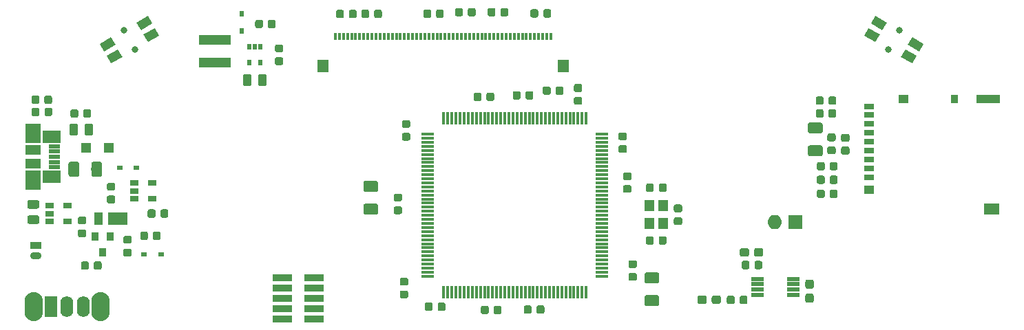
<source format=gbr>
G04 #@! TF.GenerationSoftware,KiCad,Pcbnew,5.1.3-ffb9f22~84~ubuntu18.10.1*
G04 #@! TF.CreationDate,2019-11-10T15:48:11-06:00*
G04 #@! TF.ProjectId,Gamete,47616d65-7465-42e6-9b69-6361645f7063,rev?*
G04 #@! TF.SameCoordinates,Original*
G04 #@! TF.FileFunction,Soldermask,Bot*
G04 #@! TF.FilePolarity,Negative*
%FSLAX46Y46*%
G04 Gerber Fmt 4.6, Leading zero omitted, Abs format (unit mm)*
G04 Created by KiCad (PCBNEW 5.1.3-ffb9f22~84~ubuntu18.10.1) date 2019-11-10 15:48:11*
%MOMM*%
%LPD*%
G04 APERTURE LIST*
%ADD10R,3.976200X1.276200*%
%ADD11R,1.526200X0.526200*%
%ADD12C,0.100000*%
%ADD13C,0.951200*%
%ADD14O,1.776200X1.776200*%
%ADD15R,1.776200X1.776200*%
%ADD16C,1.026200*%
%ADD17C,1.051200*%
%ADD18R,0.676200X0.526200*%
%ADD19C,1.326200*%
%ADD20R,1.276200X1.476200*%
%ADD21R,0.376200X0.876200*%
%ADD22R,1.476200X1.576200*%
%ADD23C,0.826200*%
%ADD24C,1.076200*%
%ADD25R,1.976200X1.376200*%
%ADD26R,2.876200X1.076200*%
%ADD27R,0.876200X1.076200*%
%ADD28R,1.276200X1.076200*%
%ADD29R,1.276200X0.776200*%
%ADD30R,0.876200X0.976200*%
%ADD31R,1.136200X0.726200*%
%ADD32R,1.376200X0.876200*%
%ADD33O,1.376200X0.876200*%
%ADD34R,2.476200X0.816200*%
%ADD35R,1.176200X1.176200*%
%ADD36R,2.476200X1.576200*%
%ADD37R,1.126200X1.576200*%
%ADD38R,0.526200X0.676200*%
%ADD39R,1.456200X0.526200*%
%ADD40R,2.176200X1.551200*%
%ADD41R,1.976200X2.451200*%
%ADD42R,1.976200X1.251200*%
%ADD43R,1.576200X2.576200*%
%ADD44O,1.576200X2.576200*%
%ADD45O,2.276200X3.576200*%
%ADD46R,0.476200X0.726200*%
%ADD47R,0.376200X1.626200*%
%ADD48R,1.626200X0.376200*%
G04 APERTURE END LIST*
D10*
X178767740Y-146062240D03*
X178767740Y-148862240D03*
D11*
X249905880Y-177456740D03*
X249905880Y-176806740D03*
X249905880Y-176156740D03*
X249905880Y-175506740D03*
X245505880Y-175506740D03*
X245505880Y-176156740D03*
X245505880Y-176806740D03*
X245505880Y-177456740D03*
D12*
G36*
X244035168Y-177575065D02*
G01*
X244058252Y-177578489D01*
X244080890Y-177584160D01*
X244102862Y-177592021D01*
X244123958Y-177601999D01*
X244143975Y-177613997D01*
X244162719Y-177627898D01*
X244180010Y-177643570D01*
X244195682Y-177660861D01*
X244209583Y-177679605D01*
X244221581Y-177699622D01*
X244231559Y-177720718D01*
X244239420Y-177742690D01*
X244245091Y-177765328D01*
X244248515Y-177788412D01*
X244249660Y-177811720D01*
X244249660Y-178362320D01*
X244248515Y-178385628D01*
X244245091Y-178408712D01*
X244239420Y-178431350D01*
X244231559Y-178453322D01*
X244221581Y-178474418D01*
X244209583Y-178494435D01*
X244195682Y-178513179D01*
X244180010Y-178530470D01*
X244162719Y-178546142D01*
X244143975Y-178560043D01*
X244123958Y-178572041D01*
X244102862Y-178582019D01*
X244080890Y-178589880D01*
X244058252Y-178595551D01*
X244035168Y-178598975D01*
X244011860Y-178600120D01*
X243536260Y-178600120D01*
X243512952Y-178598975D01*
X243489868Y-178595551D01*
X243467230Y-178589880D01*
X243445258Y-178582019D01*
X243424162Y-178572041D01*
X243404145Y-178560043D01*
X243385401Y-178546142D01*
X243368110Y-178530470D01*
X243352438Y-178513179D01*
X243338537Y-178494435D01*
X243326539Y-178474418D01*
X243316561Y-178453322D01*
X243308700Y-178431350D01*
X243303029Y-178408712D01*
X243299605Y-178385628D01*
X243298460Y-178362320D01*
X243298460Y-177811720D01*
X243299605Y-177788412D01*
X243303029Y-177765328D01*
X243308700Y-177742690D01*
X243316561Y-177720718D01*
X243326539Y-177699622D01*
X243338537Y-177679605D01*
X243352438Y-177660861D01*
X243368110Y-177643570D01*
X243385401Y-177627898D01*
X243404145Y-177613997D01*
X243424162Y-177601999D01*
X243445258Y-177592021D01*
X243467230Y-177584160D01*
X243489868Y-177578489D01*
X243512952Y-177575065D01*
X243536260Y-177573920D01*
X244011860Y-177573920D01*
X244035168Y-177575065D01*
X244035168Y-177575065D01*
G37*
D13*
X243774060Y-178087020D03*
D12*
G36*
X242460168Y-177575065D02*
G01*
X242483252Y-177578489D01*
X242505890Y-177584160D01*
X242527862Y-177592021D01*
X242548958Y-177601999D01*
X242568975Y-177613997D01*
X242587719Y-177627898D01*
X242605010Y-177643570D01*
X242620682Y-177660861D01*
X242634583Y-177679605D01*
X242646581Y-177699622D01*
X242656559Y-177720718D01*
X242664420Y-177742690D01*
X242670091Y-177765328D01*
X242673515Y-177788412D01*
X242674660Y-177811720D01*
X242674660Y-178362320D01*
X242673515Y-178385628D01*
X242670091Y-178408712D01*
X242664420Y-178431350D01*
X242656559Y-178453322D01*
X242646581Y-178474418D01*
X242634583Y-178494435D01*
X242620682Y-178513179D01*
X242605010Y-178530470D01*
X242587719Y-178546142D01*
X242568975Y-178560043D01*
X242548958Y-178572041D01*
X242527862Y-178582019D01*
X242505890Y-178589880D01*
X242483252Y-178595551D01*
X242460168Y-178598975D01*
X242436860Y-178600120D01*
X241961260Y-178600120D01*
X241937952Y-178598975D01*
X241914868Y-178595551D01*
X241892230Y-178589880D01*
X241870258Y-178582019D01*
X241849162Y-178572041D01*
X241829145Y-178560043D01*
X241810401Y-178546142D01*
X241793110Y-178530470D01*
X241777438Y-178513179D01*
X241763537Y-178494435D01*
X241751539Y-178474418D01*
X241741561Y-178453322D01*
X241733700Y-178431350D01*
X241728029Y-178408712D01*
X241724605Y-178385628D01*
X241723460Y-178362320D01*
X241723460Y-177811720D01*
X241724605Y-177788412D01*
X241728029Y-177765328D01*
X241733700Y-177742690D01*
X241741561Y-177720718D01*
X241751539Y-177699622D01*
X241763537Y-177679605D01*
X241777438Y-177660861D01*
X241793110Y-177643570D01*
X241810401Y-177627898D01*
X241829145Y-177613997D01*
X241849162Y-177601999D01*
X241870258Y-177592021D01*
X241892230Y-177584160D01*
X241914868Y-177578489D01*
X241937952Y-177575065D01*
X241961260Y-177573920D01*
X242436860Y-177573920D01*
X242460168Y-177575065D01*
X242460168Y-177575065D01*
G37*
D13*
X242199060Y-178087020D03*
D12*
G36*
X244273728Y-173272305D02*
G01*
X244296812Y-173275729D01*
X244319450Y-173281400D01*
X244341422Y-173289261D01*
X244362518Y-173299239D01*
X244382535Y-173311237D01*
X244401279Y-173325138D01*
X244418570Y-173340810D01*
X244434242Y-173358101D01*
X244448143Y-173376845D01*
X244460141Y-173396862D01*
X244470119Y-173417958D01*
X244477980Y-173439930D01*
X244483651Y-173462568D01*
X244487075Y-173485652D01*
X244488220Y-173508960D01*
X244488220Y-174059560D01*
X244487075Y-174082868D01*
X244483651Y-174105952D01*
X244477980Y-174128590D01*
X244470119Y-174150562D01*
X244460141Y-174171658D01*
X244448143Y-174191675D01*
X244434242Y-174210419D01*
X244418570Y-174227710D01*
X244401279Y-174243382D01*
X244382535Y-174257283D01*
X244362518Y-174269281D01*
X244341422Y-174279259D01*
X244319450Y-174287120D01*
X244296812Y-174292791D01*
X244273728Y-174296215D01*
X244250420Y-174297360D01*
X243774820Y-174297360D01*
X243751512Y-174296215D01*
X243728428Y-174292791D01*
X243705790Y-174287120D01*
X243683818Y-174279259D01*
X243662722Y-174269281D01*
X243642705Y-174257283D01*
X243623961Y-174243382D01*
X243606670Y-174227710D01*
X243590998Y-174210419D01*
X243577097Y-174191675D01*
X243565099Y-174171658D01*
X243555121Y-174150562D01*
X243547260Y-174128590D01*
X243541589Y-174105952D01*
X243538165Y-174082868D01*
X243537020Y-174059560D01*
X243537020Y-173508960D01*
X243538165Y-173485652D01*
X243541589Y-173462568D01*
X243547260Y-173439930D01*
X243555121Y-173417958D01*
X243565099Y-173396862D01*
X243577097Y-173376845D01*
X243590998Y-173358101D01*
X243606670Y-173340810D01*
X243623961Y-173325138D01*
X243642705Y-173311237D01*
X243662722Y-173299239D01*
X243683818Y-173289261D01*
X243705790Y-173281400D01*
X243728428Y-173275729D01*
X243751512Y-173272305D01*
X243774820Y-173271160D01*
X244250420Y-173271160D01*
X244273728Y-173272305D01*
X244273728Y-173272305D01*
G37*
D13*
X244012620Y-173784260D03*
D12*
G36*
X245848728Y-173272305D02*
G01*
X245871812Y-173275729D01*
X245894450Y-173281400D01*
X245916422Y-173289261D01*
X245937518Y-173299239D01*
X245957535Y-173311237D01*
X245976279Y-173325138D01*
X245993570Y-173340810D01*
X246009242Y-173358101D01*
X246023143Y-173376845D01*
X246035141Y-173396862D01*
X246045119Y-173417958D01*
X246052980Y-173439930D01*
X246058651Y-173462568D01*
X246062075Y-173485652D01*
X246063220Y-173508960D01*
X246063220Y-174059560D01*
X246062075Y-174082868D01*
X246058651Y-174105952D01*
X246052980Y-174128590D01*
X246045119Y-174150562D01*
X246035141Y-174171658D01*
X246023143Y-174191675D01*
X246009242Y-174210419D01*
X245993570Y-174227710D01*
X245976279Y-174243382D01*
X245957535Y-174257283D01*
X245937518Y-174269281D01*
X245916422Y-174279259D01*
X245894450Y-174287120D01*
X245871812Y-174292791D01*
X245848728Y-174296215D01*
X245825420Y-174297360D01*
X245349820Y-174297360D01*
X245326512Y-174296215D01*
X245303428Y-174292791D01*
X245280790Y-174287120D01*
X245258818Y-174279259D01*
X245237722Y-174269281D01*
X245217705Y-174257283D01*
X245198961Y-174243382D01*
X245181670Y-174227710D01*
X245165998Y-174210419D01*
X245152097Y-174191675D01*
X245140099Y-174171658D01*
X245130121Y-174150562D01*
X245122260Y-174128590D01*
X245116589Y-174105952D01*
X245113165Y-174082868D01*
X245112020Y-174059560D01*
X245112020Y-173508960D01*
X245113165Y-173485652D01*
X245116589Y-173462568D01*
X245122260Y-173439930D01*
X245130121Y-173417958D01*
X245140099Y-173396862D01*
X245152097Y-173376845D01*
X245165998Y-173358101D01*
X245181670Y-173340810D01*
X245198961Y-173325138D01*
X245217705Y-173311237D01*
X245237722Y-173299239D01*
X245258818Y-173289261D01*
X245280790Y-173281400D01*
X245303428Y-173275729D01*
X245326512Y-173272305D01*
X245349820Y-173271160D01*
X245825420Y-173271160D01*
X245848728Y-173272305D01*
X245848728Y-173272305D01*
G37*
D13*
X245587620Y-173784260D03*
D14*
X247604280Y-168516300D03*
D15*
X250144280Y-168516300D03*
D12*
G36*
X252170956Y-177318115D02*
G01*
X252195860Y-177321810D01*
X252220283Y-177327927D01*
X252243987Y-177336409D01*
X252266747Y-177347173D01*
X252288342Y-177360116D01*
X252308564Y-177375114D01*
X252327218Y-177392022D01*
X252344126Y-177410676D01*
X252359124Y-177430898D01*
X252372067Y-177452493D01*
X252382831Y-177475253D01*
X252391313Y-177498957D01*
X252397430Y-177523380D01*
X252401125Y-177548284D01*
X252402360Y-177573430D01*
X252402360Y-178186530D01*
X252401125Y-178211676D01*
X252397430Y-178236580D01*
X252391313Y-178261003D01*
X252382831Y-178284707D01*
X252372067Y-178307467D01*
X252359124Y-178329062D01*
X252344126Y-178349284D01*
X252327218Y-178367938D01*
X252308564Y-178384846D01*
X252288342Y-178399844D01*
X252266747Y-178412787D01*
X252243987Y-178423551D01*
X252220283Y-178432033D01*
X252195860Y-178438150D01*
X252170956Y-178441845D01*
X252145810Y-178443080D01*
X251632710Y-178443080D01*
X251607564Y-178441845D01*
X251582660Y-178438150D01*
X251558237Y-178432033D01*
X251534533Y-178423551D01*
X251511773Y-178412787D01*
X251490178Y-178399844D01*
X251469956Y-178384846D01*
X251451302Y-178367938D01*
X251434394Y-178349284D01*
X251419396Y-178329062D01*
X251406453Y-178307467D01*
X251395689Y-178284707D01*
X251387207Y-178261003D01*
X251381090Y-178236580D01*
X251377395Y-178211676D01*
X251376160Y-178186530D01*
X251376160Y-177573430D01*
X251377395Y-177548284D01*
X251381090Y-177523380D01*
X251387207Y-177498957D01*
X251395689Y-177475253D01*
X251406453Y-177452493D01*
X251419396Y-177430898D01*
X251434394Y-177410676D01*
X251451302Y-177392022D01*
X251469956Y-177375114D01*
X251490178Y-177360116D01*
X251511773Y-177347173D01*
X251534533Y-177336409D01*
X251558237Y-177327927D01*
X251582660Y-177321810D01*
X251607564Y-177318115D01*
X251632710Y-177316880D01*
X252145810Y-177316880D01*
X252170956Y-177318115D01*
X252170956Y-177318115D01*
G37*
D16*
X251889260Y-177879980D03*
D12*
G36*
X252170956Y-175568115D02*
G01*
X252195860Y-175571810D01*
X252220283Y-175577927D01*
X252243987Y-175586409D01*
X252266747Y-175597173D01*
X252288342Y-175610116D01*
X252308564Y-175625114D01*
X252327218Y-175642022D01*
X252344126Y-175660676D01*
X252359124Y-175680898D01*
X252372067Y-175702493D01*
X252382831Y-175725253D01*
X252391313Y-175748957D01*
X252397430Y-175773380D01*
X252401125Y-175798284D01*
X252402360Y-175823430D01*
X252402360Y-176436530D01*
X252401125Y-176461676D01*
X252397430Y-176486580D01*
X252391313Y-176511003D01*
X252382831Y-176534707D01*
X252372067Y-176557467D01*
X252359124Y-176579062D01*
X252344126Y-176599284D01*
X252327218Y-176617938D01*
X252308564Y-176634846D01*
X252288342Y-176649844D01*
X252266747Y-176662787D01*
X252243987Y-176673551D01*
X252220283Y-176682033D01*
X252195860Y-176688150D01*
X252170956Y-176691845D01*
X252145810Y-176693080D01*
X251632710Y-176693080D01*
X251607564Y-176691845D01*
X251582660Y-176688150D01*
X251558237Y-176682033D01*
X251534533Y-176673551D01*
X251511773Y-176662787D01*
X251490178Y-176649844D01*
X251469956Y-176634846D01*
X251451302Y-176617938D01*
X251434394Y-176599284D01*
X251419396Y-176579062D01*
X251406453Y-176557467D01*
X251395689Y-176534707D01*
X251387207Y-176511003D01*
X251381090Y-176486580D01*
X251377395Y-176461676D01*
X251376160Y-176436530D01*
X251376160Y-175823430D01*
X251377395Y-175798284D01*
X251381090Y-175773380D01*
X251387207Y-175748957D01*
X251395689Y-175725253D01*
X251406453Y-175702493D01*
X251419396Y-175680898D01*
X251434394Y-175660676D01*
X251451302Y-175642022D01*
X251469956Y-175625114D01*
X251490178Y-175610116D01*
X251511773Y-175597173D01*
X251534533Y-175586409D01*
X251558237Y-175577927D01*
X251582660Y-175571810D01*
X251607564Y-175568115D01*
X251632710Y-175566880D01*
X252145810Y-175566880D01*
X252170956Y-175568115D01*
X252170956Y-175568115D01*
G37*
D16*
X251889260Y-176129980D03*
D12*
G36*
X239004096Y-177537055D02*
G01*
X239029000Y-177540750D01*
X239053423Y-177546867D01*
X239077127Y-177555349D01*
X239099887Y-177566113D01*
X239121482Y-177579056D01*
X239141704Y-177594054D01*
X239160358Y-177610962D01*
X239177266Y-177629616D01*
X239192264Y-177649838D01*
X239205207Y-177671433D01*
X239215971Y-177694193D01*
X239224453Y-177717897D01*
X239230570Y-177742320D01*
X239234265Y-177767224D01*
X239235500Y-177792370D01*
X239235500Y-178305470D01*
X239234265Y-178330616D01*
X239230570Y-178355520D01*
X239224453Y-178379943D01*
X239215971Y-178403647D01*
X239205207Y-178426407D01*
X239192264Y-178448002D01*
X239177266Y-178468224D01*
X239160358Y-178486878D01*
X239141704Y-178503786D01*
X239121482Y-178518784D01*
X239099887Y-178531727D01*
X239077127Y-178542491D01*
X239053423Y-178550973D01*
X239029000Y-178557090D01*
X239004096Y-178560785D01*
X238978950Y-178562020D01*
X238365850Y-178562020D01*
X238340704Y-178560785D01*
X238315800Y-178557090D01*
X238291377Y-178550973D01*
X238267673Y-178542491D01*
X238244913Y-178531727D01*
X238223318Y-178518784D01*
X238203096Y-178503786D01*
X238184442Y-178486878D01*
X238167534Y-178468224D01*
X238152536Y-178448002D01*
X238139593Y-178426407D01*
X238128829Y-178403647D01*
X238120347Y-178379943D01*
X238114230Y-178355520D01*
X238110535Y-178330616D01*
X238109300Y-178305470D01*
X238109300Y-177792370D01*
X238110535Y-177767224D01*
X238114230Y-177742320D01*
X238120347Y-177717897D01*
X238128829Y-177694193D01*
X238139593Y-177671433D01*
X238152536Y-177649838D01*
X238167534Y-177629616D01*
X238184442Y-177610962D01*
X238203096Y-177594054D01*
X238223318Y-177579056D01*
X238244913Y-177566113D01*
X238267673Y-177555349D01*
X238291377Y-177546867D01*
X238315800Y-177540750D01*
X238340704Y-177537055D01*
X238365850Y-177535820D01*
X238978950Y-177535820D01*
X239004096Y-177537055D01*
X239004096Y-177537055D01*
G37*
D16*
X238672400Y-178048920D03*
D12*
G36*
X240754096Y-177537055D02*
G01*
X240779000Y-177540750D01*
X240803423Y-177546867D01*
X240827127Y-177555349D01*
X240849887Y-177566113D01*
X240871482Y-177579056D01*
X240891704Y-177594054D01*
X240910358Y-177610962D01*
X240927266Y-177629616D01*
X240942264Y-177649838D01*
X240955207Y-177671433D01*
X240965971Y-177694193D01*
X240974453Y-177717897D01*
X240980570Y-177742320D01*
X240984265Y-177767224D01*
X240985500Y-177792370D01*
X240985500Y-178305470D01*
X240984265Y-178330616D01*
X240980570Y-178355520D01*
X240974453Y-178379943D01*
X240965971Y-178403647D01*
X240955207Y-178426407D01*
X240942264Y-178448002D01*
X240927266Y-178468224D01*
X240910358Y-178486878D01*
X240891704Y-178503786D01*
X240871482Y-178518784D01*
X240849887Y-178531727D01*
X240827127Y-178542491D01*
X240803423Y-178550973D01*
X240779000Y-178557090D01*
X240754096Y-178560785D01*
X240728950Y-178562020D01*
X240115850Y-178562020D01*
X240090704Y-178560785D01*
X240065800Y-178557090D01*
X240041377Y-178550973D01*
X240017673Y-178542491D01*
X239994913Y-178531727D01*
X239973318Y-178518784D01*
X239953096Y-178503786D01*
X239934442Y-178486878D01*
X239917534Y-178468224D01*
X239902536Y-178448002D01*
X239889593Y-178426407D01*
X239878829Y-178403647D01*
X239870347Y-178379943D01*
X239864230Y-178355520D01*
X239860535Y-178330616D01*
X239859300Y-178305470D01*
X239859300Y-177792370D01*
X239860535Y-177767224D01*
X239864230Y-177742320D01*
X239870347Y-177717897D01*
X239878829Y-177694193D01*
X239889593Y-177671433D01*
X239902536Y-177649838D01*
X239917534Y-177629616D01*
X239934442Y-177610962D01*
X239953096Y-177594054D01*
X239973318Y-177579056D01*
X239994913Y-177566113D01*
X240017673Y-177555349D01*
X240041377Y-177546867D01*
X240065800Y-177540750D01*
X240090704Y-177537055D01*
X240115850Y-177535820D01*
X240728950Y-177535820D01*
X240754096Y-177537055D01*
X240754096Y-177537055D01*
G37*
D16*
X240422400Y-178048920D03*
D12*
G36*
X245966176Y-171712835D02*
G01*
X245991080Y-171716530D01*
X246015503Y-171722647D01*
X246039207Y-171731129D01*
X246061967Y-171741893D01*
X246083562Y-171754836D01*
X246103784Y-171769834D01*
X246122438Y-171786742D01*
X246139346Y-171805396D01*
X246154344Y-171825618D01*
X246167287Y-171847213D01*
X246178051Y-171869973D01*
X246186533Y-171893677D01*
X246192650Y-171918100D01*
X246196345Y-171943004D01*
X246197580Y-171968150D01*
X246197580Y-172481250D01*
X246196345Y-172506396D01*
X246192650Y-172531300D01*
X246186533Y-172555723D01*
X246178051Y-172579427D01*
X246167287Y-172602187D01*
X246154344Y-172623782D01*
X246139346Y-172644004D01*
X246122438Y-172662658D01*
X246103784Y-172679566D01*
X246083562Y-172694564D01*
X246061967Y-172707507D01*
X246039207Y-172718271D01*
X246015503Y-172726753D01*
X245991080Y-172732870D01*
X245966176Y-172736565D01*
X245941030Y-172737800D01*
X245327930Y-172737800D01*
X245302784Y-172736565D01*
X245277880Y-172732870D01*
X245253457Y-172726753D01*
X245229753Y-172718271D01*
X245206993Y-172707507D01*
X245185398Y-172694564D01*
X245165176Y-172679566D01*
X245146522Y-172662658D01*
X245129614Y-172644004D01*
X245114616Y-172623782D01*
X245101673Y-172602187D01*
X245090909Y-172579427D01*
X245082427Y-172555723D01*
X245076310Y-172531300D01*
X245072615Y-172506396D01*
X245071380Y-172481250D01*
X245071380Y-171968150D01*
X245072615Y-171943004D01*
X245076310Y-171918100D01*
X245082427Y-171893677D01*
X245090909Y-171869973D01*
X245101673Y-171847213D01*
X245114616Y-171825618D01*
X245129614Y-171805396D01*
X245146522Y-171786742D01*
X245165176Y-171769834D01*
X245185398Y-171754836D01*
X245206993Y-171741893D01*
X245229753Y-171731129D01*
X245253457Y-171722647D01*
X245277880Y-171716530D01*
X245302784Y-171712835D01*
X245327930Y-171711600D01*
X245941030Y-171711600D01*
X245966176Y-171712835D01*
X245966176Y-171712835D01*
G37*
D16*
X245634480Y-172224700D03*
D12*
G36*
X244216176Y-171712835D02*
G01*
X244241080Y-171716530D01*
X244265503Y-171722647D01*
X244289207Y-171731129D01*
X244311967Y-171741893D01*
X244333562Y-171754836D01*
X244353784Y-171769834D01*
X244372438Y-171786742D01*
X244389346Y-171805396D01*
X244404344Y-171825618D01*
X244417287Y-171847213D01*
X244428051Y-171869973D01*
X244436533Y-171893677D01*
X244442650Y-171918100D01*
X244446345Y-171943004D01*
X244447580Y-171968150D01*
X244447580Y-172481250D01*
X244446345Y-172506396D01*
X244442650Y-172531300D01*
X244436533Y-172555723D01*
X244428051Y-172579427D01*
X244417287Y-172602187D01*
X244404344Y-172623782D01*
X244389346Y-172644004D01*
X244372438Y-172662658D01*
X244353784Y-172679566D01*
X244333562Y-172694564D01*
X244311967Y-172707507D01*
X244289207Y-172718271D01*
X244265503Y-172726753D01*
X244241080Y-172732870D01*
X244216176Y-172736565D01*
X244191030Y-172737800D01*
X243577930Y-172737800D01*
X243552784Y-172736565D01*
X243527880Y-172732870D01*
X243503457Y-172726753D01*
X243479753Y-172718271D01*
X243456993Y-172707507D01*
X243435398Y-172694564D01*
X243415176Y-172679566D01*
X243396522Y-172662658D01*
X243379614Y-172644004D01*
X243364616Y-172623782D01*
X243351673Y-172602187D01*
X243340909Y-172579427D01*
X243332427Y-172555723D01*
X243326310Y-172531300D01*
X243322615Y-172506396D01*
X243321380Y-172481250D01*
X243321380Y-171968150D01*
X243322615Y-171943004D01*
X243326310Y-171918100D01*
X243332427Y-171893677D01*
X243340909Y-171869973D01*
X243351673Y-171847213D01*
X243364616Y-171825618D01*
X243379614Y-171805396D01*
X243396522Y-171786742D01*
X243415176Y-171769834D01*
X243435398Y-171754836D01*
X243456993Y-171741893D01*
X243479753Y-171731129D01*
X243503457Y-171722647D01*
X243527880Y-171716530D01*
X243552784Y-171712835D01*
X243577930Y-171711600D01*
X244191030Y-171711600D01*
X244216176Y-171712835D01*
X244216176Y-171712835D01*
G37*
D16*
X243884480Y-172224700D03*
D12*
G36*
X202577955Y-157516353D02*
G01*
X202601039Y-157519777D01*
X202623677Y-157525448D01*
X202645649Y-157533309D01*
X202666745Y-157543287D01*
X202686762Y-157555285D01*
X202705506Y-157569186D01*
X202722797Y-157584858D01*
X202738469Y-157602149D01*
X202752370Y-157620893D01*
X202764368Y-157640910D01*
X202774346Y-157662006D01*
X202782207Y-157683978D01*
X202787878Y-157706616D01*
X202791302Y-157729700D01*
X202792447Y-157753008D01*
X202792447Y-158228608D01*
X202791302Y-158251916D01*
X202787878Y-158275000D01*
X202782207Y-158297638D01*
X202774346Y-158319610D01*
X202764368Y-158340706D01*
X202752370Y-158360723D01*
X202738469Y-158379467D01*
X202722797Y-158396758D01*
X202705506Y-158412430D01*
X202686762Y-158426331D01*
X202666745Y-158438329D01*
X202645649Y-158448307D01*
X202623677Y-158456168D01*
X202601039Y-158461839D01*
X202577955Y-158465263D01*
X202554647Y-158466408D01*
X202004047Y-158466408D01*
X201980739Y-158465263D01*
X201957655Y-158461839D01*
X201935017Y-158456168D01*
X201913045Y-158448307D01*
X201891949Y-158438329D01*
X201871932Y-158426331D01*
X201853188Y-158412430D01*
X201835897Y-158396758D01*
X201820225Y-158379467D01*
X201806324Y-158360723D01*
X201794326Y-158340706D01*
X201784348Y-158319610D01*
X201776487Y-158297638D01*
X201770816Y-158275000D01*
X201767392Y-158251916D01*
X201766247Y-158228608D01*
X201766247Y-157753008D01*
X201767392Y-157729700D01*
X201770816Y-157706616D01*
X201776487Y-157683978D01*
X201784348Y-157662006D01*
X201794326Y-157640910D01*
X201806324Y-157620893D01*
X201820225Y-157602149D01*
X201835897Y-157584858D01*
X201853188Y-157569186D01*
X201871932Y-157555285D01*
X201891949Y-157543287D01*
X201913045Y-157533309D01*
X201935017Y-157525448D01*
X201957655Y-157519777D01*
X201980739Y-157516353D01*
X202004047Y-157515208D01*
X202554647Y-157515208D01*
X202577955Y-157516353D01*
X202577955Y-157516353D01*
G37*
D13*
X202279347Y-157990808D03*
D12*
G36*
X202577955Y-155941353D02*
G01*
X202601039Y-155944777D01*
X202623677Y-155950448D01*
X202645649Y-155958309D01*
X202666745Y-155968287D01*
X202686762Y-155980285D01*
X202705506Y-155994186D01*
X202722797Y-156009858D01*
X202738469Y-156027149D01*
X202752370Y-156045893D01*
X202764368Y-156065910D01*
X202774346Y-156087006D01*
X202782207Y-156108978D01*
X202787878Y-156131616D01*
X202791302Y-156154700D01*
X202792447Y-156178008D01*
X202792447Y-156653608D01*
X202791302Y-156676916D01*
X202787878Y-156700000D01*
X202782207Y-156722638D01*
X202774346Y-156744610D01*
X202764368Y-156765706D01*
X202752370Y-156785723D01*
X202738469Y-156804467D01*
X202722797Y-156821758D01*
X202705506Y-156837430D01*
X202686762Y-156851331D01*
X202666745Y-156863329D01*
X202645649Y-156873307D01*
X202623677Y-156881168D01*
X202601039Y-156886839D01*
X202577955Y-156890263D01*
X202554647Y-156891408D01*
X202004047Y-156891408D01*
X201980739Y-156890263D01*
X201957655Y-156886839D01*
X201935017Y-156881168D01*
X201913045Y-156873307D01*
X201891949Y-156863329D01*
X201871932Y-156851331D01*
X201853188Y-156837430D01*
X201835897Y-156821758D01*
X201820225Y-156804467D01*
X201806324Y-156785723D01*
X201794326Y-156765706D01*
X201784348Y-156744610D01*
X201776487Y-156722638D01*
X201770816Y-156700000D01*
X201767392Y-156676916D01*
X201766247Y-156653608D01*
X201766247Y-156178008D01*
X201767392Y-156154700D01*
X201770816Y-156131616D01*
X201776487Y-156108978D01*
X201784348Y-156087006D01*
X201794326Y-156065910D01*
X201806324Y-156045893D01*
X201820225Y-156027149D01*
X201835897Y-156009858D01*
X201853188Y-155994186D01*
X201871932Y-155980285D01*
X201891949Y-155968287D01*
X201913045Y-155958309D01*
X201935017Y-155950448D01*
X201957655Y-155944777D01*
X201980739Y-155941353D01*
X202004047Y-155940208D01*
X202554647Y-155940208D01*
X202577955Y-155941353D01*
X202577955Y-155941353D01*
G37*
D13*
X202279347Y-156415808D03*
D12*
G36*
X201565668Y-166576365D02*
G01*
X201588752Y-166579789D01*
X201611390Y-166585460D01*
X201633362Y-166593321D01*
X201654458Y-166603299D01*
X201674475Y-166615297D01*
X201693219Y-166629198D01*
X201710510Y-166644870D01*
X201726182Y-166662161D01*
X201740083Y-166680905D01*
X201752081Y-166700922D01*
X201762059Y-166722018D01*
X201769920Y-166743990D01*
X201775591Y-166766628D01*
X201779015Y-166789712D01*
X201780160Y-166813020D01*
X201780160Y-167288620D01*
X201779015Y-167311928D01*
X201775591Y-167335012D01*
X201769920Y-167357650D01*
X201762059Y-167379622D01*
X201752081Y-167400718D01*
X201740083Y-167420735D01*
X201726182Y-167439479D01*
X201710510Y-167456770D01*
X201693219Y-167472442D01*
X201674475Y-167486343D01*
X201654458Y-167498341D01*
X201633362Y-167508319D01*
X201611390Y-167516180D01*
X201588752Y-167521851D01*
X201565668Y-167525275D01*
X201542360Y-167526420D01*
X200991760Y-167526420D01*
X200968452Y-167525275D01*
X200945368Y-167521851D01*
X200922730Y-167516180D01*
X200900758Y-167508319D01*
X200879662Y-167498341D01*
X200859645Y-167486343D01*
X200840901Y-167472442D01*
X200823610Y-167456770D01*
X200807938Y-167439479D01*
X200794037Y-167420735D01*
X200782039Y-167400718D01*
X200772061Y-167379622D01*
X200764200Y-167357650D01*
X200758529Y-167335012D01*
X200755105Y-167311928D01*
X200753960Y-167288620D01*
X200753960Y-166813020D01*
X200755105Y-166789712D01*
X200758529Y-166766628D01*
X200764200Y-166743990D01*
X200772061Y-166722018D01*
X200782039Y-166700922D01*
X200794037Y-166680905D01*
X200807938Y-166662161D01*
X200823610Y-166644870D01*
X200840901Y-166629198D01*
X200859645Y-166615297D01*
X200879662Y-166603299D01*
X200900758Y-166593321D01*
X200922730Y-166585460D01*
X200945368Y-166579789D01*
X200968452Y-166576365D01*
X200991760Y-166575220D01*
X201542360Y-166575220D01*
X201565668Y-166576365D01*
X201565668Y-166576365D01*
G37*
D13*
X201267060Y-167050820D03*
D12*
G36*
X201565668Y-165001365D02*
G01*
X201588752Y-165004789D01*
X201611390Y-165010460D01*
X201633362Y-165018321D01*
X201654458Y-165028299D01*
X201674475Y-165040297D01*
X201693219Y-165054198D01*
X201710510Y-165069870D01*
X201726182Y-165087161D01*
X201740083Y-165105905D01*
X201752081Y-165125922D01*
X201762059Y-165147018D01*
X201769920Y-165168990D01*
X201775591Y-165191628D01*
X201779015Y-165214712D01*
X201780160Y-165238020D01*
X201780160Y-165713620D01*
X201779015Y-165736928D01*
X201775591Y-165760012D01*
X201769920Y-165782650D01*
X201762059Y-165804622D01*
X201752081Y-165825718D01*
X201740083Y-165845735D01*
X201726182Y-165864479D01*
X201710510Y-165881770D01*
X201693219Y-165897442D01*
X201674475Y-165911343D01*
X201654458Y-165923341D01*
X201633362Y-165933319D01*
X201611390Y-165941180D01*
X201588752Y-165946851D01*
X201565668Y-165950275D01*
X201542360Y-165951420D01*
X200991760Y-165951420D01*
X200968452Y-165950275D01*
X200945368Y-165946851D01*
X200922730Y-165941180D01*
X200900758Y-165933319D01*
X200879662Y-165923341D01*
X200859645Y-165911343D01*
X200840901Y-165897442D01*
X200823610Y-165881770D01*
X200807938Y-165864479D01*
X200794037Y-165845735D01*
X200782039Y-165825718D01*
X200772061Y-165804622D01*
X200764200Y-165782650D01*
X200758529Y-165760012D01*
X200755105Y-165736928D01*
X200753960Y-165713620D01*
X200753960Y-165238020D01*
X200755105Y-165214712D01*
X200758529Y-165191628D01*
X200764200Y-165168990D01*
X200772061Y-165147018D01*
X200782039Y-165125922D01*
X200794037Y-165105905D01*
X200807938Y-165087161D01*
X200823610Y-165069870D01*
X200840901Y-165054198D01*
X200859645Y-165040297D01*
X200879662Y-165028299D01*
X200900758Y-165018321D01*
X200922730Y-165010460D01*
X200945368Y-165004789D01*
X200968452Y-165001365D01*
X200991760Y-165000220D01*
X201542360Y-165000220D01*
X201565668Y-165001365D01*
X201565668Y-165001365D01*
G37*
D13*
X201267060Y-165475820D03*
D12*
G36*
X202324201Y-175357113D02*
G01*
X202347285Y-175360537D01*
X202369923Y-175366208D01*
X202391895Y-175374069D01*
X202412991Y-175384047D01*
X202433008Y-175396045D01*
X202451752Y-175409946D01*
X202469043Y-175425618D01*
X202484715Y-175442909D01*
X202498616Y-175461653D01*
X202510614Y-175481670D01*
X202520592Y-175502766D01*
X202528453Y-175524738D01*
X202534124Y-175547376D01*
X202537548Y-175570460D01*
X202538693Y-175593768D01*
X202538693Y-176069368D01*
X202537548Y-176092676D01*
X202534124Y-176115760D01*
X202528453Y-176138398D01*
X202520592Y-176160370D01*
X202510614Y-176181466D01*
X202498616Y-176201483D01*
X202484715Y-176220227D01*
X202469043Y-176237518D01*
X202451752Y-176253190D01*
X202433008Y-176267091D01*
X202412991Y-176279089D01*
X202391895Y-176289067D01*
X202369923Y-176296928D01*
X202347285Y-176302599D01*
X202324201Y-176306023D01*
X202300893Y-176307168D01*
X201750293Y-176307168D01*
X201726985Y-176306023D01*
X201703901Y-176302599D01*
X201681263Y-176296928D01*
X201659291Y-176289067D01*
X201638195Y-176279089D01*
X201618178Y-176267091D01*
X201599434Y-176253190D01*
X201582143Y-176237518D01*
X201566471Y-176220227D01*
X201552570Y-176201483D01*
X201540572Y-176181466D01*
X201530594Y-176160370D01*
X201522733Y-176138398D01*
X201517062Y-176115760D01*
X201513638Y-176092676D01*
X201512493Y-176069368D01*
X201512493Y-175593768D01*
X201513638Y-175570460D01*
X201517062Y-175547376D01*
X201522733Y-175524738D01*
X201530594Y-175502766D01*
X201540572Y-175481670D01*
X201552570Y-175461653D01*
X201566471Y-175442909D01*
X201582143Y-175425618D01*
X201599434Y-175409946D01*
X201618178Y-175396045D01*
X201638195Y-175384047D01*
X201659291Y-175374069D01*
X201681263Y-175366208D01*
X201703901Y-175360537D01*
X201726985Y-175357113D01*
X201750293Y-175355968D01*
X202300893Y-175355968D01*
X202324201Y-175357113D01*
X202324201Y-175357113D01*
G37*
D13*
X202025593Y-175831568D03*
D12*
G36*
X202324201Y-176932113D02*
G01*
X202347285Y-176935537D01*
X202369923Y-176941208D01*
X202391895Y-176949069D01*
X202412991Y-176959047D01*
X202433008Y-176971045D01*
X202451752Y-176984946D01*
X202469043Y-177000618D01*
X202484715Y-177017909D01*
X202498616Y-177036653D01*
X202510614Y-177056670D01*
X202520592Y-177077766D01*
X202528453Y-177099738D01*
X202534124Y-177122376D01*
X202537548Y-177145460D01*
X202538693Y-177168768D01*
X202538693Y-177644368D01*
X202537548Y-177667676D01*
X202534124Y-177690760D01*
X202528453Y-177713398D01*
X202520592Y-177735370D01*
X202510614Y-177756466D01*
X202498616Y-177776483D01*
X202484715Y-177795227D01*
X202469043Y-177812518D01*
X202451752Y-177828190D01*
X202433008Y-177842091D01*
X202412991Y-177854089D01*
X202391895Y-177864067D01*
X202369923Y-177871928D01*
X202347285Y-177877599D01*
X202324201Y-177881023D01*
X202300893Y-177882168D01*
X201750293Y-177882168D01*
X201726985Y-177881023D01*
X201703901Y-177877599D01*
X201681263Y-177871928D01*
X201659291Y-177864067D01*
X201638195Y-177854089D01*
X201618178Y-177842091D01*
X201599434Y-177828190D01*
X201582143Y-177812518D01*
X201566471Y-177795227D01*
X201552570Y-177776483D01*
X201540572Y-177756466D01*
X201530594Y-177735370D01*
X201522733Y-177713398D01*
X201517062Y-177690760D01*
X201513638Y-177667676D01*
X201512493Y-177644368D01*
X201512493Y-177168768D01*
X201513638Y-177145460D01*
X201517062Y-177122376D01*
X201522733Y-177099738D01*
X201530594Y-177077766D01*
X201540572Y-177056670D01*
X201552570Y-177036653D01*
X201566471Y-177017909D01*
X201582143Y-177000618D01*
X201599434Y-176984946D01*
X201618178Y-176971045D01*
X201638195Y-176959047D01*
X201659291Y-176949069D01*
X201681263Y-176941208D01*
X201703901Y-176935537D01*
X201726985Y-176932113D01*
X201750293Y-176930968D01*
X202300893Y-176930968D01*
X202324201Y-176932113D01*
X202324201Y-176932113D01*
G37*
D13*
X202025593Y-177406568D03*
D12*
G36*
X205332988Y-178410725D02*
G01*
X205356072Y-178414149D01*
X205378710Y-178419820D01*
X205400682Y-178427681D01*
X205421778Y-178437659D01*
X205441795Y-178449657D01*
X205460539Y-178463558D01*
X205477830Y-178479230D01*
X205493502Y-178496521D01*
X205507403Y-178515265D01*
X205519401Y-178535282D01*
X205529379Y-178556378D01*
X205537240Y-178578350D01*
X205542911Y-178600988D01*
X205546335Y-178624072D01*
X205547480Y-178647380D01*
X205547480Y-179197980D01*
X205546335Y-179221288D01*
X205542911Y-179244372D01*
X205537240Y-179267010D01*
X205529379Y-179288982D01*
X205519401Y-179310078D01*
X205507403Y-179330095D01*
X205493502Y-179348839D01*
X205477830Y-179366130D01*
X205460539Y-179381802D01*
X205441795Y-179395703D01*
X205421778Y-179407701D01*
X205400682Y-179417679D01*
X205378710Y-179425540D01*
X205356072Y-179431211D01*
X205332988Y-179434635D01*
X205309680Y-179435780D01*
X204834080Y-179435780D01*
X204810772Y-179434635D01*
X204787688Y-179431211D01*
X204765050Y-179425540D01*
X204743078Y-179417679D01*
X204721982Y-179407701D01*
X204701965Y-179395703D01*
X204683221Y-179381802D01*
X204665930Y-179366130D01*
X204650258Y-179348839D01*
X204636357Y-179330095D01*
X204624359Y-179310078D01*
X204614381Y-179288982D01*
X204606520Y-179267010D01*
X204600849Y-179244372D01*
X204597425Y-179221288D01*
X204596280Y-179197980D01*
X204596280Y-178647380D01*
X204597425Y-178624072D01*
X204600849Y-178600988D01*
X204606520Y-178578350D01*
X204614381Y-178556378D01*
X204624359Y-178535282D01*
X204636357Y-178515265D01*
X204650258Y-178496521D01*
X204665930Y-178479230D01*
X204683221Y-178463558D01*
X204701965Y-178449657D01*
X204721982Y-178437659D01*
X204743078Y-178427681D01*
X204765050Y-178419820D01*
X204787688Y-178414149D01*
X204810772Y-178410725D01*
X204834080Y-178409580D01*
X205309680Y-178409580D01*
X205332988Y-178410725D01*
X205332988Y-178410725D01*
G37*
D13*
X205071880Y-178922680D03*
D12*
G36*
X206907988Y-178410725D02*
G01*
X206931072Y-178414149D01*
X206953710Y-178419820D01*
X206975682Y-178427681D01*
X206996778Y-178437659D01*
X207016795Y-178449657D01*
X207035539Y-178463558D01*
X207052830Y-178479230D01*
X207068502Y-178496521D01*
X207082403Y-178515265D01*
X207094401Y-178535282D01*
X207104379Y-178556378D01*
X207112240Y-178578350D01*
X207117911Y-178600988D01*
X207121335Y-178624072D01*
X207122480Y-178647380D01*
X207122480Y-179197980D01*
X207121335Y-179221288D01*
X207117911Y-179244372D01*
X207112240Y-179267010D01*
X207104379Y-179288982D01*
X207094401Y-179310078D01*
X207082403Y-179330095D01*
X207068502Y-179348839D01*
X207052830Y-179366130D01*
X207035539Y-179381802D01*
X207016795Y-179395703D01*
X206996778Y-179407701D01*
X206975682Y-179417679D01*
X206953710Y-179425540D01*
X206931072Y-179431211D01*
X206907988Y-179434635D01*
X206884680Y-179435780D01*
X206409080Y-179435780D01*
X206385772Y-179434635D01*
X206362688Y-179431211D01*
X206340050Y-179425540D01*
X206318078Y-179417679D01*
X206296982Y-179407701D01*
X206276965Y-179395703D01*
X206258221Y-179381802D01*
X206240930Y-179366130D01*
X206225258Y-179348839D01*
X206211357Y-179330095D01*
X206199359Y-179310078D01*
X206189381Y-179288982D01*
X206181520Y-179267010D01*
X206175849Y-179244372D01*
X206172425Y-179221288D01*
X206171280Y-179197980D01*
X206171280Y-178647380D01*
X206172425Y-178624072D01*
X206175849Y-178600988D01*
X206181520Y-178578350D01*
X206189381Y-178556378D01*
X206199359Y-178535282D01*
X206211357Y-178515265D01*
X206225258Y-178496521D01*
X206240930Y-178479230D01*
X206258221Y-178463558D01*
X206276965Y-178449657D01*
X206296982Y-178437659D01*
X206318078Y-178427681D01*
X206340050Y-178419820D01*
X206362688Y-178414149D01*
X206385772Y-178410725D01*
X206409080Y-178409580D01*
X206884680Y-178409580D01*
X206907988Y-178410725D01*
X206907988Y-178410725D01*
G37*
D13*
X206646880Y-178922680D03*
D12*
G36*
X213794681Y-178803751D02*
G01*
X213817765Y-178807175D01*
X213840403Y-178812846D01*
X213862375Y-178820707D01*
X213883471Y-178830685D01*
X213903488Y-178842683D01*
X213922232Y-178856584D01*
X213939523Y-178872256D01*
X213955195Y-178889547D01*
X213969096Y-178908291D01*
X213981094Y-178928308D01*
X213991072Y-178949404D01*
X213998933Y-178971376D01*
X214004604Y-178994014D01*
X214008028Y-179017098D01*
X214009173Y-179040406D01*
X214009173Y-179591006D01*
X214008028Y-179614314D01*
X214004604Y-179637398D01*
X213998933Y-179660036D01*
X213991072Y-179682008D01*
X213981094Y-179703104D01*
X213969096Y-179723121D01*
X213955195Y-179741865D01*
X213939523Y-179759156D01*
X213922232Y-179774828D01*
X213903488Y-179788729D01*
X213883471Y-179800727D01*
X213862375Y-179810705D01*
X213840403Y-179818566D01*
X213817765Y-179824237D01*
X213794681Y-179827661D01*
X213771373Y-179828806D01*
X213295773Y-179828806D01*
X213272465Y-179827661D01*
X213249381Y-179824237D01*
X213226743Y-179818566D01*
X213204771Y-179810705D01*
X213183675Y-179800727D01*
X213163658Y-179788729D01*
X213144914Y-179774828D01*
X213127623Y-179759156D01*
X213111951Y-179741865D01*
X213098050Y-179723121D01*
X213086052Y-179703104D01*
X213076074Y-179682008D01*
X213068213Y-179660036D01*
X213062542Y-179637398D01*
X213059118Y-179614314D01*
X213057973Y-179591006D01*
X213057973Y-179040406D01*
X213059118Y-179017098D01*
X213062542Y-178994014D01*
X213068213Y-178971376D01*
X213076074Y-178949404D01*
X213086052Y-178928308D01*
X213098050Y-178908291D01*
X213111951Y-178889547D01*
X213127623Y-178872256D01*
X213144914Y-178856584D01*
X213163658Y-178842683D01*
X213183675Y-178830685D01*
X213204771Y-178820707D01*
X213226743Y-178812846D01*
X213249381Y-178807175D01*
X213272465Y-178803751D01*
X213295773Y-178802606D01*
X213771373Y-178802606D01*
X213794681Y-178803751D01*
X213794681Y-178803751D01*
G37*
D13*
X213533573Y-179315706D03*
D12*
G36*
X212219681Y-178803751D02*
G01*
X212242765Y-178807175D01*
X212265403Y-178812846D01*
X212287375Y-178820707D01*
X212308471Y-178830685D01*
X212328488Y-178842683D01*
X212347232Y-178856584D01*
X212364523Y-178872256D01*
X212380195Y-178889547D01*
X212394096Y-178908291D01*
X212406094Y-178928308D01*
X212416072Y-178949404D01*
X212423933Y-178971376D01*
X212429604Y-178994014D01*
X212433028Y-179017098D01*
X212434173Y-179040406D01*
X212434173Y-179591006D01*
X212433028Y-179614314D01*
X212429604Y-179637398D01*
X212423933Y-179660036D01*
X212416072Y-179682008D01*
X212406094Y-179703104D01*
X212394096Y-179723121D01*
X212380195Y-179741865D01*
X212364523Y-179759156D01*
X212347232Y-179774828D01*
X212328488Y-179788729D01*
X212308471Y-179800727D01*
X212287375Y-179810705D01*
X212265403Y-179818566D01*
X212242765Y-179824237D01*
X212219681Y-179827661D01*
X212196373Y-179828806D01*
X211720773Y-179828806D01*
X211697465Y-179827661D01*
X211674381Y-179824237D01*
X211651743Y-179818566D01*
X211629771Y-179810705D01*
X211608675Y-179800727D01*
X211588658Y-179788729D01*
X211569914Y-179774828D01*
X211552623Y-179759156D01*
X211536951Y-179741865D01*
X211523050Y-179723121D01*
X211511052Y-179703104D01*
X211501074Y-179682008D01*
X211493213Y-179660036D01*
X211487542Y-179637398D01*
X211484118Y-179614314D01*
X211482973Y-179591006D01*
X211482973Y-179040406D01*
X211484118Y-179017098D01*
X211487542Y-178994014D01*
X211493213Y-178971376D01*
X211501074Y-178949404D01*
X211511052Y-178928308D01*
X211523050Y-178908291D01*
X211536951Y-178889547D01*
X211552623Y-178872256D01*
X211569914Y-178856584D01*
X211588658Y-178842683D01*
X211608675Y-178830685D01*
X211629771Y-178820707D01*
X211651743Y-178812846D01*
X211674381Y-178807175D01*
X211697465Y-178803751D01*
X211720773Y-178802606D01*
X212196373Y-178802606D01*
X212219681Y-178803751D01*
X212219681Y-178803751D01*
G37*
D13*
X211958573Y-179315706D03*
D12*
G36*
X219082208Y-178771405D02*
G01*
X219105292Y-178774829D01*
X219127930Y-178780500D01*
X219149902Y-178788361D01*
X219170998Y-178798339D01*
X219191015Y-178810337D01*
X219209759Y-178824238D01*
X219227050Y-178839910D01*
X219242722Y-178857201D01*
X219256623Y-178875945D01*
X219268621Y-178895962D01*
X219278599Y-178917058D01*
X219286460Y-178939030D01*
X219292131Y-178961668D01*
X219295555Y-178984752D01*
X219296700Y-179008060D01*
X219296700Y-179558660D01*
X219295555Y-179581968D01*
X219292131Y-179605052D01*
X219286460Y-179627690D01*
X219278599Y-179649662D01*
X219268621Y-179670758D01*
X219256623Y-179690775D01*
X219242722Y-179709519D01*
X219227050Y-179726810D01*
X219209759Y-179742482D01*
X219191015Y-179756383D01*
X219170998Y-179768381D01*
X219149902Y-179778359D01*
X219127930Y-179786220D01*
X219105292Y-179791891D01*
X219082208Y-179795315D01*
X219058900Y-179796460D01*
X218583300Y-179796460D01*
X218559992Y-179795315D01*
X218536908Y-179791891D01*
X218514270Y-179786220D01*
X218492298Y-179778359D01*
X218471202Y-179768381D01*
X218451185Y-179756383D01*
X218432441Y-179742482D01*
X218415150Y-179726810D01*
X218399478Y-179709519D01*
X218385577Y-179690775D01*
X218373579Y-179670758D01*
X218363601Y-179649662D01*
X218355740Y-179627690D01*
X218350069Y-179605052D01*
X218346645Y-179581968D01*
X218345500Y-179558660D01*
X218345500Y-179008060D01*
X218346645Y-178984752D01*
X218350069Y-178961668D01*
X218355740Y-178939030D01*
X218363601Y-178917058D01*
X218373579Y-178895962D01*
X218385577Y-178875945D01*
X218399478Y-178857201D01*
X218415150Y-178839910D01*
X218432441Y-178824238D01*
X218451185Y-178810337D01*
X218471202Y-178798339D01*
X218492298Y-178788361D01*
X218514270Y-178780500D01*
X218536908Y-178774829D01*
X218559992Y-178771405D01*
X218583300Y-178770260D01*
X219058900Y-178770260D01*
X219082208Y-178771405D01*
X219082208Y-178771405D01*
G37*
D13*
X218821100Y-179283360D03*
D12*
G36*
X217507208Y-178771405D02*
G01*
X217530292Y-178774829D01*
X217552930Y-178780500D01*
X217574902Y-178788361D01*
X217595998Y-178798339D01*
X217616015Y-178810337D01*
X217634759Y-178824238D01*
X217652050Y-178839910D01*
X217667722Y-178857201D01*
X217681623Y-178875945D01*
X217693621Y-178895962D01*
X217703599Y-178917058D01*
X217711460Y-178939030D01*
X217717131Y-178961668D01*
X217720555Y-178984752D01*
X217721700Y-179008060D01*
X217721700Y-179558660D01*
X217720555Y-179581968D01*
X217717131Y-179605052D01*
X217711460Y-179627690D01*
X217703599Y-179649662D01*
X217693621Y-179670758D01*
X217681623Y-179690775D01*
X217667722Y-179709519D01*
X217652050Y-179726810D01*
X217634759Y-179742482D01*
X217616015Y-179756383D01*
X217595998Y-179768381D01*
X217574902Y-179778359D01*
X217552930Y-179786220D01*
X217530292Y-179791891D01*
X217507208Y-179795315D01*
X217483900Y-179796460D01*
X217008300Y-179796460D01*
X216984992Y-179795315D01*
X216961908Y-179791891D01*
X216939270Y-179786220D01*
X216917298Y-179778359D01*
X216896202Y-179768381D01*
X216876185Y-179756383D01*
X216857441Y-179742482D01*
X216840150Y-179726810D01*
X216824478Y-179709519D01*
X216810577Y-179690775D01*
X216798579Y-179670758D01*
X216788601Y-179649662D01*
X216780740Y-179627690D01*
X216775069Y-179605052D01*
X216771645Y-179581968D01*
X216770500Y-179558660D01*
X216770500Y-179008060D01*
X216771645Y-178984752D01*
X216775069Y-178961668D01*
X216780740Y-178939030D01*
X216788601Y-178917058D01*
X216798579Y-178895962D01*
X216810577Y-178875945D01*
X216824478Y-178857201D01*
X216840150Y-178839910D01*
X216857441Y-178824238D01*
X216876185Y-178810337D01*
X216896202Y-178798339D01*
X216917298Y-178788361D01*
X216939270Y-178780500D01*
X216961908Y-178774829D01*
X216984992Y-178771405D01*
X217008300Y-178770260D01*
X217483900Y-178770260D01*
X217507208Y-178771405D01*
X217507208Y-178771405D01*
G37*
D13*
X217246100Y-179283360D03*
D12*
G36*
X230437848Y-174772945D02*
G01*
X230460932Y-174776369D01*
X230483570Y-174782040D01*
X230505542Y-174789901D01*
X230526638Y-174799879D01*
X230546655Y-174811877D01*
X230565399Y-174825778D01*
X230582690Y-174841450D01*
X230598362Y-174858741D01*
X230612263Y-174877485D01*
X230624261Y-174897502D01*
X230634239Y-174918598D01*
X230642100Y-174940570D01*
X230647771Y-174963208D01*
X230651195Y-174986292D01*
X230652340Y-175009600D01*
X230652340Y-175485200D01*
X230651195Y-175508508D01*
X230647771Y-175531592D01*
X230642100Y-175554230D01*
X230634239Y-175576202D01*
X230624261Y-175597298D01*
X230612263Y-175617315D01*
X230598362Y-175636059D01*
X230582690Y-175653350D01*
X230565399Y-175669022D01*
X230546655Y-175682923D01*
X230526638Y-175694921D01*
X230505542Y-175704899D01*
X230483570Y-175712760D01*
X230460932Y-175718431D01*
X230437848Y-175721855D01*
X230414540Y-175723000D01*
X229863940Y-175723000D01*
X229840632Y-175721855D01*
X229817548Y-175718431D01*
X229794910Y-175712760D01*
X229772938Y-175704899D01*
X229751842Y-175694921D01*
X229731825Y-175682923D01*
X229713081Y-175669022D01*
X229695790Y-175653350D01*
X229680118Y-175636059D01*
X229666217Y-175617315D01*
X229654219Y-175597298D01*
X229644241Y-175576202D01*
X229636380Y-175554230D01*
X229630709Y-175531592D01*
X229627285Y-175508508D01*
X229626140Y-175485200D01*
X229626140Y-175009600D01*
X229627285Y-174986292D01*
X229630709Y-174963208D01*
X229636380Y-174940570D01*
X229644241Y-174918598D01*
X229654219Y-174897502D01*
X229666217Y-174877485D01*
X229680118Y-174858741D01*
X229695790Y-174841450D01*
X229713081Y-174825778D01*
X229731825Y-174811877D01*
X229751842Y-174799879D01*
X229772938Y-174789901D01*
X229794910Y-174782040D01*
X229817548Y-174776369D01*
X229840632Y-174772945D01*
X229863940Y-174771800D01*
X230414540Y-174771800D01*
X230437848Y-174772945D01*
X230437848Y-174772945D01*
G37*
D13*
X230139240Y-175247400D03*
D12*
G36*
X230437848Y-173197945D02*
G01*
X230460932Y-173201369D01*
X230483570Y-173207040D01*
X230505542Y-173214901D01*
X230526638Y-173224879D01*
X230546655Y-173236877D01*
X230565399Y-173250778D01*
X230582690Y-173266450D01*
X230598362Y-173283741D01*
X230612263Y-173302485D01*
X230624261Y-173322502D01*
X230634239Y-173343598D01*
X230642100Y-173365570D01*
X230647771Y-173388208D01*
X230651195Y-173411292D01*
X230652340Y-173434600D01*
X230652340Y-173910200D01*
X230651195Y-173933508D01*
X230647771Y-173956592D01*
X230642100Y-173979230D01*
X230634239Y-174001202D01*
X230624261Y-174022298D01*
X230612263Y-174042315D01*
X230598362Y-174061059D01*
X230582690Y-174078350D01*
X230565399Y-174094022D01*
X230546655Y-174107923D01*
X230526638Y-174119921D01*
X230505542Y-174129899D01*
X230483570Y-174137760D01*
X230460932Y-174143431D01*
X230437848Y-174146855D01*
X230414540Y-174148000D01*
X229863940Y-174148000D01*
X229840632Y-174146855D01*
X229817548Y-174143431D01*
X229794910Y-174137760D01*
X229772938Y-174129899D01*
X229751842Y-174119921D01*
X229731825Y-174107923D01*
X229713081Y-174094022D01*
X229695790Y-174078350D01*
X229680118Y-174061059D01*
X229666217Y-174042315D01*
X229654219Y-174022298D01*
X229644241Y-174001202D01*
X229636380Y-173979230D01*
X229630709Y-173956592D01*
X229627285Y-173933508D01*
X229626140Y-173910200D01*
X229626140Y-173434600D01*
X229627285Y-173411292D01*
X229630709Y-173388208D01*
X229636380Y-173365570D01*
X229644241Y-173343598D01*
X229654219Y-173322502D01*
X229666217Y-173302485D01*
X229680118Y-173283741D01*
X229695790Y-173266450D01*
X229713081Y-173250778D01*
X229731825Y-173236877D01*
X229751842Y-173224879D01*
X229772938Y-173214901D01*
X229794910Y-173207040D01*
X229817548Y-173201369D01*
X229840632Y-173197945D01*
X229863940Y-173196800D01*
X230414540Y-173196800D01*
X230437848Y-173197945D01*
X230437848Y-173197945D01*
G37*
D13*
X230139240Y-173672400D03*
D12*
G36*
X232514321Y-170235142D02*
G01*
X232537405Y-170238566D01*
X232560043Y-170244237D01*
X232582015Y-170252098D01*
X232603111Y-170262076D01*
X232623128Y-170274074D01*
X232641872Y-170287975D01*
X232659163Y-170303647D01*
X232674835Y-170320938D01*
X232688736Y-170339682D01*
X232700734Y-170359699D01*
X232710712Y-170380795D01*
X232718573Y-170402767D01*
X232724244Y-170425405D01*
X232727668Y-170448489D01*
X232728813Y-170471797D01*
X232728813Y-171022397D01*
X232727668Y-171045705D01*
X232724244Y-171068789D01*
X232718573Y-171091427D01*
X232710712Y-171113399D01*
X232700734Y-171134495D01*
X232688736Y-171154512D01*
X232674835Y-171173256D01*
X232659163Y-171190547D01*
X232641872Y-171206219D01*
X232623128Y-171220120D01*
X232603111Y-171232118D01*
X232582015Y-171242096D01*
X232560043Y-171249957D01*
X232537405Y-171255628D01*
X232514321Y-171259052D01*
X232491013Y-171260197D01*
X232015413Y-171260197D01*
X231992105Y-171259052D01*
X231969021Y-171255628D01*
X231946383Y-171249957D01*
X231924411Y-171242096D01*
X231903315Y-171232118D01*
X231883298Y-171220120D01*
X231864554Y-171206219D01*
X231847263Y-171190547D01*
X231831591Y-171173256D01*
X231817690Y-171154512D01*
X231805692Y-171134495D01*
X231795714Y-171113399D01*
X231787853Y-171091427D01*
X231782182Y-171068789D01*
X231778758Y-171045705D01*
X231777613Y-171022397D01*
X231777613Y-170471797D01*
X231778758Y-170448489D01*
X231782182Y-170425405D01*
X231787853Y-170402767D01*
X231795714Y-170380795D01*
X231805692Y-170359699D01*
X231817690Y-170339682D01*
X231831591Y-170320938D01*
X231847263Y-170303647D01*
X231864554Y-170287975D01*
X231883298Y-170274074D01*
X231903315Y-170262076D01*
X231924411Y-170252098D01*
X231946383Y-170244237D01*
X231969021Y-170238566D01*
X231992105Y-170235142D01*
X232015413Y-170233997D01*
X232491013Y-170233997D01*
X232514321Y-170235142D01*
X232514321Y-170235142D01*
G37*
D13*
X232253213Y-170747097D03*
D12*
G36*
X234089321Y-170235142D02*
G01*
X234112405Y-170238566D01*
X234135043Y-170244237D01*
X234157015Y-170252098D01*
X234178111Y-170262076D01*
X234198128Y-170274074D01*
X234216872Y-170287975D01*
X234234163Y-170303647D01*
X234249835Y-170320938D01*
X234263736Y-170339682D01*
X234275734Y-170359699D01*
X234285712Y-170380795D01*
X234293573Y-170402767D01*
X234299244Y-170425405D01*
X234302668Y-170448489D01*
X234303813Y-170471797D01*
X234303813Y-171022397D01*
X234302668Y-171045705D01*
X234299244Y-171068789D01*
X234293573Y-171091427D01*
X234285712Y-171113399D01*
X234275734Y-171134495D01*
X234263736Y-171154512D01*
X234249835Y-171173256D01*
X234234163Y-171190547D01*
X234216872Y-171206219D01*
X234198128Y-171220120D01*
X234178111Y-171232118D01*
X234157015Y-171242096D01*
X234135043Y-171249957D01*
X234112405Y-171255628D01*
X234089321Y-171259052D01*
X234066013Y-171260197D01*
X233590413Y-171260197D01*
X233567105Y-171259052D01*
X233544021Y-171255628D01*
X233521383Y-171249957D01*
X233499411Y-171242096D01*
X233478315Y-171232118D01*
X233458298Y-171220120D01*
X233439554Y-171206219D01*
X233422263Y-171190547D01*
X233406591Y-171173256D01*
X233392690Y-171154512D01*
X233380692Y-171134495D01*
X233370714Y-171113399D01*
X233362853Y-171091427D01*
X233357182Y-171068789D01*
X233353758Y-171045705D01*
X233352613Y-171022397D01*
X233352613Y-170471797D01*
X233353758Y-170448489D01*
X233357182Y-170425405D01*
X233362853Y-170402767D01*
X233370714Y-170380795D01*
X233380692Y-170359699D01*
X233392690Y-170339682D01*
X233406591Y-170320938D01*
X233422263Y-170303647D01*
X233439554Y-170287975D01*
X233458298Y-170274074D01*
X233478315Y-170262076D01*
X233499411Y-170252098D01*
X233521383Y-170244237D01*
X233544021Y-170238566D01*
X233567105Y-170235142D01*
X233590413Y-170233997D01*
X234066013Y-170233997D01*
X234089321Y-170235142D01*
X234089321Y-170235142D01*
G37*
D13*
X233828213Y-170747097D03*
D12*
G36*
X236013334Y-167907188D02*
G01*
X236036418Y-167910612D01*
X236059056Y-167916283D01*
X236081028Y-167924144D01*
X236102124Y-167934122D01*
X236122141Y-167946120D01*
X236140885Y-167960021D01*
X236158176Y-167975693D01*
X236173848Y-167992984D01*
X236187749Y-168011728D01*
X236199747Y-168031745D01*
X236209725Y-168052841D01*
X236217586Y-168074813D01*
X236223257Y-168097451D01*
X236226681Y-168120535D01*
X236227826Y-168143843D01*
X236227826Y-168619443D01*
X236226681Y-168642751D01*
X236223257Y-168665835D01*
X236217586Y-168688473D01*
X236209725Y-168710445D01*
X236199747Y-168731541D01*
X236187749Y-168751558D01*
X236173848Y-168770302D01*
X236158176Y-168787593D01*
X236140885Y-168803265D01*
X236122141Y-168817166D01*
X236102124Y-168829164D01*
X236081028Y-168839142D01*
X236059056Y-168847003D01*
X236036418Y-168852674D01*
X236013334Y-168856098D01*
X235990026Y-168857243D01*
X235439426Y-168857243D01*
X235416118Y-168856098D01*
X235393034Y-168852674D01*
X235370396Y-168847003D01*
X235348424Y-168839142D01*
X235327328Y-168829164D01*
X235307311Y-168817166D01*
X235288567Y-168803265D01*
X235271276Y-168787593D01*
X235255604Y-168770302D01*
X235241703Y-168751558D01*
X235229705Y-168731541D01*
X235219727Y-168710445D01*
X235211866Y-168688473D01*
X235206195Y-168665835D01*
X235202771Y-168642751D01*
X235201626Y-168619443D01*
X235201626Y-168143843D01*
X235202771Y-168120535D01*
X235206195Y-168097451D01*
X235211866Y-168074813D01*
X235219727Y-168052841D01*
X235229705Y-168031745D01*
X235241703Y-168011728D01*
X235255604Y-167992984D01*
X235271276Y-167975693D01*
X235288567Y-167960021D01*
X235307311Y-167946120D01*
X235327328Y-167934122D01*
X235348424Y-167924144D01*
X235370396Y-167916283D01*
X235393034Y-167910612D01*
X235416118Y-167907188D01*
X235439426Y-167906043D01*
X235990026Y-167906043D01*
X236013334Y-167907188D01*
X236013334Y-167907188D01*
G37*
D13*
X235714726Y-168381643D03*
D12*
G36*
X236013334Y-166332188D02*
G01*
X236036418Y-166335612D01*
X236059056Y-166341283D01*
X236081028Y-166349144D01*
X236102124Y-166359122D01*
X236122141Y-166371120D01*
X236140885Y-166385021D01*
X236158176Y-166400693D01*
X236173848Y-166417984D01*
X236187749Y-166436728D01*
X236199747Y-166456745D01*
X236209725Y-166477841D01*
X236217586Y-166499813D01*
X236223257Y-166522451D01*
X236226681Y-166545535D01*
X236227826Y-166568843D01*
X236227826Y-167044443D01*
X236226681Y-167067751D01*
X236223257Y-167090835D01*
X236217586Y-167113473D01*
X236209725Y-167135445D01*
X236199747Y-167156541D01*
X236187749Y-167176558D01*
X236173848Y-167195302D01*
X236158176Y-167212593D01*
X236140885Y-167228265D01*
X236122141Y-167242166D01*
X236102124Y-167254164D01*
X236081028Y-167264142D01*
X236059056Y-167272003D01*
X236036418Y-167277674D01*
X236013334Y-167281098D01*
X235990026Y-167282243D01*
X235439426Y-167282243D01*
X235416118Y-167281098D01*
X235393034Y-167277674D01*
X235370396Y-167272003D01*
X235348424Y-167264142D01*
X235327328Y-167254164D01*
X235307311Y-167242166D01*
X235288567Y-167228265D01*
X235271276Y-167212593D01*
X235255604Y-167195302D01*
X235241703Y-167176558D01*
X235229705Y-167156541D01*
X235219727Y-167135445D01*
X235211866Y-167113473D01*
X235206195Y-167090835D01*
X235202771Y-167067751D01*
X235201626Y-167044443D01*
X235201626Y-166568843D01*
X235202771Y-166545535D01*
X235206195Y-166522451D01*
X235211866Y-166499813D01*
X235219727Y-166477841D01*
X235229705Y-166456745D01*
X235241703Y-166436728D01*
X235255604Y-166417984D01*
X235271276Y-166400693D01*
X235288567Y-166385021D01*
X235307311Y-166371120D01*
X235327328Y-166359122D01*
X235348424Y-166349144D01*
X235370396Y-166341283D01*
X235393034Y-166335612D01*
X235416118Y-166332188D01*
X235439426Y-166331043D01*
X235990026Y-166331043D01*
X236013334Y-166332188D01*
X236013334Y-166332188D01*
G37*
D13*
X235714726Y-166806643D03*
D12*
G36*
X234106149Y-163749102D02*
G01*
X234129233Y-163752526D01*
X234151871Y-163758197D01*
X234173843Y-163766058D01*
X234194939Y-163776036D01*
X234214956Y-163788034D01*
X234233700Y-163801935D01*
X234250991Y-163817607D01*
X234266663Y-163834898D01*
X234280564Y-163853642D01*
X234292562Y-163873659D01*
X234302540Y-163894755D01*
X234310401Y-163916727D01*
X234316072Y-163939365D01*
X234319496Y-163962449D01*
X234320641Y-163985757D01*
X234320641Y-164536357D01*
X234319496Y-164559665D01*
X234316072Y-164582749D01*
X234310401Y-164605387D01*
X234302540Y-164627359D01*
X234292562Y-164648455D01*
X234280564Y-164668472D01*
X234266663Y-164687216D01*
X234250991Y-164704507D01*
X234233700Y-164720179D01*
X234214956Y-164734080D01*
X234194939Y-164746078D01*
X234173843Y-164756056D01*
X234151871Y-164763917D01*
X234129233Y-164769588D01*
X234106149Y-164773012D01*
X234082841Y-164774157D01*
X233607241Y-164774157D01*
X233583933Y-164773012D01*
X233560849Y-164769588D01*
X233538211Y-164763917D01*
X233516239Y-164756056D01*
X233495143Y-164746078D01*
X233475126Y-164734080D01*
X233456382Y-164720179D01*
X233439091Y-164704507D01*
X233423419Y-164687216D01*
X233409518Y-164668472D01*
X233397520Y-164648455D01*
X233387542Y-164627359D01*
X233379681Y-164605387D01*
X233374010Y-164582749D01*
X233370586Y-164559665D01*
X233369441Y-164536357D01*
X233369441Y-163985757D01*
X233370586Y-163962449D01*
X233374010Y-163939365D01*
X233379681Y-163916727D01*
X233387542Y-163894755D01*
X233397520Y-163873659D01*
X233409518Y-163853642D01*
X233423419Y-163834898D01*
X233439091Y-163817607D01*
X233456382Y-163801935D01*
X233475126Y-163788034D01*
X233495143Y-163776036D01*
X233516239Y-163766058D01*
X233538211Y-163758197D01*
X233560849Y-163752526D01*
X233583933Y-163749102D01*
X233607241Y-163747957D01*
X234082841Y-163747957D01*
X234106149Y-163749102D01*
X234106149Y-163749102D01*
G37*
D13*
X233845041Y-164261057D03*
D12*
G36*
X232531149Y-163749102D02*
G01*
X232554233Y-163752526D01*
X232576871Y-163758197D01*
X232598843Y-163766058D01*
X232619939Y-163776036D01*
X232639956Y-163788034D01*
X232658700Y-163801935D01*
X232675991Y-163817607D01*
X232691663Y-163834898D01*
X232705564Y-163853642D01*
X232717562Y-163873659D01*
X232727540Y-163894755D01*
X232735401Y-163916727D01*
X232741072Y-163939365D01*
X232744496Y-163962449D01*
X232745641Y-163985757D01*
X232745641Y-164536357D01*
X232744496Y-164559665D01*
X232741072Y-164582749D01*
X232735401Y-164605387D01*
X232727540Y-164627359D01*
X232717562Y-164648455D01*
X232705564Y-164668472D01*
X232691663Y-164687216D01*
X232675991Y-164704507D01*
X232658700Y-164720179D01*
X232639956Y-164734080D01*
X232619939Y-164746078D01*
X232598843Y-164756056D01*
X232576871Y-164763917D01*
X232554233Y-164769588D01*
X232531149Y-164773012D01*
X232507841Y-164774157D01*
X232032241Y-164774157D01*
X232008933Y-164773012D01*
X231985849Y-164769588D01*
X231963211Y-164763917D01*
X231941239Y-164756056D01*
X231920143Y-164746078D01*
X231900126Y-164734080D01*
X231881382Y-164720179D01*
X231864091Y-164704507D01*
X231848419Y-164687216D01*
X231834518Y-164668472D01*
X231822520Y-164648455D01*
X231812542Y-164627359D01*
X231804681Y-164605387D01*
X231799010Y-164582749D01*
X231795586Y-164559665D01*
X231794441Y-164536357D01*
X231794441Y-163985757D01*
X231795586Y-163962449D01*
X231799010Y-163939365D01*
X231804681Y-163916727D01*
X231812542Y-163894755D01*
X231822520Y-163873659D01*
X231834518Y-163853642D01*
X231848419Y-163834898D01*
X231864091Y-163817607D01*
X231881382Y-163801935D01*
X231900126Y-163788034D01*
X231920143Y-163776036D01*
X231941239Y-163766058D01*
X231963211Y-163758197D01*
X231985849Y-163752526D01*
X232008933Y-163749102D01*
X232032241Y-163747957D01*
X232507841Y-163747957D01*
X232531149Y-163749102D01*
X232531149Y-163749102D01*
G37*
D13*
X232270041Y-164261057D03*
D12*
G36*
X229777034Y-162368555D02*
G01*
X229800118Y-162371979D01*
X229822756Y-162377650D01*
X229844728Y-162385511D01*
X229865824Y-162395489D01*
X229885841Y-162407487D01*
X229904585Y-162421388D01*
X229921876Y-162437060D01*
X229937548Y-162454351D01*
X229951449Y-162473095D01*
X229963447Y-162493112D01*
X229973425Y-162514208D01*
X229981286Y-162536180D01*
X229986957Y-162558818D01*
X229990381Y-162581902D01*
X229991526Y-162605210D01*
X229991526Y-163080810D01*
X229990381Y-163104118D01*
X229986957Y-163127202D01*
X229981286Y-163149840D01*
X229973425Y-163171812D01*
X229963447Y-163192908D01*
X229951449Y-163212925D01*
X229937548Y-163231669D01*
X229921876Y-163248960D01*
X229904585Y-163264632D01*
X229885841Y-163278533D01*
X229865824Y-163290531D01*
X229844728Y-163300509D01*
X229822756Y-163308370D01*
X229800118Y-163314041D01*
X229777034Y-163317465D01*
X229753726Y-163318610D01*
X229203126Y-163318610D01*
X229179818Y-163317465D01*
X229156734Y-163314041D01*
X229134096Y-163308370D01*
X229112124Y-163300509D01*
X229091028Y-163290531D01*
X229071011Y-163278533D01*
X229052267Y-163264632D01*
X229034976Y-163248960D01*
X229019304Y-163231669D01*
X229005403Y-163212925D01*
X228993405Y-163192908D01*
X228983427Y-163171812D01*
X228975566Y-163149840D01*
X228969895Y-163127202D01*
X228966471Y-163104118D01*
X228965326Y-163080810D01*
X228965326Y-162605210D01*
X228966471Y-162581902D01*
X228969895Y-162558818D01*
X228975566Y-162536180D01*
X228983427Y-162514208D01*
X228993405Y-162493112D01*
X229005403Y-162473095D01*
X229019304Y-162454351D01*
X229034976Y-162437060D01*
X229052267Y-162421388D01*
X229071011Y-162407487D01*
X229091028Y-162395489D01*
X229112124Y-162385511D01*
X229134096Y-162377650D01*
X229156734Y-162371979D01*
X229179818Y-162368555D01*
X229203126Y-162367410D01*
X229753726Y-162367410D01*
X229777034Y-162368555D01*
X229777034Y-162368555D01*
G37*
D13*
X229478426Y-162843010D03*
D12*
G36*
X229777034Y-163943555D02*
G01*
X229800118Y-163946979D01*
X229822756Y-163952650D01*
X229844728Y-163960511D01*
X229865824Y-163970489D01*
X229885841Y-163982487D01*
X229904585Y-163996388D01*
X229921876Y-164012060D01*
X229937548Y-164029351D01*
X229951449Y-164048095D01*
X229963447Y-164068112D01*
X229973425Y-164089208D01*
X229981286Y-164111180D01*
X229986957Y-164133818D01*
X229990381Y-164156902D01*
X229991526Y-164180210D01*
X229991526Y-164655810D01*
X229990381Y-164679118D01*
X229986957Y-164702202D01*
X229981286Y-164724840D01*
X229973425Y-164746812D01*
X229963447Y-164767908D01*
X229951449Y-164787925D01*
X229937548Y-164806669D01*
X229921876Y-164823960D01*
X229904585Y-164839632D01*
X229885841Y-164853533D01*
X229865824Y-164865531D01*
X229844728Y-164875509D01*
X229822756Y-164883370D01*
X229800118Y-164889041D01*
X229777034Y-164892465D01*
X229753726Y-164893610D01*
X229203126Y-164893610D01*
X229179818Y-164892465D01*
X229156734Y-164889041D01*
X229134096Y-164883370D01*
X229112124Y-164875509D01*
X229091028Y-164865531D01*
X229071011Y-164853533D01*
X229052267Y-164839632D01*
X229034976Y-164823960D01*
X229019304Y-164806669D01*
X229005403Y-164787925D01*
X228993405Y-164767908D01*
X228983427Y-164746812D01*
X228975566Y-164724840D01*
X228969895Y-164702202D01*
X228966471Y-164679118D01*
X228965326Y-164655810D01*
X228965326Y-164180210D01*
X228966471Y-164156902D01*
X228969895Y-164133818D01*
X228975566Y-164111180D01*
X228983427Y-164089208D01*
X228993405Y-164068112D01*
X229005403Y-164048095D01*
X229019304Y-164029351D01*
X229034976Y-164012060D01*
X229052267Y-163996388D01*
X229071011Y-163982487D01*
X229091028Y-163970489D01*
X229112124Y-163960511D01*
X229134096Y-163952650D01*
X229156734Y-163946979D01*
X229179818Y-163943555D01*
X229203126Y-163942410D01*
X229753726Y-163942410D01*
X229777034Y-163943555D01*
X229777034Y-163943555D01*
G37*
D13*
X229478426Y-164418010D03*
D12*
G36*
X229203408Y-157450391D02*
G01*
X229226492Y-157453815D01*
X229249130Y-157459486D01*
X229271102Y-157467347D01*
X229292198Y-157477325D01*
X229312215Y-157489323D01*
X229330959Y-157503224D01*
X229348250Y-157518896D01*
X229363922Y-157536187D01*
X229377823Y-157554931D01*
X229389821Y-157574948D01*
X229399799Y-157596044D01*
X229407660Y-157618016D01*
X229413331Y-157640654D01*
X229416755Y-157663738D01*
X229417900Y-157687046D01*
X229417900Y-158162646D01*
X229416755Y-158185954D01*
X229413331Y-158209038D01*
X229407660Y-158231676D01*
X229399799Y-158253648D01*
X229389821Y-158274744D01*
X229377823Y-158294761D01*
X229363922Y-158313505D01*
X229348250Y-158330796D01*
X229330959Y-158346468D01*
X229312215Y-158360369D01*
X229292198Y-158372367D01*
X229271102Y-158382345D01*
X229249130Y-158390206D01*
X229226492Y-158395877D01*
X229203408Y-158399301D01*
X229180100Y-158400446D01*
X228629500Y-158400446D01*
X228606192Y-158399301D01*
X228583108Y-158395877D01*
X228560470Y-158390206D01*
X228538498Y-158382345D01*
X228517402Y-158372367D01*
X228497385Y-158360369D01*
X228478641Y-158346468D01*
X228461350Y-158330796D01*
X228445678Y-158313505D01*
X228431777Y-158294761D01*
X228419779Y-158274744D01*
X228409801Y-158253648D01*
X228401940Y-158231676D01*
X228396269Y-158209038D01*
X228392845Y-158185954D01*
X228391700Y-158162646D01*
X228391700Y-157687046D01*
X228392845Y-157663738D01*
X228396269Y-157640654D01*
X228401940Y-157618016D01*
X228409801Y-157596044D01*
X228419779Y-157574948D01*
X228431777Y-157554931D01*
X228445678Y-157536187D01*
X228461350Y-157518896D01*
X228478641Y-157503224D01*
X228497385Y-157489323D01*
X228517402Y-157477325D01*
X228538498Y-157467347D01*
X228560470Y-157459486D01*
X228583108Y-157453815D01*
X228606192Y-157450391D01*
X228629500Y-157449246D01*
X229180100Y-157449246D01*
X229203408Y-157450391D01*
X229203408Y-157450391D01*
G37*
D13*
X228904800Y-157924846D03*
D12*
G36*
X229203408Y-159025391D02*
G01*
X229226492Y-159028815D01*
X229249130Y-159034486D01*
X229271102Y-159042347D01*
X229292198Y-159052325D01*
X229312215Y-159064323D01*
X229330959Y-159078224D01*
X229348250Y-159093896D01*
X229363922Y-159111187D01*
X229377823Y-159129931D01*
X229389821Y-159149948D01*
X229399799Y-159171044D01*
X229407660Y-159193016D01*
X229413331Y-159215654D01*
X229416755Y-159238738D01*
X229417900Y-159262046D01*
X229417900Y-159737646D01*
X229416755Y-159760954D01*
X229413331Y-159784038D01*
X229407660Y-159806676D01*
X229399799Y-159828648D01*
X229389821Y-159849744D01*
X229377823Y-159869761D01*
X229363922Y-159888505D01*
X229348250Y-159905796D01*
X229330959Y-159921468D01*
X229312215Y-159935369D01*
X229292198Y-159947367D01*
X229271102Y-159957345D01*
X229249130Y-159965206D01*
X229226492Y-159970877D01*
X229203408Y-159974301D01*
X229180100Y-159975446D01*
X228629500Y-159975446D01*
X228606192Y-159974301D01*
X228583108Y-159970877D01*
X228560470Y-159965206D01*
X228538498Y-159957345D01*
X228517402Y-159947367D01*
X228497385Y-159935369D01*
X228478641Y-159921468D01*
X228461350Y-159905796D01*
X228445678Y-159888505D01*
X228431777Y-159869761D01*
X228419779Y-159849744D01*
X228409801Y-159828648D01*
X228401940Y-159806676D01*
X228396269Y-159784038D01*
X228392845Y-159760954D01*
X228391700Y-159737646D01*
X228391700Y-159262046D01*
X228392845Y-159238738D01*
X228396269Y-159215654D01*
X228401940Y-159193016D01*
X228409801Y-159171044D01*
X228419779Y-159149948D01*
X228431777Y-159129931D01*
X228445678Y-159111187D01*
X228461350Y-159093896D01*
X228478641Y-159078224D01*
X228497385Y-159064323D01*
X228517402Y-159052325D01*
X228538498Y-159042347D01*
X228560470Y-159034486D01*
X228583108Y-159028815D01*
X228606192Y-159025391D01*
X228629500Y-159024246D01*
X229180100Y-159024246D01*
X229203408Y-159025391D01*
X229203408Y-159025391D01*
G37*
D13*
X228904800Y-159499846D03*
D12*
G36*
X255109568Y-164501685D02*
G01*
X255132652Y-164505109D01*
X255155290Y-164510780D01*
X255177262Y-164518641D01*
X255198358Y-164528619D01*
X255218375Y-164540617D01*
X255237119Y-164554518D01*
X255254410Y-164570190D01*
X255270082Y-164587481D01*
X255283983Y-164606225D01*
X255295981Y-164626242D01*
X255305959Y-164647338D01*
X255313820Y-164669310D01*
X255319491Y-164691948D01*
X255322915Y-164715032D01*
X255324060Y-164738340D01*
X255324060Y-165288940D01*
X255322915Y-165312248D01*
X255319491Y-165335332D01*
X255313820Y-165357970D01*
X255305959Y-165379942D01*
X255295981Y-165401038D01*
X255283983Y-165421055D01*
X255270082Y-165439799D01*
X255254410Y-165457090D01*
X255237119Y-165472762D01*
X255218375Y-165486663D01*
X255198358Y-165498661D01*
X255177262Y-165508639D01*
X255155290Y-165516500D01*
X255132652Y-165522171D01*
X255109568Y-165525595D01*
X255086260Y-165526740D01*
X254610660Y-165526740D01*
X254587352Y-165525595D01*
X254564268Y-165522171D01*
X254541630Y-165516500D01*
X254519658Y-165508639D01*
X254498562Y-165498661D01*
X254478545Y-165486663D01*
X254459801Y-165472762D01*
X254442510Y-165457090D01*
X254426838Y-165439799D01*
X254412937Y-165421055D01*
X254400939Y-165401038D01*
X254390961Y-165379942D01*
X254383100Y-165357970D01*
X254377429Y-165335332D01*
X254374005Y-165312248D01*
X254372860Y-165288940D01*
X254372860Y-164738340D01*
X254374005Y-164715032D01*
X254377429Y-164691948D01*
X254383100Y-164669310D01*
X254390961Y-164647338D01*
X254400939Y-164626242D01*
X254412937Y-164606225D01*
X254426838Y-164587481D01*
X254442510Y-164570190D01*
X254459801Y-164554518D01*
X254478545Y-164540617D01*
X254498562Y-164528619D01*
X254519658Y-164518641D01*
X254541630Y-164510780D01*
X254564268Y-164505109D01*
X254587352Y-164501685D01*
X254610660Y-164500540D01*
X255086260Y-164500540D01*
X255109568Y-164501685D01*
X255109568Y-164501685D01*
G37*
D13*
X254848460Y-165013640D03*
D12*
G36*
X253534568Y-164501685D02*
G01*
X253557652Y-164505109D01*
X253580290Y-164510780D01*
X253602262Y-164518641D01*
X253623358Y-164528619D01*
X253643375Y-164540617D01*
X253662119Y-164554518D01*
X253679410Y-164570190D01*
X253695082Y-164587481D01*
X253708983Y-164606225D01*
X253720981Y-164626242D01*
X253730959Y-164647338D01*
X253738820Y-164669310D01*
X253744491Y-164691948D01*
X253747915Y-164715032D01*
X253749060Y-164738340D01*
X253749060Y-165288940D01*
X253747915Y-165312248D01*
X253744491Y-165335332D01*
X253738820Y-165357970D01*
X253730959Y-165379942D01*
X253720981Y-165401038D01*
X253708983Y-165421055D01*
X253695082Y-165439799D01*
X253679410Y-165457090D01*
X253662119Y-165472762D01*
X253643375Y-165486663D01*
X253623358Y-165498661D01*
X253602262Y-165508639D01*
X253580290Y-165516500D01*
X253557652Y-165522171D01*
X253534568Y-165525595D01*
X253511260Y-165526740D01*
X253035660Y-165526740D01*
X253012352Y-165525595D01*
X252989268Y-165522171D01*
X252966630Y-165516500D01*
X252944658Y-165508639D01*
X252923562Y-165498661D01*
X252903545Y-165486663D01*
X252884801Y-165472762D01*
X252867510Y-165457090D01*
X252851838Y-165439799D01*
X252837937Y-165421055D01*
X252825939Y-165401038D01*
X252815961Y-165379942D01*
X252808100Y-165357970D01*
X252802429Y-165335332D01*
X252799005Y-165312248D01*
X252797860Y-165288940D01*
X252797860Y-164738340D01*
X252799005Y-164715032D01*
X252802429Y-164691948D01*
X252808100Y-164669310D01*
X252815961Y-164647338D01*
X252825939Y-164626242D01*
X252837937Y-164606225D01*
X252851838Y-164587481D01*
X252867510Y-164570190D01*
X252884801Y-164554518D01*
X252903545Y-164540617D01*
X252923562Y-164528619D01*
X252944658Y-164518641D01*
X252966630Y-164510780D01*
X252989268Y-164505109D01*
X253012352Y-164501685D01*
X253035660Y-164500540D01*
X253511260Y-164500540D01*
X253534568Y-164501685D01*
X253534568Y-164501685D01*
G37*
D13*
X253273460Y-165013640D03*
D12*
G36*
X255112732Y-162774485D02*
G01*
X255135816Y-162777909D01*
X255158454Y-162783580D01*
X255180426Y-162791441D01*
X255201522Y-162801419D01*
X255221539Y-162813417D01*
X255240283Y-162827318D01*
X255257574Y-162842990D01*
X255273246Y-162860281D01*
X255287147Y-162879025D01*
X255299145Y-162899042D01*
X255309123Y-162920138D01*
X255316984Y-162942110D01*
X255322655Y-162964748D01*
X255326079Y-162987832D01*
X255327224Y-163011140D01*
X255327224Y-163561740D01*
X255326079Y-163585048D01*
X255322655Y-163608132D01*
X255316984Y-163630770D01*
X255309123Y-163652742D01*
X255299145Y-163673838D01*
X255287147Y-163693855D01*
X255273246Y-163712599D01*
X255257574Y-163729890D01*
X255240283Y-163745562D01*
X255221539Y-163759463D01*
X255201522Y-163771461D01*
X255180426Y-163781439D01*
X255158454Y-163789300D01*
X255135816Y-163794971D01*
X255112732Y-163798395D01*
X255089424Y-163799540D01*
X254613824Y-163799540D01*
X254590516Y-163798395D01*
X254567432Y-163794971D01*
X254544794Y-163789300D01*
X254522822Y-163781439D01*
X254501726Y-163771461D01*
X254481709Y-163759463D01*
X254462965Y-163745562D01*
X254445674Y-163729890D01*
X254430002Y-163712599D01*
X254416101Y-163693855D01*
X254404103Y-163673838D01*
X254394125Y-163652742D01*
X254386264Y-163630770D01*
X254380593Y-163608132D01*
X254377169Y-163585048D01*
X254376024Y-163561740D01*
X254376024Y-163011140D01*
X254377169Y-162987832D01*
X254380593Y-162964748D01*
X254386264Y-162942110D01*
X254394125Y-162920138D01*
X254404103Y-162899042D01*
X254416101Y-162879025D01*
X254430002Y-162860281D01*
X254445674Y-162842990D01*
X254462965Y-162827318D01*
X254481709Y-162813417D01*
X254501726Y-162801419D01*
X254522822Y-162791441D01*
X254544794Y-162783580D01*
X254567432Y-162777909D01*
X254590516Y-162774485D01*
X254613824Y-162773340D01*
X255089424Y-162773340D01*
X255112732Y-162774485D01*
X255112732Y-162774485D01*
G37*
D13*
X254851624Y-163286440D03*
D12*
G36*
X253537732Y-162774485D02*
G01*
X253560816Y-162777909D01*
X253583454Y-162783580D01*
X253605426Y-162791441D01*
X253626522Y-162801419D01*
X253646539Y-162813417D01*
X253665283Y-162827318D01*
X253682574Y-162842990D01*
X253698246Y-162860281D01*
X253712147Y-162879025D01*
X253724145Y-162899042D01*
X253734123Y-162920138D01*
X253741984Y-162942110D01*
X253747655Y-162964748D01*
X253751079Y-162987832D01*
X253752224Y-163011140D01*
X253752224Y-163561740D01*
X253751079Y-163585048D01*
X253747655Y-163608132D01*
X253741984Y-163630770D01*
X253734123Y-163652742D01*
X253724145Y-163673838D01*
X253712147Y-163693855D01*
X253698246Y-163712599D01*
X253682574Y-163729890D01*
X253665283Y-163745562D01*
X253646539Y-163759463D01*
X253626522Y-163771461D01*
X253605426Y-163781439D01*
X253583454Y-163789300D01*
X253560816Y-163794971D01*
X253537732Y-163798395D01*
X253514424Y-163799540D01*
X253038824Y-163799540D01*
X253015516Y-163798395D01*
X252992432Y-163794971D01*
X252969794Y-163789300D01*
X252947822Y-163781439D01*
X252926726Y-163771461D01*
X252906709Y-163759463D01*
X252887965Y-163745562D01*
X252870674Y-163729890D01*
X252855002Y-163712599D01*
X252841101Y-163693855D01*
X252829103Y-163673838D01*
X252819125Y-163652742D01*
X252811264Y-163630770D01*
X252805593Y-163608132D01*
X252802169Y-163585048D01*
X252801024Y-163561740D01*
X252801024Y-163011140D01*
X252802169Y-162987832D01*
X252805593Y-162964748D01*
X252811264Y-162942110D01*
X252819125Y-162920138D01*
X252829103Y-162899042D01*
X252841101Y-162879025D01*
X252855002Y-162860281D01*
X252870674Y-162842990D01*
X252887965Y-162827318D01*
X252906709Y-162813417D01*
X252926726Y-162801419D01*
X252947822Y-162791441D01*
X252969794Y-162783580D01*
X252992432Y-162777909D01*
X253015516Y-162774485D01*
X253038824Y-162773340D01*
X253514424Y-162773340D01*
X253537732Y-162774485D01*
X253537732Y-162774485D01*
G37*
D13*
X253276624Y-163286440D03*
D12*
G36*
X255112108Y-161090465D02*
G01*
X255135192Y-161093889D01*
X255157830Y-161099560D01*
X255179802Y-161107421D01*
X255200898Y-161117399D01*
X255220915Y-161129397D01*
X255239659Y-161143298D01*
X255256950Y-161158970D01*
X255272622Y-161176261D01*
X255286523Y-161195005D01*
X255298521Y-161215022D01*
X255308499Y-161236118D01*
X255316360Y-161258090D01*
X255322031Y-161280728D01*
X255325455Y-161303812D01*
X255326600Y-161327120D01*
X255326600Y-161877720D01*
X255325455Y-161901028D01*
X255322031Y-161924112D01*
X255316360Y-161946750D01*
X255308499Y-161968722D01*
X255298521Y-161989818D01*
X255286523Y-162009835D01*
X255272622Y-162028579D01*
X255256950Y-162045870D01*
X255239659Y-162061542D01*
X255220915Y-162075443D01*
X255200898Y-162087441D01*
X255179802Y-162097419D01*
X255157830Y-162105280D01*
X255135192Y-162110951D01*
X255112108Y-162114375D01*
X255088800Y-162115520D01*
X254613200Y-162115520D01*
X254589892Y-162114375D01*
X254566808Y-162110951D01*
X254544170Y-162105280D01*
X254522198Y-162097419D01*
X254501102Y-162087441D01*
X254481085Y-162075443D01*
X254462341Y-162061542D01*
X254445050Y-162045870D01*
X254429378Y-162028579D01*
X254415477Y-162009835D01*
X254403479Y-161989818D01*
X254393501Y-161968722D01*
X254385640Y-161946750D01*
X254379969Y-161924112D01*
X254376545Y-161901028D01*
X254375400Y-161877720D01*
X254375400Y-161327120D01*
X254376545Y-161303812D01*
X254379969Y-161280728D01*
X254385640Y-161258090D01*
X254393501Y-161236118D01*
X254403479Y-161215022D01*
X254415477Y-161195005D01*
X254429378Y-161176261D01*
X254445050Y-161158970D01*
X254462341Y-161143298D01*
X254481085Y-161129397D01*
X254501102Y-161117399D01*
X254522198Y-161107421D01*
X254544170Y-161099560D01*
X254566808Y-161093889D01*
X254589892Y-161090465D01*
X254613200Y-161089320D01*
X255088800Y-161089320D01*
X255112108Y-161090465D01*
X255112108Y-161090465D01*
G37*
D13*
X254851000Y-161602420D03*
D12*
G36*
X253537108Y-161090465D02*
G01*
X253560192Y-161093889D01*
X253582830Y-161099560D01*
X253604802Y-161107421D01*
X253625898Y-161117399D01*
X253645915Y-161129397D01*
X253664659Y-161143298D01*
X253681950Y-161158970D01*
X253697622Y-161176261D01*
X253711523Y-161195005D01*
X253723521Y-161215022D01*
X253733499Y-161236118D01*
X253741360Y-161258090D01*
X253747031Y-161280728D01*
X253750455Y-161303812D01*
X253751600Y-161327120D01*
X253751600Y-161877720D01*
X253750455Y-161901028D01*
X253747031Y-161924112D01*
X253741360Y-161946750D01*
X253733499Y-161968722D01*
X253723521Y-161989818D01*
X253711523Y-162009835D01*
X253697622Y-162028579D01*
X253681950Y-162045870D01*
X253664659Y-162061542D01*
X253645915Y-162075443D01*
X253625898Y-162087441D01*
X253604802Y-162097419D01*
X253582830Y-162105280D01*
X253560192Y-162110951D01*
X253537108Y-162114375D01*
X253513800Y-162115520D01*
X253038200Y-162115520D01*
X253014892Y-162114375D01*
X252991808Y-162110951D01*
X252969170Y-162105280D01*
X252947198Y-162097419D01*
X252926102Y-162087441D01*
X252906085Y-162075443D01*
X252887341Y-162061542D01*
X252870050Y-162045870D01*
X252854378Y-162028579D01*
X252840477Y-162009835D01*
X252828479Y-161989818D01*
X252818501Y-161968722D01*
X252810640Y-161946750D01*
X252804969Y-161924112D01*
X252801545Y-161901028D01*
X252800400Y-161877720D01*
X252800400Y-161327120D01*
X252801545Y-161303812D01*
X252804969Y-161280728D01*
X252810640Y-161258090D01*
X252818501Y-161236118D01*
X252828479Y-161215022D01*
X252840477Y-161195005D01*
X252854378Y-161176261D01*
X252870050Y-161158970D01*
X252887341Y-161143298D01*
X252906085Y-161129397D01*
X252926102Y-161117399D01*
X252947198Y-161107421D01*
X252969170Y-161099560D01*
X252991808Y-161093889D01*
X253014892Y-161090465D01*
X253038200Y-161089320D01*
X253513800Y-161089320D01*
X253537108Y-161090465D01*
X253537108Y-161090465D01*
G37*
D13*
X253276000Y-161602420D03*
D12*
G36*
X254887391Y-157601674D02*
G01*
X254910475Y-157605098D01*
X254933113Y-157610769D01*
X254955085Y-157618630D01*
X254976181Y-157628608D01*
X254996198Y-157640606D01*
X255014942Y-157654507D01*
X255032233Y-157670179D01*
X255047905Y-157687470D01*
X255061806Y-157706214D01*
X255073804Y-157726231D01*
X255083782Y-157747327D01*
X255091643Y-157769299D01*
X255097314Y-157791937D01*
X255100738Y-157815021D01*
X255101883Y-157838329D01*
X255101883Y-158313929D01*
X255100738Y-158337237D01*
X255097314Y-158360321D01*
X255091643Y-158382959D01*
X255083782Y-158404931D01*
X255073804Y-158426027D01*
X255061806Y-158446044D01*
X255047905Y-158464788D01*
X255032233Y-158482079D01*
X255014942Y-158497751D01*
X254996198Y-158511652D01*
X254976181Y-158523650D01*
X254955085Y-158533628D01*
X254933113Y-158541489D01*
X254910475Y-158547160D01*
X254887391Y-158550584D01*
X254864083Y-158551729D01*
X254313483Y-158551729D01*
X254290175Y-158550584D01*
X254267091Y-158547160D01*
X254244453Y-158541489D01*
X254222481Y-158533628D01*
X254201385Y-158523650D01*
X254181368Y-158511652D01*
X254162624Y-158497751D01*
X254145333Y-158482079D01*
X254129661Y-158464788D01*
X254115760Y-158446044D01*
X254103762Y-158426027D01*
X254093784Y-158404931D01*
X254085923Y-158382959D01*
X254080252Y-158360321D01*
X254076828Y-158337237D01*
X254075683Y-158313929D01*
X254075683Y-157838329D01*
X254076828Y-157815021D01*
X254080252Y-157791937D01*
X254085923Y-157769299D01*
X254093784Y-157747327D01*
X254103762Y-157726231D01*
X254115760Y-157706214D01*
X254129661Y-157687470D01*
X254145333Y-157670179D01*
X254162624Y-157654507D01*
X254181368Y-157640606D01*
X254201385Y-157628608D01*
X254222481Y-157618630D01*
X254244453Y-157610769D01*
X254267091Y-157605098D01*
X254290175Y-157601674D01*
X254313483Y-157600529D01*
X254864083Y-157600529D01*
X254887391Y-157601674D01*
X254887391Y-157601674D01*
G37*
D13*
X254588783Y-158076129D03*
D12*
G36*
X254887391Y-159176674D02*
G01*
X254910475Y-159180098D01*
X254933113Y-159185769D01*
X254955085Y-159193630D01*
X254976181Y-159203608D01*
X254996198Y-159215606D01*
X255014942Y-159229507D01*
X255032233Y-159245179D01*
X255047905Y-159262470D01*
X255061806Y-159281214D01*
X255073804Y-159301231D01*
X255083782Y-159322327D01*
X255091643Y-159344299D01*
X255097314Y-159366937D01*
X255100738Y-159390021D01*
X255101883Y-159413329D01*
X255101883Y-159888929D01*
X255100738Y-159912237D01*
X255097314Y-159935321D01*
X255091643Y-159957959D01*
X255083782Y-159979931D01*
X255073804Y-160001027D01*
X255061806Y-160021044D01*
X255047905Y-160039788D01*
X255032233Y-160057079D01*
X255014942Y-160072751D01*
X254996198Y-160086652D01*
X254976181Y-160098650D01*
X254955085Y-160108628D01*
X254933113Y-160116489D01*
X254910475Y-160122160D01*
X254887391Y-160125584D01*
X254864083Y-160126729D01*
X254313483Y-160126729D01*
X254290175Y-160125584D01*
X254267091Y-160122160D01*
X254244453Y-160116489D01*
X254222481Y-160108628D01*
X254201385Y-160098650D01*
X254181368Y-160086652D01*
X254162624Y-160072751D01*
X254145333Y-160057079D01*
X254129661Y-160039788D01*
X254115760Y-160021044D01*
X254103762Y-160001027D01*
X254093784Y-159979931D01*
X254085923Y-159957959D01*
X254080252Y-159935321D01*
X254076828Y-159912237D01*
X254075683Y-159888929D01*
X254075683Y-159413329D01*
X254076828Y-159390021D01*
X254080252Y-159366937D01*
X254085923Y-159344299D01*
X254093784Y-159322327D01*
X254103762Y-159301231D01*
X254115760Y-159281214D01*
X254129661Y-159262470D01*
X254145333Y-159245179D01*
X254162624Y-159229507D01*
X254181368Y-159215606D01*
X254201385Y-159203608D01*
X254222481Y-159193630D01*
X254244453Y-159185769D01*
X254267091Y-159180098D01*
X254290175Y-159176674D01*
X254313483Y-159175529D01*
X254864083Y-159175529D01*
X254887391Y-159176674D01*
X254887391Y-159176674D01*
G37*
D13*
X254588783Y-159651129D03*
D12*
G36*
X256585160Y-157640260D02*
G01*
X256608244Y-157643684D01*
X256630882Y-157649355D01*
X256652854Y-157657216D01*
X256673950Y-157667194D01*
X256693967Y-157679192D01*
X256712711Y-157693093D01*
X256730002Y-157708765D01*
X256745674Y-157726056D01*
X256759575Y-157744800D01*
X256771573Y-157764817D01*
X256781551Y-157785913D01*
X256789412Y-157807885D01*
X256795083Y-157830523D01*
X256798507Y-157853607D01*
X256799652Y-157876915D01*
X256799652Y-158352515D01*
X256798507Y-158375823D01*
X256795083Y-158398907D01*
X256789412Y-158421545D01*
X256781551Y-158443517D01*
X256771573Y-158464613D01*
X256759575Y-158484630D01*
X256745674Y-158503374D01*
X256730002Y-158520665D01*
X256712711Y-158536337D01*
X256693967Y-158550238D01*
X256673950Y-158562236D01*
X256652854Y-158572214D01*
X256630882Y-158580075D01*
X256608244Y-158585746D01*
X256585160Y-158589170D01*
X256561852Y-158590315D01*
X256011252Y-158590315D01*
X255987944Y-158589170D01*
X255964860Y-158585746D01*
X255942222Y-158580075D01*
X255920250Y-158572214D01*
X255899154Y-158562236D01*
X255879137Y-158550238D01*
X255860393Y-158536337D01*
X255843102Y-158520665D01*
X255827430Y-158503374D01*
X255813529Y-158484630D01*
X255801531Y-158464613D01*
X255791553Y-158443517D01*
X255783692Y-158421545D01*
X255778021Y-158398907D01*
X255774597Y-158375823D01*
X255773452Y-158352515D01*
X255773452Y-157876915D01*
X255774597Y-157853607D01*
X255778021Y-157830523D01*
X255783692Y-157807885D01*
X255791553Y-157785913D01*
X255801531Y-157764817D01*
X255813529Y-157744800D01*
X255827430Y-157726056D01*
X255843102Y-157708765D01*
X255860393Y-157693093D01*
X255879137Y-157679192D01*
X255899154Y-157667194D01*
X255920250Y-157657216D01*
X255942222Y-157649355D01*
X255964860Y-157643684D01*
X255987944Y-157640260D01*
X256011252Y-157639115D01*
X256561852Y-157639115D01*
X256585160Y-157640260D01*
X256585160Y-157640260D01*
G37*
D13*
X256286552Y-158114715D03*
D12*
G36*
X256585160Y-159215260D02*
G01*
X256608244Y-159218684D01*
X256630882Y-159224355D01*
X256652854Y-159232216D01*
X256673950Y-159242194D01*
X256693967Y-159254192D01*
X256712711Y-159268093D01*
X256730002Y-159283765D01*
X256745674Y-159301056D01*
X256759575Y-159319800D01*
X256771573Y-159339817D01*
X256781551Y-159360913D01*
X256789412Y-159382885D01*
X256795083Y-159405523D01*
X256798507Y-159428607D01*
X256799652Y-159451915D01*
X256799652Y-159927515D01*
X256798507Y-159950823D01*
X256795083Y-159973907D01*
X256789412Y-159996545D01*
X256781551Y-160018517D01*
X256771573Y-160039613D01*
X256759575Y-160059630D01*
X256745674Y-160078374D01*
X256730002Y-160095665D01*
X256712711Y-160111337D01*
X256693967Y-160125238D01*
X256673950Y-160137236D01*
X256652854Y-160147214D01*
X256630882Y-160155075D01*
X256608244Y-160160746D01*
X256585160Y-160164170D01*
X256561852Y-160165315D01*
X256011252Y-160165315D01*
X255987944Y-160164170D01*
X255964860Y-160160746D01*
X255942222Y-160155075D01*
X255920250Y-160147214D01*
X255899154Y-160137236D01*
X255879137Y-160125238D01*
X255860393Y-160111337D01*
X255843102Y-160095665D01*
X255827430Y-160078374D01*
X255813529Y-160059630D01*
X255801531Y-160039613D01*
X255791553Y-160018517D01*
X255783692Y-159996545D01*
X255778021Y-159973907D01*
X255774597Y-159950823D01*
X255773452Y-159927515D01*
X255773452Y-159451915D01*
X255774597Y-159428607D01*
X255778021Y-159405523D01*
X255783692Y-159382885D01*
X255791553Y-159360913D01*
X255801531Y-159339817D01*
X255813529Y-159319800D01*
X255827430Y-159301056D01*
X255843102Y-159283765D01*
X255860393Y-159268093D01*
X255879137Y-159254192D01*
X255899154Y-159242194D01*
X255920250Y-159232216D01*
X255942222Y-159224355D01*
X255964860Y-159218684D01*
X255987944Y-159215260D01*
X256011252Y-159214115D01*
X256561852Y-159214115D01*
X256585160Y-159215260D01*
X256585160Y-159215260D01*
G37*
D13*
X256286552Y-159689715D03*
D12*
G36*
X254962248Y-154600765D02*
G01*
X254985332Y-154604189D01*
X255007970Y-154609860D01*
X255029942Y-154617721D01*
X255051038Y-154627699D01*
X255071055Y-154639697D01*
X255089799Y-154653598D01*
X255107090Y-154669270D01*
X255122762Y-154686561D01*
X255136663Y-154705305D01*
X255148661Y-154725322D01*
X255158639Y-154746418D01*
X255166500Y-154768390D01*
X255172171Y-154791028D01*
X255175595Y-154814112D01*
X255176740Y-154837420D01*
X255176740Y-155388020D01*
X255175595Y-155411328D01*
X255172171Y-155434412D01*
X255166500Y-155457050D01*
X255158639Y-155479022D01*
X255148661Y-155500118D01*
X255136663Y-155520135D01*
X255122762Y-155538879D01*
X255107090Y-155556170D01*
X255089799Y-155571842D01*
X255071055Y-155585743D01*
X255051038Y-155597741D01*
X255029942Y-155607719D01*
X255007970Y-155615580D01*
X254985332Y-155621251D01*
X254962248Y-155624675D01*
X254938940Y-155625820D01*
X254463340Y-155625820D01*
X254440032Y-155624675D01*
X254416948Y-155621251D01*
X254394310Y-155615580D01*
X254372338Y-155607719D01*
X254351242Y-155597741D01*
X254331225Y-155585743D01*
X254312481Y-155571842D01*
X254295190Y-155556170D01*
X254279518Y-155538879D01*
X254265617Y-155520135D01*
X254253619Y-155500118D01*
X254243641Y-155479022D01*
X254235780Y-155457050D01*
X254230109Y-155434412D01*
X254226685Y-155411328D01*
X254225540Y-155388020D01*
X254225540Y-154837420D01*
X254226685Y-154814112D01*
X254230109Y-154791028D01*
X254235780Y-154768390D01*
X254243641Y-154746418D01*
X254253619Y-154725322D01*
X254265617Y-154705305D01*
X254279518Y-154686561D01*
X254295190Y-154669270D01*
X254312481Y-154653598D01*
X254331225Y-154639697D01*
X254351242Y-154627699D01*
X254372338Y-154617721D01*
X254394310Y-154609860D01*
X254416948Y-154604189D01*
X254440032Y-154600765D01*
X254463340Y-154599620D01*
X254938940Y-154599620D01*
X254962248Y-154600765D01*
X254962248Y-154600765D01*
G37*
D13*
X254701140Y-155112720D03*
D12*
G36*
X253387248Y-154600765D02*
G01*
X253410332Y-154604189D01*
X253432970Y-154609860D01*
X253454942Y-154617721D01*
X253476038Y-154627699D01*
X253496055Y-154639697D01*
X253514799Y-154653598D01*
X253532090Y-154669270D01*
X253547762Y-154686561D01*
X253561663Y-154705305D01*
X253573661Y-154725322D01*
X253583639Y-154746418D01*
X253591500Y-154768390D01*
X253597171Y-154791028D01*
X253600595Y-154814112D01*
X253601740Y-154837420D01*
X253601740Y-155388020D01*
X253600595Y-155411328D01*
X253597171Y-155434412D01*
X253591500Y-155457050D01*
X253583639Y-155479022D01*
X253573661Y-155500118D01*
X253561663Y-155520135D01*
X253547762Y-155538879D01*
X253532090Y-155556170D01*
X253514799Y-155571842D01*
X253496055Y-155585743D01*
X253476038Y-155597741D01*
X253454942Y-155607719D01*
X253432970Y-155615580D01*
X253410332Y-155621251D01*
X253387248Y-155624675D01*
X253363940Y-155625820D01*
X252888340Y-155625820D01*
X252865032Y-155624675D01*
X252841948Y-155621251D01*
X252819310Y-155615580D01*
X252797338Y-155607719D01*
X252776242Y-155597741D01*
X252756225Y-155585743D01*
X252737481Y-155571842D01*
X252720190Y-155556170D01*
X252704518Y-155538879D01*
X252690617Y-155520135D01*
X252678619Y-155500118D01*
X252668641Y-155479022D01*
X252660780Y-155457050D01*
X252655109Y-155434412D01*
X252651685Y-155411328D01*
X252650540Y-155388020D01*
X252650540Y-154837420D01*
X252651685Y-154814112D01*
X252655109Y-154791028D01*
X252660780Y-154768390D01*
X252668641Y-154746418D01*
X252678619Y-154725322D01*
X252690617Y-154705305D01*
X252704518Y-154686561D01*
X252720190Y-154669270D01*
X252737481Y-154653598D01*
X252756225Y-154639697D01*
X252776242Y-154627699D01*
X252797338Y-154617721D01*
X252819310Y-154609860D01*
X252841948Y-154604189D01*
X252865032Y-154600765D01*
X252888340Y-154599620D01*
X253363940Y-154599620D01*
X253387248Y-154600765D01*
X253387248Y-154600765D01*
G37*
D13*
X253126140Y-155112720D03*
D12*
G36*
X254970091Y-153030096D02*
G01*
X254993175Y-153033520D01*
X255015813Y-153039191D01*
X255037785Y-153047052D01*
X255058881Y-153057030D01*
X255078898Y-153069028D01*
X255097642Y-153082929D01*
X255114933Y-153098601D01*
X255130605Y-153115892D01*
X255144506Y-153134636D01*
X255156504Y-153154653D01*
X255166482Y-153175749D01*
X255174343Y-153197721D01*
X255180014Y-153220359D01*
X255183438Y-153243443D01*
X255184583Y-153266751D01*
X255184583Y-153817351D01*
X255183438Y-153840659D01*
X255180014Y-153863743D01*
X255174343Y-153886381D01*
X255166482Y-153908353D01*
X255156504Y-153929449D01*
X255144506Y-153949466D01*
X255130605Y-153968210D01*
X255114933Y-153985501D01*
X255097642Y-154001173D01*
X255078898Y-154015074D01*
X255058881Y-154027072D01*
X255037785Y-154037050D01*
X255015813Y-154044911D01*
X254993175Y-154050582D01*
X254970091Y-154054006D01*
X254946783Y-154055151D01*
X254471183Y-154055151D01*
X254447875Y-154054006D01*
X254424791Y-154050582D01*
X254402153Y-154044911D01*
X254380181Y-154037050D01*
X254359085Y-154027072D01*
X254339068Y-154015074D01*
X254320324Y-154001173D01*
X254303033Y-153985501D01*
X254287361Y-153968210D01*
X254273460Y-153949466D01*
X254261462Y-153929449D01*
X254251484Y-153908353D01*
X254243623Y-153886381D01*
X254237952Y-153863743D01*
X254234528Y-153840659D01*
X254233383Y-153817351D01*
X254233383Y-153266751D01*
X254234528Y-153243443D01*
X254237952Y-153220359D01*
X254243623Y-153197721D01*
X254251484Y-153175749D01*
X254261462Y-153154653D01*
X254273460Y-153134636D01*
X254287361Y-153115892D01*
X254303033Y-153098601D01*
X254320324Y-153082929D01*
X254339068Y-153069028D01*
X254359085Y-153057030D01*
X254380181Y-153047052D01*
X254402153Y-153039191D01*
X254424791Y-153033520D01*
X254447875Y-153030096D01*
X254471183Y-153028951D01*
X254946783Y-153028951D01*
X254970091Y-153030096D01*
X254970091Y-153030096D01*
G37*
D13*
X254708983Y-153542051D03*
D12*
G36*
X253395091Y-153030096D02*
G01*
X253418175Y-153033520D01*
X253440813Y-153039191D01*
X253462785Y-153047052D01*
X253483881Y-153057030D01*
X253503898Y-153069028D01*
X253522642Y-153082929D01*
X253539933Y-153098601D01*
X253555605Y-153115892D01*
X253569506Y-153134636D01*
X253581504Y-153154653D01*
X253591482Y-153175749D01*
X253599343Y-153197721D01*
X253605014Y-153220359D01*
X253608438Y-153243443D01*
X253609583Y-153266751D01*
X253609583Y-153817351D01*
X253608438Y-153840659D01*
X253605014Y-153863743D01*
X253599343Y-153886381D01*
X253591482Y-153908353D01*
X253581504Y-153929449D01*
X253569506Y-153949466D01*
X253555605Y-153968210D01*
X253539933Y-153985501D01*
X253522642Y-154001173D01*
X253503898Y-154015074D01*
X253483881Y-154027072D01*
X253462785Y-154037050D01*
X253440813Y-154044911D01*
X253418175Y-154050582D01*
X253395091Y-154054006D01*
X253371783Y-154055151D01*
X252896183Y-154055151D01*
X252872875Y-154054006D01*
X252849791Y-154050582D01*
X252827153Y-154044911D01*
X252805181Y-154037050D01*
X252784085Y-154027072D01*
X252764068Y-154015074D01*
X252745324Y-154001173D01*
X252728033Y-153985501D01*
X252712361Y-153968210D01*
X252698460Y-153949466D01*
X252686462Y-153929449D01*
X252676484Y-153908353D01*
X252668623Y-153886381D01*
X252662952Y-153863743D01*
X252659528Y-153840659D01*
X252658383Y-153817351D01*
X252658383Y-153266751D01*
X252659528Y-153243443D01*
X252662952Y-153220359D01*
X252668623Y-153197721D01*
X252676484Y-153175749D01*
X252686462Y-153154653D01*
X252698460Y-153134636D01*
X252712361Y-153115892D01*
X252728033Y-153098601D01*
X252745324Y-153082929D01*
X252764068Y-153069028D01*
X252784085Y-153057030D01*
X252805181Y-153047052D01*
X252827153Y-153039191D01*
X252849791Y-153033520D01*
X252872875Y-153030096D01*
X252896183Y-153028951D01*
X253371783Y-153028951D01*
X253395091Y-153030096D01*
X253395091Y-153030096D01*
G37*
D13*
X253133983Y-153542051D03*
D12*
G36*
X223729708Y-151506345D02*
G01*
X223752792Y-151509769D01*
X223775430Y-151515440D01*
X223797402Y-151523301D01*
X223818498Y-151533279D01*
X223838515Y-151545277D01*
X223857259Y-151559178D01*
X223874550Y-151574850D01*
X223890222Y-151592141D01*
X223904123Y-151610885D01*
X223916121Y-151630902D01*
X223926099Y-151651998D01*
X223933960Y-151673970D01*
X223939631Y-151696608D01*
X223943055Y-151719692D01*
X223944200Y-151743000D01*
X223944200Y-152218600D01*
X223943055Y-152241908D01*
X223939631Y-152264992D01*
X223933960Y-152287630D01*
X223926099Y-152309602D01*
X223916121Y-152330698D01*
X223904123Y-152350715D01*
X223890222Y-152369459D01*
X223874550Y-152386750D01*
X223857259Y-152402422D01*
X223838515Y-152416323D01*
X223818498Y-152428321D01*
X223797402Y-152438299D01*
X223775430Y-152446160D01*
X223752792Y-152451831D01*
X223729708Y-152455255D01*
X223706400Y-152456400D01*
X223155800Y-152456400D01*
X223132492Y-152455255D01*
X223109408Y-152451831D01*
X223086770Y-152446160D01*
X223064798Y-152438299D01*
X223043702Y-152428321D01*
X223023685Y-152416323D01*
X223004941Y-152402422D01*
X222987650Y-152386750D01*
X222971978Y-152369459D01*
X222958077Y-152350715D01*
X222946079Y-152330698D01*
X222936101Y-152309602D01*
X222928240Y-152287630D01*
X222922569Y-152264992D01*
X222919145Y-152241908D01*
X222918000Y-152218600D01*
X222918000Y-151743000D01*
X222919145Y-151719692D01*
X222922569Y-151696608D01*
X222928240Y-151673970D01*
X222936101Y-151651998D01*
X222946079Y-151630902D01*
X222958077Y-151610885D01*
X222971978Y-151592141D01*
X222987650Y-151574850D01*
X223004941Y-151559178D01*
X223023685Y-151545277D01*
X223043702Y-151533279D01*
X223064798Y-151523301D01*
X223086770Y-151515440D01*
X223109408Y-151509769D01*
X223132492Y-151506345D01*
X223155800Y-151505200D01*
X223706400Y-151505200D01*
X223729708Y-151506345D01*
X223729708Y-151506345D01*
G37*
D13*
X223431100Y-151980800D03*
D12*
G36*
X223729708Y-153081345D02*
G01*
X223752792Y-153084769D01*
X223775430Y-153090440D01*
X223797402Y-153098301D01*
X223818498Y-153108279D01*
X223838515Y-153120277D01*
X223857259Y-153134178D01*
X223874550Y-153149850D01*
X223890222Y-153167141D01*
X223904123Y-153185885D01*
X223916121Y-153205902D01*
X223926099Y-153226998D01*
X223933960Y-153248970D01*
X223939631Y-153271608D01*
X223943055Y-153294692D01*
X223944200Y-153318000D01*
X223944200Y-153793600D01*
X223943055Y-153816908D01*
X223939631Y-153839992D01*
X223933960Y-153862630D01*
X223926099Y-153884602D01*
X223916121Y-153905698D01*
X223904123Y-153925715D01*
X223890222Y-153944459D01*
X223874550Y-153961750D01*
X223857259Y-153977422D01*
X223838515Y-153991323D01*
X223818498Y-154003321D01*
X223797402Y-154013299D01*
X223775430Y-154021160D01*
X223752792Y-154026831D01*
X223729708Y-154030255D01*
X223706400Y-154031400D01*
X223155800Y-154031400D01*
X223132492Y-154030255D01*
X223109408Y-154026831D01*
X223086770Y-154021160D01*
X223064798Y-154013299D01*
X223043702Y-154003321D01*
X223023685Y-153991323D01*
X223004941Y-153977422D01*
X222987650Y-153961750D01*
X222971978Y-153944459D01*
X222958077Y-153925715D01*
X222946079Y-153905698D01*
X222936101Y-153884602D01*
X222928240Y-153862630D01*
X222922569Y-153839992D01*
X222919145Y-153816908D01*
X222918000Y-153793600D01*
X222918000Y-153318000D01*
X222919145Y-153294692D01*
X222922569Y-153271608D01*
X222928240Y-153248970D01*
X222936101Y-153226998D01*
X222946079Y-153205902D01*
X222958077Y-153185885D01*
X222971978Y-153167141D01*
X222987650Y-153149850D01*
X223004941Y-153134178D01*
X223023685Y-153120277D01*
X223043702Y-153108279D01*
X223064798Y-153098301D01*
X223086770Y-153090440D01*
X223109408Y-153084769D01*
X223132492Y-153081345D01*
X223155800Y-153080200D01*
X223706400Y-153080200D01*
X223729708Y-153081345D01*
X223729708Y-153081345D01*
G37*
D13*
X223431100Y-153555800D03*
D12*
G36*
X221411388Y-151797755D02*
G01*
X221434472Y-151801179D01*
X221457110Y-151806850D01*
X221479082Y-151814711D01*
X221500178Y-151824689D01*
X221520195Y-151836687D01*
X221538939Y-151850588D01*
X221556230Y-151866260D01*
X221571902Y-151883551D01*
X221585803Y-151902295D01*
X221597801Y-151922312D01*
X221607779Y-151943408D01*
X221615640Y-151965380D01*
X221621311Y-151988018D01*
X221624735Y-152011102D01*
X221625880Y-152034410D01*
X221625880Y-152585010D01*
X221624735Y-152608318D01*
X221621311Y-152631402D01*
X221615640Y-152654040D01*
X221607779Y-152676012D01*
X221597801Y-152697108D01*
X221585803Y-152717125D01*
X221571902Y-152735869D01*
X221556230Y-152753160D01*
X221538939Y-152768832D01*
X221520195Y-152782733D01*
X221500178Y-152794731D01*
X221479082Y-152804709D01*
X221457110Y-152812570D01*
X221434472Y-152818241D01*
X221411388Y-152821665D01*
X221388080Y-152822810D01*
X220912480Y-152822810D01*
X220889172Y-152821665D01*
X220866088Y-152818241D01*
X220843450Y-152812570D01*
X220821478Y-152804709D01*
X220800382Y-152794731D01*
X220780365Y-152782733D01*
X220761621Y-152768832D01*
X220744330Y-152753160D01*
X220728658Y-152735869D01*
X220714757Y-152717125D01*
X220702759Y-152697108D01*
X220692781Y-152676012D01*
X220684920Y-152654040D01*
X220679249Y-152631402D01*
X220675825Y-152608318D01*
X220674680Y-152585010D01*
X220674680Y-152034410D01*
X220675825Y-152011102D01*
X220679249Y-151988018D01*
X220684920Y-151965380D01*
X220692781Y-151943408D01*
X220702759Y-151922312D01*
X220714757Y-151902295D01*
X220728658Y-151883551D01*
X220744330Y-151866260D01*
X220761621Y-151850588D01*
X220780365Y-151836687D01*
X220800382Y-151824689D01*
X220821478Y-151814711D01*
X220843450Y-151806850D01*
X220866088Y-151801179D01*
X220889172Y-151797755D01*
X220912480Y-151796610D01*
X221388080Y-151796610D01*
X221411388Y-151797755D01*
X221411388Y-151797755D01*
G37*
D13*
X221150280Y-152309710D03*
D12*
G36*
X219836388Y-151797755D02*
G01*
X219859472Y-151801179D01*
X219882110Y-151806850D01*
X219904082Y-151814711D01*
X219925178Y-151824689D01*
X219945195Y-151836687D01*
X219963939Y-151850588D01*
X219981230Y-151866260D01*
X219996902Y-151883551D01*
X220010803Y-151902295D01*
X220022801Y-151922312D01*
X220032779Y-151943408D01*
X220040640Y-151965380D01*
X220046311Y-151988018D01*
X220049735Y-152011102D01*
X220050880Y-152034410D01*
X220050880Y-152585010D01*
X220049735Y-152608318D01*
X220046311Y-152631402D01*
X220040640Y-152654040D01*
X220032779Y-152676012D01*
X220022801Y-152697108D01*
X220010803Y-152717125D01*
X219996902Y-152735869D01*
X219981230Y-152753160D01*
X219963939Y-152768832D01*
X219945195Y-152782733D01*
X219925178Y-152794731D01*
X219904082Y-152804709D01*
X219882110Y-152812570D01*
X219859472Y-152818241D01*
X219836388Y-152821665D01*
X219813080Y-152822810D01*
X219337480Y-152822810D01*
X219314172Y-152821665D01*
X219291088Y-152818241D01*
X219268450Y-152812570D01*
X219246478Y-152804709D01*
X219225382Y-152794731D01*
X219205365Y-152782733D01*
X219186621Y-152768832D01*
X219169330Y-152753160D01*
X219153658Y-152735869D01*
X219139757Y-152717125D01*
X219127759Y-152697108D01*
X219117781Y-152676012D01*
X219109920Y-152654040D01*
X219104249Y-152631402D01*
X219100825Y-152608318D01*
X219099680Y-152585010D01*
X219099680Y-152034410D01*
X219100825Y-152011102D01*
X219104249Y-151988018D01*
X219109920Y-151965380D01*
X219117781Y-151943408D01*
X219127759Y-151922312D01*
X219139757Y-151902295D01*
X219153658Y-151883551D01*
X219169330Y-151866260D01*
X219186621Y-151850588D01*
X219205365Y-151836687D01*
X219225382Y-151824689D01*
X219246478Y-151814711D01*
X219268450Y-151806850D01*
X219291088Y-151801179D01*
X219314172Y-151797755D01*
X219337480Y-151796610D01*
X219813080Y-151796610D01*
X219836388Y-151797755D01*
X219836388Y-151797755D01*
G37*
D13*
X219575280Y-152309710D03*
D12*
G36*
X216130528Y-152368105D02*
G01*
X216153612Y-152371529D01*
X216176250Y-152377200D01*
X216198222Y-152385061D01*
X216219318Y-152395039D01*
X216239335Y-152407037D01*
X216258079Y-152420938D01*
X216275370Y-152436610D01*
X216291042Y-152453901D01*
X216304943Y-152472645D01*
X216316941Y-152492662D01*
X216326919Y-152513758D01*
X216334780Y-152535730D01*
X216340451Y-152558368D01*
X216343875Y-152581452D01*
X216345020Y-152604760D01*
X216345020Y-153155360D01*
X216343875Y-153178668D01*
X216340451Y-153201752D01*
X216334780Y-153224390D01*
X216326919Y-153246362D01*
X216316941Y-153267458D01*
X216304943Y-153287475D01*
X216291042Y-153306219D01*
X216275370Y-153323510D01*
X216258079Y-153339182D01*
X216239335Y-153353083D01*
X216219318Y-153365081D01*
X216198222Y-153375059D01*
X216176250Y-153382920D01*
X216153612Y-153388591D01*
X216130528Y-153392015D01*
X216107220Y-153393160D01*
X215631620Y-153393160D01*
X215608312Y-153392015D01*
X215585228Y-153388591D01*
X215562590Y-153382920D01*
X215540618Y-153375059D01*
X215519522Y-153365081D01*
X215499505Y-153353083D01*
X215480761Y-153339182D01*
X215463470Y-153323510D01*
X215447798Y-153306219D01*
X215433897Y-153287475D01*
X215421899Y-153267458D01*
X215411921Y-153246362D01*
X215404060Y-153224390D01*
X215398389Y-153201752D01*
X215394965Y-153178668D01*
X215393820Y-153155360D01*
X215393820Y-152604760D01*
X215394965Y-152581452D01*
X215398389Y-152558368D01*
X215404060Y-152535730D01*
X215411921Y-152513758D01*
X215421899Y-152492662D01*
X215433897Y-152472645D01*
X215447798Y-152453901D01*
X215463470Y-152436610D01*
X215480761Y-152420938D01*
X215499505Y-152407037D01*
X215519522Y-152395039D01*
X215540618Y-152385061D01*
X215562590Y-152377200D01*
X215585228Y-152371529D01*
X215608312Y-152368105D01*
X215631620Y-152366960D01*
X216107220Y-152366960D01*
X216130528Y-152368105D01*
X216130528Y-152368105D01*
G37*
D13*
X215869420Y-152880060D03*
D12*
G36*
X217705528Y-152368105D02*
G01*
X217728612Y-152371529D01*
X217751250Y-152377200D01*
X217773222Y-152385061D01*
X217794318Y-152395039D01*
X217814335Y-152407037D01*
X217833079Y-152420938D01*
X217850370Y-152436610D01*
X217866042Y-152453901D01*
X217879943Y-152472645D01*
X217891941Y-152492662D01*
X217901919Y-152513758D01*
X217909780Y-152535730D01*
X217915451Y-152558368D01*
X217918875Y-152581452D01*
X217920020Y-152604760D01*
X217920020Y-153155360D01*
X217918875Y-153178668D01*
X217915451Y-153201752D01*
X217909780Y-153224390D01*
X217901919Y-153246362D01*
X217891941Y-153267458D01*
X217879943Y-153287475D01*
X217866042Y-153306219D01*
X217850370Y-153323510D01*
X217833079Y-153339182D01*
X217814335Y-153353083D01*
X217794318Y-153365081D01*
X217773222Y-153375059D01*
X217751250Y-153382920D01*
X217728612Y-153388591D01*
X217705528Y-153392015D01*
X217682220Y-153393160D01*
X217206620Y-153393160D01*
X217183312Y-153392015D01*
X217160228Y-153388591D01*
X217137590Y-153382920D01*
X217115618Y-153375059D01*
X217094522Y-153365081D01*
X217074505Y-153353083D01*
X217055761Y-153339182D01*
X217038470Y-153323510D01*
X217022798Y-153306219D01*
X217008897Y-153287475D01*
X216996899Y-153267458D01*
X216986921Y-153246362D01*
X216979060Y-153224390D01*
X216973389Y-153201752D01*
X216969965Y-153178668D01*
X216968820Y-153155360D01*
X216968820Y-152604760D01*
X216969965Y-152581452D01*
X216973389Y-152558368D01*
X216979060Y-152535730D01*
X216986921Y-152513758D01*
X216996899Y-152492662D01*
X217008897Y-152472645D01*
X217022798Y-152453901D01*
X217038470Y-152436610D01*
X217055761Y-152420938D01*
X217074505Y-152407037D01*
X217094522Y-152395039D01*
X217115618Y-152385061D01*
X217137590Y-152377200D01*
X217160228Y-152371529D01*
X217183312Y-152368105D01*
X217206620Y-152366960D01*
X217682220Y-152366960D01*
X217705528Y-152368105D01*
X217705528Y-152368105D01*
G37*
D13*
X217444420Y-152880060D03*
D12*
G36*
X211332468Y-152565551D02*
G01*
X211355552Y-152568975D01*
X211378190Y-152574646D01*
X211400162Y-152582507D01*
X211421258Y-152592485D01*
X211441275Y-152604483D01*
X211460019Y-152618384D01*
X211477310Y-152634056D01*
X211492982Y-152651347D01*
X211506883Y-152670091D01*
X211518881Y-152690108D01*
X211528859Y-152711204D01*
X211536720Y-152733176D01*
X211542391Y-152755814D01*
X211545815Y-152778898D01*
X211546960Y-152802206D01*
X211546960Y-153352806D01*
X211545815Y-153376114D01*
X211542391Y-153399198D01*
X211536720Y-153421836D01*
X211528859Y-153443808D01*
X211518881Y-153464904D01*
X211506883Y-153484921D01*
X211492982Y-153503665D01*
X211477310Y-153520956D01*
X211460019Y-153536628D01*
X211441275Y-153550529D01*
X211421258Y-153562527D01*
X211400162Y-153572505D01*
X211378190Y-153580366D01*
X211355552Y-153586037D01*
X211332468Y-153589461D01*
X211309160Y-153590606D01*
X210833560Y-153590606D01*
X210810252Y-153589461D01*
X210787168Y-153586037D01*
X210764530Y-153580366D01*
X210742558Y-153572505D01*
X210721462Y-153562527D01*
X210701445Y-153550529D01*
X210682701Y-153536628D01*
X210665410Y-153520956D01*
X210649738Y-153503665D01*
X210635837Y-153484921D01*
X210623839Y-153464904D01*
X210613861Y-153443808D01*
X210606000Y-153421836D01*
X210600329Y-153399198D01*
X210596905Y-153376114D01*
X210595760Y-153352806D01*
X210595760Y-152802206D01*
X210596905Y-152778898D01*
X210600329Y-152755814D01*
X210606000Y-152733176D01*
X210613861Y-152711204D01*
X210623839Y-152690108D01*
X210635837Y-152670091D01*
X210649738Y-152651347D01*
X210665410Y-152634056D01*
X210682701Y-152618384D01*
X210701445Y-152604483D01*
X210721462Y-152592485D01*
X210742558Y-152582507D01*
X210764530Y-152574646D01*
X210787168Y-152568975D01*
X210810252Y-152565551D01*
X210833560Y-152564406D01*
X211309160Y-152564406D01*
X211332468Y-152565551D01*
X211332468Y-152565551D01*
G37*
D13*
X211071360Y-153077506D03*
D12*
G36*
X212907468Y-152565551D02*
G01*
X212930552Y-152568975D01*
X212953190Y-152574646D01*
X212975162Y-152582507D01*
X212996258Y-152592485D01*
X213016275Y-152604483D01*
X213035019Y-152618384D01*
X213052310Y-152634056D01*
X213067982Y-152651347D01*
X213081883Y-152670091D01*
X213093881Y-152690108D01*
X213103859Y-152711204D01*
X213111720Y-152733176D01*
X213117391Y-152755814D01*
X213120815Y-152778898D01*
X213121960Y-152802206D01*
X213121960Y-153352806D01*
X213120815Y-153376114D01*
X213117391Y-153399198D01*
X213111720Y-153421836D01*
X213103859Y-153443808D01*
X213093881Y-153464904D01*
X213081883Y-153484921D01*
X213067982Y-153503665D01*
X213052310Y-153520956D01*
X213035019Y-153536628D01*
X213016275Y-153550529D01*
X212996258Y-153562527D01*
X212975162Y-153572505D01*
X212953190Y-153580366D01*
X212930552Y-153586037D01*
X212907468Y-153589461D01*
X212884160Y-153590606D01*
X212408560Y-153590606D01*
X212385252Y-153589461D01*
X212362168Y-153586037D01*
X212339530Y-153580366D01*
X212317558Y-153572505D01*
X212296462Y-153562527D01*
X212276445Y-153550529D01*
X212257701Y-153536628D01*
X212240410Y-153520956D01*
X212224738Y-153503665D01*
X212210837Y-153484921D01*
X212198839Y-153464904D01*
X212188861Y-153443808D01*
X212181000Y-153421836D01*
X212175329Y-153399198D01*
X212171905Y-153376114D01*
X212170760Y-153352806D01*
X212170760Y-152802206D01*
X212171905Y-152778898D01*
X212175329Y-152755814D01*
X212181000Y-152733176D01*
X212188861Y-152711204D01*
X212198839Y-152690108D01*
X212210837Y-152670091D01*
X212224738Y-152651347D01*
X212240410Y-152634056D01*
X212257701Y-152618384D01*
X212276445Y-152604483D01*
X212296462Y-152592485D01*
X212317558Y-152582507D01*
X212339530Y-152574646D01*
X212362168Y-152568975D01*
X212385252Y-152565551D01*
X212408560Y-152564406D01*
X212884160Y-152564406D01*
X212907468Y-152565551D01*
X212907468Y-152565551D01*
G37*
D13*
X212646360Y-153077506D03*
D12*
G36*
X219889928Y-142284305D02*
G01*
X219913012Y-142287729D01*
X219935650Y-142293400D01*
X219957622Y-142301261D01*
X219978718Y-142311239D01*
X219998735Y-142323237D01*
X220017479Y-142337138D01*
X220034770Y-142352810D01*
X220050442Y-142370101D01*
X220064343Y-142388845D01*
X220076341Y-142408862D01*
X220086319Y-142429958D01*
X220094180Y-142451930D01*
X220099851Y-142474568D01*
X220103275Y-142497652D01*
X220104420Y-142520960D01*
X220104420Y-143071560D01*
X220103275Y-143094868D01*
X220099851Y-143117952D01*
X220094180Y-143140590D01*
X220086319Y-143162562D01*
X220076341Y-143183658D01*
X220064343Y-143203675D01*
X220050442Y-143222419D01*
X220034770Y-143239710D01*
X220017479Y-143255382D01*
X219998735Y-143269283D01*
X219978718Y-143281281D01*
X219957622Y-143291259D01*
X219935650Y-143299120D01*
X219913012Y-143304791D01*
X219889928Y-143308215D01*
X219866620Y-143309360D01*
X219391020Y-143309360D01*
X219367712Y-143308215D01*
X219344628Y-143304791D01*
X219321990Y-143299120D01*
X219300018Y-143291259D01*
X219278922Y-143281281D01*
X219258905Y-143269283D01*
X219240161Y-143255382D01*
X219222870Y-143239710D01*
X219207198Y-143222419D01*
X219193297Y-143203675D01*
X219181299Y-143183658D01*
X219171321Y-143162562D01*
X219163460Y-143140590D01*
X219157789Y-143117952D01*
X219154365Y-143094868D01*
X219153220Y-143071560D01*
X219153220Y-142520960D01*
X219154365Y-142497652D01*
X219157789Y-142474568D01*
X219163460Y-142451930D01*
X219171321Y-142429958D01*
X219181299Y-142408862D01*
X219193297Y-142388845D01*
X219207198Y-142370101D01*
X219222870Y-142352810D01*
X219240161Y-142337138D01*
X219258905Y-142323237D01*
X219278922Y-142311239D01*
X219300018Y-142301261D01*
X219321990Y-142293400D01*
X219344628Y-142287729D01*
X219367712Y-142284305D01*
X219391020Y-142283160D01*
X219866620Y-142283160D01*
X219889928Y-142284305D01*
X219889928Y-142284305D01*
G37*
D13*
X219628820Y-142796260D03*
D12*
G36*
X218314928Y-142284305D02*
G01*
X218338012Y-142287729D01*
X218360650Y-142293400D01*
X218382622Y-142301261D01*
X218403718Y-142311239D01*
X218423735Y-142323237D01*
X218442479Y-142337138D01*
X218459770Y-142352810D01*
X218475442Y-142370101D01*
X218489343Y-142388845D01*
X218501341Y-142408862D01*
X218511319Y-142429958D01*
X218519180Y-142451930D01*
X218524851Y-142474568D01*
X218528275Y-142497652D01*
X218529420Y-142520960D01*
X218529420Y-143071560D01*
X218528275Y-143094868D01*
X218524851Y-143117952D01*
X218519180Y-143140590D01*
X218511319Y-143162562D01*
X218501341Y-143183658D01*
X218489343Y-143203675D01*
X218475442Y-143222419D01*
X218459770Y-143239710D01*
X218442479Y-143255382D01*
X218423735Y-143269283D01*
X218403718Y-143281281D01*
X218382622Y-143291259D01*
X218360650Y-143299120D01*
X218338012Y-143304791D01*
X218314928Y-143308215D01*
X218291620Y-143309360D01*
X217816020Y-143309360D01*
X217792712Y-143308215D01*
X217769628Y-143304791D01*
X217746990Y-143299120D01*
X217725018Y-143291259D01*
X217703922Y-143281281D01*
X217683905Y-143269283D01*
X217665161Y-143255382D01*
X217647870Y-143239710D01*
X217632198Y-143222419D01*
X217618297Y-143203675D01*
X217606299Y-143183658D01*
X217596321Y-143162562D01*
X217588460Y-143140590D01*
X217582789Y-143117952D01*
X217579365Y-143094868D01*
X217578220Y-143071560D01*
X217578220Y-142520960D01*
X217579365Y-142497652D01*
X217582789Y-142474568D01*
X217588460Y-142451930D01*
X217596321Y-142429958D01*
X217606299Y-142408862D01*
X217618297Y-142388845D01*
X217632198Y-142370101D01*
X217647870Y-142352810D01*
X217665161Y-142337138D01*
X217683905Y-142323237D01*
X217703922Y-142311239D01*
X217725018Y-142301261D01*
X217746990Y-142293400D01*
X217769628Y-142287729D01*
X217792712Y-142284305D01*
X217816020Y-142283160D01*
X218291620Y-142283160D01*
X218314928Y-142284305D01*
X218314928Y-142284305D01*
G37*
D13*
X218053820Y-142796260D03*
D12*
G36*
X214627048Y-142129365D02*
G01*
X214650132Y-142132789D01*
X214672770Y-142138460D01*
X214694742Y-142146321D01*
X214715838Y-142156299D01*
X214735855Y-142168297D01*
X214754599Y-142182198D01*
X214771890Y-142197870D01*
X214787562Y-142215161D01*
X214801463Y-142233905D01*
X214813461Y-142253922D01*
X214823439Y-142275018D01*
X214831300Y-142296990D01*
X214836971Y-142319628D01*
X214840395Y-142342712D01*
X214841540Y-142366020D01*
X214841540Y-142916620D01*
X214840395Y-142939928D01*
X214836971Y-142963012D01*
X214831300Y-142985650D01*
X214823439Y-143007622D01*
X214813461Y-143028718D01*
X214801463Y-143048735D01*
X214787562Y-143067479D01*
X214771890Y-143084770D01*
X214754599Y-143100442D01*
X214735855Y-143114343D01*
X214715838Y-143126341D01*
X214694742Y-143136319D01*
X214672770Y-143144180D01*
X214650132Y-143149851D01*
X214627048Y-143153275D01*
X214603740Y-143154420D01*
X214128140Y-143154420D01*
X214104832Y-143153275D01*
X214081748Y-143149851D01*
X214059110Y-143144180D01*
X214037138Y-143136319D01*
X214016042Y-143126341D01*
X213996025Y-143114343D01*
X213977281Y-143100442D01*
X213959990Y-143084770D01*
X213944318Y-143067479D01*
X213930417Y-143048735D01*
X213918419Y-143028718D01*
X213908441Y-143007622D01*
X213900580Y-142985650D01*
X213894909Y-142963012D01*
X213891485Y-142939928D01*
X213890340Y-142916620D01*
X213890340Y-142366020D01*
X213891485Y-142342712D01*
X213894909Y-142319628D01*
X213900580Y-142296990D01*
X213908441Y-142275018D01*
X213918419Y-142253922D01*
X213930417Y-142233905D01*
X213944318Y-142215161D01*
X213959990Y-142197870D01*
X213977281Y-142182198D01*
X213996025Y-142168297D01*
X214016042Y-142156299D01*
X214037138Y-142146321D01*
X214059110Y-142138460D01*
X214081748Y-142132789D01*
X214104832Y-142129365D01*
X214128140Y-142128220D01*
X214603740Y-142128220D01*
X214627048Y-142129365D01*
X214627048Y-142129365D01*
G37*
D13*
X214365940Y-142641320D03*
D12*
G36*
X213052048Y-142129365D02*
G01*
X213075132Y-142132789D01*
X213097770Y-142138460D01*
X213119742Y-142146321D01*
X213140838Y-142156299D01*
X213160855Y-142168297D01*
X213179599Y-142182198D01*
X213196890Y-142197870D01*
X213212562Y-142215161D01*
X213226463Y-142233905D01*
X213238461Y-142253922D01*
X213248439Y-142275018D01*
X213256300Y-142296990D01*
X213261971Y-142319628D01*
X213265395Y-142342712D01*
X213266540Y-142366020D01*
X213266540Y-142916620D01*
X213265395Y-142939928D01*
X213261971Y-142963012D01*
X213256300Y-142985650D01*
X213248439Y-143007622D01*
X213238461Y-143028718D01*
X213226463Y-143048735D01*
X213212562Y-143067479D01*
X213196890Y-143084770D01*
X213179599Y-143100442D01*
X213160855Y-143114343D01*
X213140838Y-143126341D01*
X213119742Y-143136319D01*
X213097770Y-143144180D01*
X213075132Y-143149851D01*
X213052048Y-143153275D01*
X213028740Y-143154420D01*
X212553140Y-143154420D01*
X212529832Y-143153275D01*
X212506748Y-143149851D01*
X212484110Y-143144180D01*
X212462138Y-143136319D01*
X212441042Y-143126341D01*
X212421025Y-143114343D01*
X212402281Y-143100442D01*
X212384990Y-143084770D01*
X212369318Y-143067479D01*
X212355417Y-143048735D01*
X212343419Y-143028718D01*
X212333441Y-143007622D01*
X212325580Y-142985650D01*
X212319909Y-142963012D01*
X212316485Y-142939928D01*
X212315340Y-142916620D01*
X212315340Y-142366020D01*
X212316485Y-142342712D01*
X212319909Y-142319628D01*
X212325580Y-142296990D01*
X212333441Y-142275018D01*
X212343419Y-142253922D01*
X212355417Y-142233905D01*
X212369318Y-142215161D01*
X212384990Y-142197870D01*
X212402281Y-142182198D01*
X212421025Y-142168297D01*
X212441042Y-142156299D01*
X212462138Y-142146321D01*
X212484110Y-142138460D01*
X212506748Y-142132789D01*
X212529832Y-142129365D01*
X212553140Y-142128220D01*
X213028740Y-142128220D01*
X213052048Y-142129365D01*
X213052048Y-142129365D01*
G37*
D13*
X212790940Y-142641320D03*
D12*
G36*
X210621468Y-142124285D02*
G01*
X210644552Y-142127709D01*
X210667190Y-142133380D01*
X210689162Y-142141241D01*
X210710258Y-142151219D01*
X210730275Y-142163217D01*
X210749019Y-142177118D01*
X210766310Y-142192790D01*
X210781982Y-142210081D01*
X210795883Y-142228825D01*
X210807881Y-142248842D01*
X210817859Y-142269938D01*
X210825720Y-142291910D01*
X210831391Y-142314548D01*
X210834815Y-142337632D01*
X210835960Y-142360940D01*
X210835960Y-142911540D01*
X210834815Y-142934848D01*
X210831391Y-142957932D01*
X210825720Y-142980570D01*
X210817859Y-143002542D01*
X210807881Y-143023638D01*
X210795883Y-143043655D01*
X210781982Y-143062399D01*
X210766310Y-143079690D01*
X210749019Y-143095362D01*
X210730275Y-143109263D01*
X210710258Y-143121261D01*
X210689162Y-143131239D01*
X210667190Y-143139100D01*
X210644552Y-143144771D01*
X210621468Y-143148195D01*
X210598160Y-143149340D01*
X210122560Y-143149340D01*
X210099252Y-143148195D01*
X210076168Y-143144771D01*
X210053530Y-143139100D01*
X210031558Y-143131239D01*
X210010462Y-143121261D01*
X209990445Y-143109263D01*
X209971701Y-143095362D01*
X209954410Y-143079690D01*
X209938738Y-143062399D01*
X209924837Y-143043655D01*
X209912839Y-143023638D01*
X209902861Y-143002542D01*
X209895000Y-142980570D01*
X209889329Y-142957932D01*
X209885905Y-142934848D01*
X209884760Y-142911540D01*
X209884760Y-142360940D01*
X209885905Y-142337632D01*
X209889329Y-142314548D01*
X209895000Y-142291910D01*
X209902861Y-142269938D01*
X209912839Y-142248842D01*
X209924837Y-142228825D01*
X209938738Y-142210081D01*
X209954410Y-142192790D01*
X209971701Y-142177118D01*
X209990445Y-142163217D01*
X210010462Y-142151219D01*
X210031558Y-142141241D01*
X210053530Y-142133380D01*
X210076168Y-142127709D01*
X210099252Y-142124285D01*
X210122560Y-142123140D01*
X210598160Y-142123140D01*
X210621468Y-142124285D01*
X210621468Y-142124285D01*
G37*
D13*
X210360360Y-142636240D03*
D12*
G36*
X209046468Y-142124285D02*
G01*
X209069552Y-142127709D01*
X209092190Y-142133380D01*
X209114162Y-142141241D01*
X209135258Y-142151219D01*
X209155275Y-142163217D01*
X209174019Y-142177118D01*
X209191310Y-142192790D01*
X209206982Y-142210081D01*
X209220883Y-142228825D01*
X209232881Y-142248842D01*
X209242859Y-142269938D01*
X209250720Y-142291910D01*
X209256391Y-142314548D01*
X209259815Y-142337632D01*
X209260960Y-142360940D01*
X209260960Y-142911540D01*
X209259815Y-142934848D01*
X209256391Y-142957932D01*
X209250720Y-142980570D01*
X209242859Y-143002542D01*
X209232881Y-143023638D01*
X209220883Y-143043655D01*
X209206982Y-143062399D01*
X209191310Y-143079690D01*
X209174019Y-143095362D01*
X209155275Y-143109263D01*
X209135258Y-143121261D01*
X209114162Y-143131239D01*
X209092190Y-143139100D01*
X209069552Y-143144771D01*
X209046468Y-143148195D01*
X209023160Y-143149340D01*
X208547560Y-143149340D01*
X208524252Y-143148195D01*
X208501168Y-143144771D01*
X208478530Y-143139100D01*
X208456558Y-143131239D01*
X208435462Y-143121261D01*
X208415445Y-143109263D01*
X208396701Y-143095362D01*
X208379410Y-143079690D01*
X208363738Y-143062399D01*
X208349837Y-143043655D01*
X208337839Y-143023638D01*
X208327861Y-143002542D01*
X208320000Y-142980570D01*
X208314329Y-142957932D01*
X208310905Y-142934848D01*
X208309760Y-142911540D01*
X208309760Y-142360940D01*
X208310905Y-142337632D01*
X208314329Y-142314548D01*
X208320000Y-142291910D01*
X208327861Y-142269938D01*
X208337839Y-142248842D01*
X208349837Y-142228825D01*
X208363738Y-142210081D01*
X208379410Y-142192790D01*
X208396701Y-142177118D01*
X208415445Y-142163217D01*
X208435462Y-142151219D01*
X208456558Y-142141241D01*
X208478530Y-142133380D01*
X208501168Y-142127709D01*
X208524252Y-142124285D01*
X208547560Y-142123140D01*
X209023160Y-142123140D01*
X209046468Y-142124285D01*
X209046468Y-142124285D01*
G37*
D13*
X208785360Y-142636240D03*
D12*
G36*
X205134868Y-142317325D02*
G01*
X205157952Y-142320749D01*
X205180590Y-142326420D01*
X205202562Y-142334281D01*
X205223658Y-142344259D01*
X205243675Y-142356257D01*
X205262419Y-142370158D01*
X205279710Y-142385830D01*
X205295382Y-142403121D01*
X205309283Y-142421865D01*
X205321281Y-142441882D01*
X205331259Y-142462978D01*
X205339120Y-142484950D01*
X205344791Y-142507588D01*
X205348215Y-142530672D01*
X205349360Y-142553980D01*
X205349360Y-143104580D01*
X205348215Y-143127888D01*
X205344791Y-143150972D01*
X205339120Y-143173610D01*
X205331259Y-143195582D01*
X205321281Y-143216678D01*
X205309283Y-143236695D01*
X205295382Y-143255439D01*
X205279710Y-143272730D01*
X205262419Y-143288402D01*
X205243675Y-143302303D01*
X205223658Y-143314301D01*
X205202562Y-143324279D01*
X205180590Y-143332140D01*
X205157952Y-143337811D01*
X205134868Y-143341235D01*
X205111560Y-143342380D01*
X204635960Y-143342380D01*
X204612652Y-143341235D01*
X204589568Y-143337811D01*
X204566930Y-143332140D01*
X204544958Y-143324279D01*
X204523862Y-143314301D01*
X204503845Y-143302303D01*
X204485101Y-143288402D01*
X204467810Y-143272730D01*
X204452138Y-143255439D01*
X204438237Y-143236695D01*
X204426239Y-143216678D01*
X204416261Y-143195582D01*
X204408400Y-143173610D01*
X204402729Y-143150972D01*
X204399305Y-143127888D01*
X204398160Y-143104580D01*
X204398160Y-142553980D01*
X204399305Y-142530672D01*
X204402729Y-142507588D01*
X204408400Y-142484950D01*
X204416261Y-142462978D01*
X204426239Y-142441882D01*
X204438237Y-142421865D01*
X204452138Y-142403121D01*
X204467810Y-142385830D01*
X204485101Y-142370158D01*
X204503845Y-142356257D01*
X204523862Y-142344259D01*
X204544958Y-142334281D01*
X204566930Y-142326420D01*
X204589568Y-142320749D01*
X204612652Y-142317325D01*
X204635960Y-142316180D01*
X205111560Y-142316180D01*
X205134868Y-142317325D01*
X205134868Y-142317325D01*
G37*
D13*
X204873760Y-142829280D03*
D12*
G36*
X206709868Y-142317325D02*
G01*
X206732952Y-142320749D01*
X206755590Y-142326420D01*
X206777562Y-142334281D01*
X206798658Y-142344259D01*
X206818675Y-142356257D01*
X206837419Y-142370158D01*
X206854710Y-142385830D01*
X206870382Y-142403121D01*
X206884283Y-142421865D01*
X206896281Y-142441882D01*
X206906259Y-142462978D01*
X206914120Y-142484950D01*
X206919791Y-142507588D01*
X206923215Y-142530672D01*
X206924360Y-142553980D01*
X206924360Y-143104580D01*
X206923215Y-143127888D01*
X206919791Y-143150972D01*
X206914120Y-143173610D01*
X206906259Y-143195582D01*
X206896281Y-143216678D01*
X206884283Y-143236695D01*
X206870382Y-143255439D01*
X206854710Y-143272730D01*
X206837419Y-143288402D01*
X206818675Y-143302303D01*
X206798658Y-143314301D01*
X206777562Y-143324279D01*
X206755590Y-143332140D01*
X206732952Y-143337811D01*
X206709868Y-143341235D01*
X206686560Y-143342380D01*
X206210960Y-143342380D01*
X206187652Y-143341235D01*
X206164568Y-143337811D01*
X206141930Y-143332140D01*
X206119958Y-143324279D01*
X206098862Y-143314301D01*
X206078845Y-143302303D01*
X206060101Y-143288402D01*
X206042810Y-143272730D01*
X206027138Y-143255439D01*
X206013237Y-143236695D01*
X206001239Y-143216678D01*
X205991261Y-143195582D01*
X205983400Y-143173610D01*
X205977729Y-143150972D01*
X205974305Y-143127888D01*
X205973160Y-143104580D01*
X205973160Y-142553980D01*
X205974305Y-142530672D01*
X205977729Y-142507588D01*
X205983400Y-142484950D01*
X205991261Y-142462978D01*
X206001239Y-142441882D01*
X206013237Y-142421865D01*
X206027138Y-142403121D01*
X206042810Y-142385830D01*
X206060101Y-142370158D01*
X206078845Y-142356257D01*
X206098862Y-142344259D01*
X206119958Y-142334281D01*
X206141930Y-142326420D01*
X206164568Y-142320749D01*
X206187652Y-142317325D01*
X206210960Y-142316180D01*
X206686560Y-142316180D01*
X206709868Y-142317325D01*
X206709868Y-142317325D01*
G37*
D13*
X206448760Y-142829280D03*
D12*
G36*
X199094360Y-142336424D02*
G01*
X199117444Y-142339848D01*
X199140082Y-142345519D01*
X199162054Y-142353380D01*
X199183150Y-142363358D01*
X199203167Y-142375356D01*
X199221911Y-142389257D01*
X199239202Y-142404929D01*
X199254874Y-142422220D01*
X199268775Y-142440964D01*
X199280773Y-142460981D01*
X199290751Y-142482077D01*
X199298612Y-142504049D01*
X199304283Y-142526687D01*
X199307707Y-142549771D01*
X199308852Y-142573079D01*
X199308852Y-143123679D01*
X199307707Y-143146987D01*
X199304283Y-143170071D01*
X199298612Y-143192709D01*
X199290751Y-143214681D01*
X199280773Y-143235777D01*
X199268775Y-143255794D01*
X199254874Y-143274538D01*
X199239202Y-143291829D01*
X199221911Y-143307501D01*
X199203167Y-143321402D01*
X199183150Y-143333400D01*
X199162054Y-143343378D01*
X199140082Y-143351239D01*
X199117444Y-143356910D01*
X199094360Y-143360334D01*
X199071052Y-143361479D01*
X198595452Y-143361479D01*
X198572144Y-143360334D01*
X198549060Y-143356910D01*
X198526422Y-143351239D01*
X198504450Y-143343378D01*
X198483354Y-143333400D01*
X198463337Y-143321402D01*
X198444593Y-143307501D01*
X198427302Y-143291829D01*
X198411630Y-143274538D01*
X198397729Y-143255794D01*
X198385731Y-143235777D01*
X198375753Y-143214681D01*
X198367892Y-143192709D01*
X198362221Y-143170071D01*
X198358797Y-143146987D01*
X198357652Y-143123679D01*
X198357652Y-142573079D01*
X198358797Y-142549771D01*
X198362221Y-142526687D01*
X198367892Y-142504049D01*
X198375753Y-142482077D01*
X198385731Y-142460981D01*
X198397729Y-142440964D01*
X198411630Y-142422220D01*
X198427302Y-142404929D01*
X198444593Y-142389257D01*
X198463337Y-142375356D01*
X198483354Y-142363358D01*
X198504450Y-142353380D01*
X198526422Y-142345519D01*
X198549060Y-142339848D01*
X198572144Y-142336424D01*
X198595452Y-142335279D01*
X199071052Y-142335279D01*
X199094360Y-142336424D01*
X199094360Y-142336424D01*
G37*
D13*
X198833252Y-142848379D03*
D12*
G36*
X197519360Y-142336424D02*
G01*
X197542444Y-142339848D01*
X197565082Y-142345519D01*
X197587054Y-142353380D01*
X197608150Y-142363358D01*
X197628167Y-142375356D01*
X197646911Y-142389257D01*
X197664202Y-142404929D01*
X197679874Y-142422220D01*
X197693775Y-142440964D01*
X197705773Y-142460981D01*
X197715751Y-142482077D01*
X197723612Y-142504049D01*
X197729283Y-142526687D01*
X197732707Y-142549771D01*
X197733852Y-142573079D01*
X197733852Y-143123679D01*
X197732707Y-143146987D01*
X197729283Y-143170071D01*
X197723612Y-143192709D01*
X197715751Y-143214681D01*
X197705773Y-143235777D01*
X197693775Y-143255794D01*
X197679874Y-143274538D01*
X197664202Y-143291829D01*
X197646911Y-143307501D01*
X197628167Y-143321402D01*
X197608150Y-143333400D01*
X197587054Y-143343378D01*
X197565082Y-143351239D01*
X197542444Y-143356910D01*
X197519360Y-143360334D01*
X197496052Y-143361479D01*
X197020452Y-143361479D01*
X196997144Y-143360334D01*
X196974060Y-143356910D01*
X196951422Y-143351239D01*
X196929450Y-143343378D01*
X196908354Y-143333400D01*
X196888337Y-143321402D01*
X196869593Y-143307501D01*
X196852302Y-143291829D01*
X196836630Y-143274538D01*
X196822729Y-143255794D01*
X196810731Y-143235777D01*
X196800753Y-143214681D01*
X196792892Y-143192709D01*
X196787221Y-143170071D01*
X196783797Y-143146987D01*
X196782652Y-143123679D01*
X196782652Y-142573079D01*
X196783797Y-142549771D01*
X196787221Y-142526687D01*
X196792892Y-142504049D01*
X196800753Y-142482077D01*
X196810731Y-142460981D01*
X196822729Y-142440964D01*
X196836630Y-142422220D01*
X196852302Y-142404929D01*
X196869593Y-142389257D01*
X196888337Y-142375356D01*
X196908354Y-142363358D01*
X196929450Y-142353380D01*
X196951422Y-142345519D01*
X196974060Y-142339848D01*
X196997144Y-142336424D01*
X197020452Y-142335279D01*
X197496052Y-142335279D01*
X197519360Y-142336424D01*
X197519360Y-142336424D01*
G37*
D13*
X197258252Y-142848379D03*
D12*
G36*
X196000188Y-142362474D02*
G01*
X196023272Y-142365898D01*
X196045910Y-142371569D01*
X196067882Y-142379430D01*
X196088978Y-142389408D01*
X196108995Y-142401406D01*
X196127739Y-142415307D01*
X196145030Y-142430979D01*
X196160702Y-142448270D01*
X196174603Y-142467014D01*
X196186601Y-142487031D01*
X196196579Y-142508127D01*
X196204440Y-142530099D01*
X196210111Y-142552737D01*
X196213535Y-142575821D01*
X196214680Y-142599129D01*
X196214680Y-143149729D01*
X196213535Y-143173037D01*
X196210111Y-143196121D01*
X196204440Y-143218759D01*
X196196579Y-143240731D01*
X196186601Y-143261827D01*
X196174603Y-143281844D01*
X196160702Y-143300588D01*
X196145030Y-143317879D01*
X196127739Y-143333551D01*
X196108995Y-143347452D01*
X196088978Y-143359450D01*
X196067882Y-143369428D01*
X196045910Y-143377289D01*
X196023272Y-143382960D01*
X196000188Y-143386384D01*
X195976880Y-143387529D01*
X195501280Y-143387529D01*
X195477972Y-143386384D01*
X195454888Y-143382960D01*
X195432250Y-143377289D01*
X195410278Y-143369428D01*
X195389182Y-143359450D01*
X195369165Y-143347452D01*
X195350421Y-143333551D01*
X195333130Y-143317879D01*
X195317458Y-143300588D01*
X195303557Y-143281844D01*
X195291559Y-143261827D01*
X195281581Y-143240731D01*
X195273720Y-143218759D01*
X195268049Y-143196121D01*
X195264625Y-143173037D01*
X195263480Y-143149729D01*
X195263480Y-142599129D01*
X195264625Y-142575821D01*
X195268049Y-142552737D01*
X195273720Y-142530099D01*
X195281581Y-142508127D01*
X195291559Y-142487031D01*
X195303557Y-142467014D01*
X195317458Y-142448270D01*
X195333130Y-142430979D01*
X195350421Y-142415307D01*
X195369165Y-142401406D01*
X195389182Y-142389408D01*
X195410278Y-142379430D01*
X195432250Y-142371569D01*
X195454888Y-142365898D01*
X195477972Y-142362474D01*
X195501280Y-142361329D01*
X195976880Y-142361329D01*
X196000188Y-142362474D01*
X196000188Y-142362474D01*
G37*
D13*
X195739080Y-142874429D03*
D12*
G36*
X194425188Y-142362474D02*
G01*
X194448272Y-142365898D01*
X194470910Y-142371569D01*
X194492882Y-142379430D01*
X194513978Y-142389408D01*
X194533995Y-142401406D01*
X194552739Y-142415307D01*
X194570030Y-142430979D01*
X194585702Y-142448270D01*
X194599603Y-142467014D01*
X194611601Y-142487031D01*
X194621579Y-142508127D01*
X194629440Y-142530099D01*
X194635111Y-142552737D01*
X194638535Y-142575821D01*
X194639680Y-142599129D01*
X194639680Y-143149729D01*
X194638535Y-143173037D01*
X194635111Y-143196121D01*
X194629440Y-143218759D01*
X194621579Y-143240731D01*
X194611601Y-143261827D01*
X194599603Y-143281844D01*
X194585702Y-143300588D01*
X194570030Y-143317879D01*
X194552739Y-143333551D01*
X194533995Y-143347452D01*
X194513978Y-143359450D01*
X194492882Y-143369428D01*
X194470910Y-143377289D01*
X194448272Y-143382960D01*
X194425188Y-143386384D01*
X194401880Y-143387529D01*
X193926280Y-143387529D01*
X193902972Y-143386384D01*
X193879888Y-143382960D01*
X193857250Y-143377289D01*
X193835278Y-143369428D01*
X193814182Y-143359450D01*
X193794165Y-143347452D01*
X193775421Y-143333551D01*
X193758130Y-143317879D01*
X193742458Y-143300588D01*
X193728557Y-143281844D01*
X193716559Y-143261827D01*
X193706581Y-143240731D01*
X193698720Y-143218759D01*
X193693049Y-143196121D01*
X193689625Y-143173037D01*
X193688480Y-143149729D01*
X193688480Y-142599129D01*
X193689625Y-142575821D01*
X193693049Y-142552737D01*
X193698720Y-142530099D01*
X193706581Y-142508127D01*
X193716559Y-142487031D01*
X193728557Y-142467014D01*
X193742458Y-142448270D01*
X193758130Y-142430979D01*
X193775421Y-142415307D01*
X193794165Y-142401406D01*
X193814182Y-142389408D01*
X193835278Y-142379430D01*
X193857250Y-142371569D01*
X193879888Y-142365898D01*
X193902972Y-142362474D01*
X193926280Y-142361329D01*
X194401880Y-142361329D01*
X194425188Y-142362474D01*
X194425188Y-142362474D01*
G37*
D13*
X194164080Y-142874429D03*
D12*
G36*
X184908198Y-150255707D02*
G01*
X184933709Y-150259492D01*
X184958726Y-150265758D01*
X184983008Y-150274446D01*
X185006322Y-150285473D01*
X185028443Y-150298732D01*
X185049158Y-150314095D01*
X185068267Y-150331414D01*
X185085586Y-150350523D01*
X185100949Y-150371238D01*
X185114208Y-150393359D01*
X185125235Y-150416673D01*
X185133923Y-150440955D01*
X185140189Y-150465972D01*
X185143974Y-150491483D01*
X185145239Y-150517242D01*
X185145239Y-151467842D01*
X185143974Y-151493601D01*
X185140189Y-151519112D01*
X185133923Y-151544129D01*
X185125235Y-151568411D01*
X185114208Y-151591725D01*
X185100949Y-151613846D01*
X185085586Y-151634561D01*
X185068267Y-151653670D01*
X185049158Y-151670989D01*
X185028443Y-151686352D01*
X185006322Y-151699611D01*
X184983008Y-151710638D01*
X184958726Y-151719326D01*
X184933709Y-151725592D01*
X184908198Y-151729377D01*
X184882439Y-151730642D01*
X184356839Y-151730642D01*
X184331080Y-151729377D01*
X184305569Y-151725592D01*
X184280552Y-151719326D01*
X184256270Y-151710638D01*
X184232956Y-151699611D01*
X184210835Y-151686352D01*
X184190120Y-151670989D01*
X184171011Y-151653670D01*
X184153692Y-151634561D01*
X184138329Y-151613846D01*
X184125070Y-151591725D01*
X184114043Y-151568411D01*
X184105355Y-151544129D01*
X184099089Y-151519112D01*
X184095304Y-151493601D01*
X184094039Y-151467842D01*
X184094039Y-150517242D01*
X184095304Y-150491483D01*
X184099089Y-150465972D01*
X184105355Y-150440955D01*
X184114043Y-150416673D01*
X184125070Y-150393359D01*
X184138329Y-150371238D01*
X184153692Y-150350523D01*
X184171011Y-150331414D01*
X184190120Y-150314095D01*
X184210835Y-150298732D01*
X184232956Y-150285473D01*
X184256270Y-150274446D01*
X184280552Y-150265758D01*
X184305569Y-150259492D01*
X184331080Y-150255707D01*
X184356839Y-150254442D01*
X184882439Y-150254442D01*
X184908198Y-150255707D01*
X184908198Y-150255707D01*
G37*
D17*
X184619639Y-150992542D03*
D12*
G36*
X183033198Y-150255707D02*
G01*
X183058709Y-150259492D01*
X183083726Y-150265758D01*
X183108008Y-150274446D01*
X183131322Y-150285473D01*
X183153443Y-150298732D01*
X183174158Y-150314095D01*
X183193267Y-150331414D01*
X183210586Y-150350523D01*
X183225949Y-150371238D01*
X183239208Y-150393359D01*
X183250235Y-150416673D01*
X183258923Y-150440955D01*
X183265189Y-150465972D01*
X183268974Y-150491483D01*
X183270239Y-150517242D01*
X183270239Y-151467842D01*
X183268974Y-151493601D01*
X183265189Y-151519112D01*
X183258923Y-151544129D01*
X183250235Y-151568411D01*
X183239208Y-151591725D01*
X183225949Y-151613846D01*
X183210586Y-151634561D01*
X183193267Y-151653670D01*
X183174158Y-151670989D01*
X183153443Y-151686352D01*
X183131322Y-151699611D01*
X183108008Y-151710638D01*
X183083726Y-151719326D01*
X183058709Y-151725592D01*
X183033198Y-151729377D01*
X183007439Y-151730642D01*
X182481839Y-151730642D01*
X182456080Y-151729377D01*
X182430569Y-151725592D01*
X182405552Y-151719326D01*
X182381270Y-151710638D01*
X182357956Y-151699611D01*
X182335835Y-151686352D01*
X182315120Y-151670989D01*
X182296011Y-151653670D01*
X182278692Y-151634561D01*
X182263329Y-151613846D01*
X182250070Y-151591725D01*
X182239043Y-151568411D01*
X182230355Y-151544129D01*
X182224089Y-151519112D01*
X182220304Y-151493601D01*
X182219039Y-151467842D01*
X182219039Y-150517242D01*
X182220304Y-150491483D01*
X182224089Y-150465972D01*
X182230355Y-150440955D01*
X182239043Y-150416673D01*
X182250070Y-150393359D01*
X182263329Y-150371238D01*
X182278692Y-150350523D01*
X182296011Y-150331414D01*
X182315120Y-150314095D01*
X182335835Y-150298732D01*
X182357956Y-150285473D01*
X182381270Y-150274446D01*
X182405552Y-150265758D01*
X182430569Y-150259492D01*
X182456080Y-150255707D01*
X182481839Y-150254442D01*
X183007439Y-150254442D01*
X183033198Y-150255707D01*
X183033198Y-150255707D01*
G37*
D17*
X182744639Y-150992542D03*
D12*
G36*
X186980898Y-148205433D02*
G01*
X187003982Y-148208857D01*
X187026620Y-148214528D01*
X187048592Y-148222389D01*
X187069688Y-148232367D01*
X187089705Y-148244365D01*
X187108449Y-148258266D01*
X187125740Y-148273938D01*
X187141412Y-148291229D01*
X187155313Y-148309973D01*
X187167311Y-148329990D01*
X187177289Y-148351086D01*
X187185150Y-148373058D01*
X187190821Y-148395696D01*
X187194245Y-148418780D01*
X187195390Y-148442088D01*
X187195390Y-148917688D01*
X187194245Y-148940996D01*
X187190821Y-148964080D01*
X187185150Y-148986718D01*
X187177289Y-149008690D01*
X187167311Y-149029786D01*
X187155313Y-149049803D01*
X187141412Y-149068547D01*
X187125740Y-149085838D01*
X187108449Y-149101510D01*
X187089705Y-149115411D01*
X187069688Y-149127409D01*
X187048592Y-149137387D01*
X187026620Y-149145248D01*
X187003982Y-149150919D01*
X186980898Y-149154343D01*
X186957590Y-149155488D01*
X186406990Y-149155488D01*
X186383682Y-149154343D01*
X186360598Y-149150919D01*
X186337960Y-149145248D01*
X186315988Y-149137387D01*
X186294892Y-149127409D01*
X186274875Y-149115411D01*
X186256131Y-149101510D01*
X186238840Y-149085838D01*
X186223168Y-149068547D01*
X186209267Y-149049803D01*
X186197269Y-149029786D01*
X186187291Y-149008690D01*
X186179430Y-148986718D01*
X186173759Y-148964080D01*
X186170335Y-148940996D01*
X186169190Y-148917688D01*
X186169190Y-148442088D01*
X186170335Y-148418780D01*
X186173759Y-148395696D01*
X186179430Y-148373058D01*
X186187291Y-148351086D01*
X186197269Y-148329990D01*
X186209267Y-148309973D01*
X186223168Y-148291229D01*
X186238840Y-148273938D01*
X186256131Y-148258266D01*
X186274875Y-148244365D01*
X186294892Y-148232367D01*
X186315988Y-148222389D01*
X186337960Y-148214528D01*
X186360598Y-148208857D01*
X186383682Y-148205433D01*
X186406990Y-148204288D01*
X186957590Y-148204288D01*
X186980898Y-148205433D01*
X186980898Y-148205433D01*
G37*
D13*
X186682290Y-148679888D03*
D12*
G36*
X186980898Y-146630433D02*
G01*
X187003982Y-146633857D01*
X187026620Y-146639528D01*
X187048592Y-146647389D01*
X187069688Y-146657367D01*
X187089705Y-146669365D01*
X187108449Y-146683266D01*
X187125740Y-146698938D01*
X187141412Y-146716229D01*
X187155313Y-146734973D01*
X187167311Y-146754990D01*
X187177289Y-146776086D01*
X187185150Y-146798058D01*
X187190821Y-146820696D01*
X187194245Y-146843780D01*
X187195390Y-146867088D01*
X187195390Y-147342688D01*
X187194245Y-147365996D01*
X187190821Y-147389080D01*
X187185150Y-147411718D01*
X187177289Y-147433690D01*
X187167311Y-147454786D01*
X187155313Y-147474803D01*
X187141412Y-147493547D01*
X187125740Y-147510838D01*
X187108449Y-147526510D01*
X187089705Y-147540411D01*
X187069688Y-147552409D01*
X187048592Y-147562387D01*
X187026620Y-147570248D01*
X187003982Y-147575919D01*
X186980898Y-147579343D01*
X186957590Y-147580488D01*
X186406990Y-147580488D01*
X186383682Y-147579343D01*
X186360598Y-147575919D01*
X186337960Y-147570248D01*
X186315988Y-147562387D01*
X186294892Y-147552409D01*
X186274875Y-147540411D01*
X186256131Y-147526510D01*
X186238840Y-147510838D01*
X186223168Y-147493547D01*
X186209267Y-147474803D01*
X186197269Y-147454786D01*
X186187291Y-147433690D01*
X186179430Y-147411718D01*
X186173759Y-147389080D01*
X186170335Y-147365996D01*
X186169190Y-147342688D01*
X186169190Y-146867088D01*
X186170335Y-146843780D01*
X186173759Y-146820696D01*
X186179430Y-146798058D01*
X186187291Y-146776086D01*
X186197269Y-146754990D01*
X186209267Y-146734973D01*
X186223168Y-146716229D01*
X186238840Y-146698938D01*
X186256131Y-146683266D01*
X186274875Y-146669365D01*
X186294892Y-146657367D01*
X186315988Y-146647389D01*
X186337960Y-146639528D01*
X186360598Y-146633857D01*
X186383682Y-146630433D01*
X186406990Y-146629288D01*
X186957590Y-146629288D01*
X186980898Y-146630433D01*
X186980898Y-146630433D01*
G37*
D13*
X186682290Y-147104888D03*
D12*
G36*
X184463818Y-143584207D02*
G01*
X184486902Y-143587631D01*
X184509540Y-143593302D01*
X184531512Y-143601163D01*
X184552608Y-143611141D01*
X184572625Y-143623139D01*
X184591369Y-143637040D01*
X184608660Y-143652712D01*
X184624332Y-143670003D01*
X184638233Y-143688747D01*
X184650231Y-143708764D01*
X184660209Y-143729860D01*
X184668070Y-143751832D01*
X184673741Y-143774470D01*
X184677165Y-143797554D01*
X184678310Y-143820862D01*
X184678310Y-144371462D01*
X184677165Y-144394770D01*
X184673741Y-144417854D01*
X184668070Y-144440492D01*
X184660209Y-144462464D01*
X184650231Y-144483560D01*
X184638233Y-144503577D01*
X184624332Y-144522321D01*
X184608660Y-144539612D01*
X184591369Y-144555284D01*
X184572625Y-144569185D01*
X184552608Y-144581183D01*
X184531512Y-144591161D01*
X184509540Y-144599022D01*
X184486902Y-144604693D01*
X184463818Y-144608117D01*
X184440510Y-144609262D01*
X183964910Y-144609262D01*
X183941602Y-144608117D01*
X183918518Y-144604693D01*
X183895880Y-144599022D01*
X183873908Y-144591161D01*
X183852812Y-144581183D01*
X183832795Y-144569185D01*
X183814051Y-144555284D01*
X183796760Y-144539612D01*
X183781088Y-144522321D01*
X183767187Y-144503577D01*
X183755189Y-144483560D01*
X183745211Y-144462464D01*
X183737350Y-144440492D01*
X183731679Y-144417854D01*
X183728255Y-144394770D01*
X183727110Y-144371462D01*
X183727110Y-143820862D01*
X183728255Y-143797554D01*
X183731679Y-143774470D01*
X183737350Y-143751832D01*
X183745211Y-143729860D01*
X183755189Y-143708764D01*
X183767187Y-143688747D01*
X183781088Y-143670003D01*
X183796760Y-143652712D01*
X183814051Y-143637040D01*
X183832795Y-143623139D01*
X183852812Y-143611141D01*
X183873908Y-143601163D01*
X183895880Y-143593302D01*
X183918518Y-143587631D01*
X183941602Y-143584207D01*
X183964910Y-143583062D01*
X184440510Y-143583062D01*
X184463818Y-143584207D01*
X184463818Y-143584207D01*
G37*
D13*
X184202710Y-144096162D03*
D12*
G36*
X186038818Y-143584207D02*
G01*
X186061902Y-143587631D01*
X186084540Y-143593302D01*
X186106512Y-143601163D01*
X186127608Y-143611141D01*
X186147625Y-143623139D01*
X186166369Y-143637040D01*
X186183660Y-143652712D01*
X186199332Y-143670003D01*
X186213233Y-143688747D01*
X186225231Y-143708764D01*
X186235209Y-143729860D01*
X186243070Y-143751832D01*
X186248741Y-143774470D01*
X186252165Y-143797554D01*
X186253310Y-143820862D01*
X186253310Y-144371462D01*
X186252165Y-144394770D01*
X186248741Y-144417854D01*
X186243070Y-144440492D01*
X186235209Y-144462464D01*
X186225231Y-144483560D01*
X186213233Y-144503577D01*
X186199332Y-144522321D01*
X186183660Y-144539612D01*
X186166369Y-144555284D01*
X186147625Y-144569185D01*
X186127608Y-144581183D01*
X186106512Y-144591161D01*
X186084540Y-144599022D01*
X186061902Y-144604693D01*
X186038818Y-144608117D01*
X186015510Y-144609262D01*
X185539910Y-144609262D01*
X185516602Y-144608117D01*
X185493518Y-144604693D01*
X185470880Y-144599022D01*
X185448908Y-144591161D01*
X185427812Y-144581183D01*
X185407795Y-144569185D01*
X185389051Y-144555284D01*
X185371760Y-144539612D01*
X185356088Y-144522321D01*
X185342187Y-144503577D01*
X185330189Y-144483560D01*
X185320211Y-144462464D01*
X185312350Y-144440492D01*
X185306679Y-144417854D01*
X185303255Y-144394770D01*
X185302110Y-144371462D01*
X185302110Y-143820862D01*
X185303255Y-143797554D01*
X185306679Y-143774470D01*
X185312350Y-143751832D01*
X185320211Y-143729860D01*
X185330189Y-143708764D01*
X185342187Y-143688747D01*
X185356088Y-143670003D01*
X185371760Y-143652712D01*
X185389051Y-143637040D01*
X185407795Y-143623139D01*
X185427812Y-143611141D01*
X185448908Y-143601163D01*
X185470880Y-143593302D01*
X185493518Y-143587631D01*
X185516602Y-143584207D01*
X185539910Y-143583062D01*
X186015510Y-143583062D01*
X186038818Y-143584207D01*
X186038818Y-143584207D01*
G37*
D13*
X185777710Y-144096162D03*
D12*
G36*
X162751928Y-167825845D02*
G01*
X162775012Y-167829269D01*
X162797650Y-167834940D01*
X162819622Y-167842801D01*
X162840718Y-167852779D01*
X162860735Y-167864777D01*
X162879479Y-167878678D01*
X162896770Y-167894350D01*
X162912442Y-167911641D01*
X162926343Y-167930385D01*
X162938341Y-167950402D01*
X162948319Y-167971498D01*
X162956180Y-167993470D01*
X162961851Y-168016108D01*
X162965275Y-168039192D01*
X162966420Y-168062500D01*
X162966420Y-168538100D01*
X162965275Y-168561408D01*
X162961851Y-168584492D01*
X162956180Y-168607130D01*
X162948319Y-168629102D01*
X162938341Y-168650198D01*
X162926343Y-168670215D01*
X162912442Y-168688959D01*
X162896770Y-168706250D01*
X162879479Y-168721922D01*
X162860735Y-168735823D01*
X162840718Y-168747821D01*
X162819622Y-168757799D01*
X162797650Y-168765660D01*
X162775012Y-168771331D01*
X162751928Y-168774755D01*
X162728620Y-168775900D01*
X162178020Y-168775900D01*
X162154712Y-168774755D01*
X162131628Y-168771331D01*
X162108990Y-168765660D01*
X162087018Y-168757799D01*
X162065922Y-168747821D01*
X162045905Y-168735823D01*
X162027161Y-168721922D01*
X162009870Y-168706250D01*
X161994198Y-168688959D01*
X161980297Y-168670215D01*
X161968299Y-168650198D01*
X161958321Y-168629102D01*
X161950460Y-168607130D01*
X161944789Y-168584492D01*
X161941365Y-168561408D01*
X161940220Y-168538100D01*
X161940220Y-168062500D01*
X161941365Y-168039192D01*
X161944789Y-168016108D01*
X161950460Y-167993470D01*
X161958321Y-167971498D01*
X161968299Y-167950402D01*
X161980297Y-167930385D01*
X161994198Y-167911641D01*
X162009870Y-167894350D01*
X162027161Y-167878678D01*
X162045905Y-167864777D01*
X162065922Y-167852779D01*
X162087018Y-167842801D01*
X162108990Y-167834940D01*
X162131628Y-167829269D01*
X162154712Y-167825845D01*
X162178020Y-167824700D01*
X162728620Y-167824700D01*
X162751928Y-167825845D01*
X162751928Y-167825845D01*
G37*
D13*
X162453320Y-168300300D03*
D12*
G36*
X162751928Y-169400845D02*
G01*
X162775012Y-169404269D01*
X162797650Y-169409940D01*
X162819622Y-169417801D01*
X162840718Y-169427779D01*
X162860735Y-169439777D01*
X162879479Y-169453678D01*
X162896770Y-169469350D01*
X162912442Y-169486641D01*
X162926343Y-169505385D01*
X162938341Y-169525402D01*
X162948319Y-169546498D01*
X162956180Y-169568470D01*
X162961851Y-169591108D01*
X162965275Y-169614192D01*
X162966420Y-169637500D01*
X162966420Y-170113100D01*
X162965275Y-170136408D01*
X162961851Y-170159492D01*
X162956180Y-170182130D01*
X162948319Y-170204102D01*
X162938341Y-170225198D01*
X162926343Y-170245215D01*
X162912442Y-170263959D01*
X162896770Y-170281250D01*
X162879479Y-170296922D01*
X162860735Y-170310823D01*
X162840718Y-170322821D01*
X162819622Y-170332799D01*
X162797650Y-170340660D01*
X162775012Y-170346331D01*
X162751928Y-170349755D01*
X162728620Y-170350900D01*
X162178020Y-170350900D01*
X162154712Y-170349755D01*
X162131628Y-170346331D01*
X162108990Y-170340660D01*
X162087018Y-170332799D01*
X162065922Y-170322821D01*
X162045905Y-170310823D01*
X162027161Y-170296922D01*
X162009870Y-170281250D01*
X161994198Y-170263959D01*
X161980297Y-170245215D01*
X161968299Y-170225198D01*
X161958321Y-170204102D01*
X161950460Y-170182130D01*
X161944789Y-170159492D01*
X161941365Y-170136408D01*
X161940220Y-170113100D01*
X161940220Y-169637500D01*
X161941365Y-169614192D01*
X161944789Y-169591108D01*
X161950460Y-169568470D01*
X161958321Y-169546498D01*
X161968299Y-169525402D01*
X161980297Y-169505385D01*
X161994198Y-169486641D01*
X162009870Y-169469350D01*
X162027161Y-169453678D01*
X162045905Y-169439777D01*
X162065922Y-169427779D01*
X162087018Y-169417801D01*
X162108990Y-169409940D01*
X162131628Y-169404269D01*
X162154712Y-169400845D01*
X162178020Y-169399700D01*
X162728620Y-169399700D01*
X162751928Y-169400845D01*
X162751928Y-169400845D01*
G37*
D13*
X162453320Y-169875300D03*
D12*
G36*
X156950304Y-167670424D02*
G01*
X156975815Y-167674209D01*
X157000832Y-167680475D01*
X157025114Y-167689163D01*
X157048428Y-167700190D01*
X157070549Y-167713449D01*
X157091264Y-167728812D01*
X157110373Y-167746131D01*
X157127692Y-167765240D01*
X157143055Y-167785955D01*
X157156314Y-167808076D01*
X157167341Y-167831390D01*
X157176029Y-167855672D01*
X157182295Y-167880689D01*
X157186080Y-167906200D01*
X157187345Y-167931959D01*
X157187345Y-168457559D01*
X157186080Y-168483318D01*
X157182295Y-168508829D01*
X157176029Y-168533846D01*
X157167341Y-168558128D01*
X157156314Y-168581442D01*
X157143055Y-168603563D01*
X157127692Y-168624278D01*
X157110373Y-168643387D01*
X157091264Y-168660706D01*
X157070549Y-168676069D01*
X157048428Y-168689328D01*
X157025114Y-168700355D01*
X157000832Y-168709043D01*
X156975815Y-168715309D01*
X156950304Y-168719094D01*
X156924545Y-168720359D01*
X155973945Y-168720359D01*
X155948186Y-168719094D01*
X155922675Y-168715309D01*
X155897658Y-168709043D01*
X155873376Y-168700355D01*
X155850062Y-168689328D01*
X155827941Y-168676069D01*
X155807226Y-168660706D01*
X155788117Y-168643387D01*
X155770798Y-168624278D01*
X155755435Y-168603563D01*
X155742176Y-168581442D01*
X155731149Y-168558128D01*
X155722461Y-168533846D01*
X155716195Y-168508829D01*
X155712410Y-168483318D01*
X155711145Y-168457559D01*
X155711145Y-167931959D01*
X155712410Y-167906200D01*
X155716195Y-167880689D01*
X155722461Y-167855672D01*
X155731149Y-167831390D01*
X155742176Y-167808076D01*
X155755435Y-167785955D01*
X155770798Y-167765240D01*
X155788117Y-167746131D01*
X155807226Y-167728812D01*
X155827941Y-167713449D01*
X155850062Y-167700190D01*
X155873376Y-167689163D01*
X155897658Y-167680475D01*
X155922675Y-167674209D01*
X155948186Y-167670424D01*
X155973945Y-167669159D01*
X156924545Y-167669159D01*
X156950304Y-167670424D01*
X156950304Y-167670424D01*
G37*
D17*
X156449245Y-168194759D03*
D12*
G36*
X156950304Y-165795424D02*
G01*
X156975815Y-165799209D01*
X157000832Y-165805475D01*
X157025114Y-165814163D01*
X157048428Y-165825190D01*
X157070549Y-165838449D01*
X157091264Y-165853812D01*
X157110373Y-165871131D01*
X157127692Y-165890240D01*
X157143055Y-165910955D01*
X157156314Y-165933076D01*
X157167341Y-165956390D01*
X157176029Y-165980672D01*
X157182295Y-166005689D01*
X157186080Y-166031200D01*
X157187345Y-166056959D01*
X157187345Y-166582559D01*
X157186080Y-166608318D01*
X157182295Y-166633829D01*
X157176029Y-166658846D01*
X157167341Y-166683128D01*
X157156314Y-166706442D01*
X157143055Y-166728563D01*
X157127692Y-166749278D01*
X157110373Y-166768387D01*
X157091264Y-166785706D01*
X157070549Y-166801069D01*
X157048428Y-166814328D01*
X157025114Y-166825355D01*
X157000832Y-166834043D01*
X156975815Y-166840309D01*
X156950304Y-166844094D01*
X156924545Y-166845359D01*
X155973945Y-166845359D01*
X155948186Y-166844094D01*
X155922675Y-166840309D01*
X155897658Y-166834043D01*
X155873376Y-166825355D01*
X155850062Y-166814328D01*
X155827941Y-166801069D01*
X155807226Y-166785706D01*
X155788117Y-166768387D01*
X155770798Y-166749278D01*
X155755435Y-166728563D01*
X155742176Y-166706442D01*
X155731149Y-166683128D01*
X155722461Y-166658846D01*
X155716195Y-166633829D01*
X155712410Y-166608318D01*
X155711145Y-166582559D01*
X155711145Y-166056959D01*
X155712410Y-166031200D01*
X155716195Y-166005689D01*
X155722461Y-165980672D01*
X155731149Y-165956390D01*
X155742176Y-165933076D01*
X155755435Y-165910955D01*
X155770798Y-165890240D01*
X155788117Y-165871131D01*
X155807226Y-165853812D01*
X155827941Y-165838449D01*
X155850062Y-165825190D01*
X155873376Y-165814163D01*
X155897658Y-165805475D01*
X155922675Y-165799209D01*
X155948186Y-165795424D01*
X155973945Y-165794159D01*
X156924545Y-165794159D01*
X156950304Y-165795424D01*
X156950304Y-165795424D01*
G37*
D17*
X156449245Y-166319759D03*
D12*
G36*
X164633322Y-173354370D02*
G01*
X164656406Y-173357794D01*
X164679044Y-173363465D01*
X164701016Y-173371326D01*
X164722112Y-173381304D01*
X164742129Y-173393302D01*
X164760873Y-173407203D01*
X164778164Y-173422875D01*
X164793836Y-173440166D01*
X164807737Y-173458910D01*
X164819735Y-173478927D01*
X164829713Y-173500023D01*
X164837574Y-173521995D01*
X164843245Y-173544633D01*
X164846669Y-173567717D01*
X164847814Y-173591025D01*
X164847814Y-174141625D01*
X164846669Y-174164933D01*
X164843245Y-174188017D01*
X164837574Y-174210655D01*
X164829713Y-174232627D01*
X164819735Y-174253723D01*
X164807737Y-174273740D01*
X164793836Y-174292484D01*
X164778164Y-174309775D01*
X164760873Y-174325447D01*
X164742129Y-174339348D01*
X164722112Y-174351346D01*
X164701016Y-174361324D01*
X164679044Y-174369185D01*
X164656406Y-174374856D01*
X164633322Y-174378280D01*
X164610014Y-174379425D01*
X164134414Y-174379425D01*
X164111106Y-174378280D01*
X164088022Y-174374856D01*
X164065384Y-174369185D01*
X164043412Y-174361324D01*
X164022316Y-174351346D01*
X164002299Y-174339348D01*
X163983555Y-174325447D01*
X163966264Y-174309775D01*
X163950592Y-174292484D01*
X163936691Y-174273740D01*
X163924693Y-174253723D01*
X163914715Y-174232627D01*
X163906854Y-174210655D01*
X163901183Y-174188017D01*
X163897759Y-174164933D01*
X163896614Y-174141625D01*
X163896614Y-173591025D01*
X163897759Y-173567717D01*
X163901183Y-173544633D01*
X163906854Y-173521995D01*
X163914715Y-173500023D01*
X163924693Y-173478927D01*
X163936691Y-173458910D01*
X163950592Y-173440166D01*
X163966264Y-173422875D01*
X163983555Y-173407203D01*
X164002299Y-173393302D01*
X164022316Y-173381304D01*
X164043412Y-173371326D01*
X164065384Y-173363465D01*
X164088022Y-173357794D01*
X164111106Y-173354370D01*
X164134414Y-173353225D01*
X164610014Y-173353225D01*
X164633322Y-173354370D01*
X164633322Y-173354370D01*
G37*
D13*
X164372214Y-173866325D03*
D12*
G36*
X163058322Y-173354370D02*
G01*
X163081406Y-173357794D01*
X163104044Y-173363465D01*
X163126016Y-173371326D01*
X163147112Y-173381304D01*
X163167129Y-173393302D01*
X163185873Y-173407203D01*
X163203164Y-173422875D01*
X163218836Y-173440166D01*
X163232737Y-173458910D01*
X163244735Y-173478927D01*
X163254713Y-173500023D01*
X163262574Y-173521995D01*
X163268245Y-173544633D01*
X163271669Y-173567717D01*
X163272814Y-173591025D01*
X163272814Y-174141625D01*
X163271669Y-174164933D01*
X163268245Y-174188017D01*
X163262574Y-174210655D01*
X163254713Y-174232627D01*
X163244735Y-174253723D01*
X163232737Y-174273740D01*
X163218836Y-174292484D01*
X163203164Y-174309775D01*
X163185873Y-174325447D01*
X163167129Y-174339348D01*
X163147112Y-174351346D01*
X163126016Y-174361324D01*
X163104044Y-174369185D01*
X163081406Y-174374856D01*
X163058322Y-174378280D01*
X163035014Y-174379425D01*
X162559414Y-174379425D01*
X162536106Y-174378280D01*
X162513022Y-174374856D01*
X162490384Y-174369185D01*
X162468412Y-174361324D01*
X162447316Y-174351346D01*
X162427299Y-174339348D01*
X162408555Y-174325447D01*
X162391264Y-174309775D01*
X162375592Y-174292484D01*
X162361691Y-174273740D01*
X162349693Y-174253723D01*
X162339715Y-174232627D01*
X162331854Y-174210655D01*
X162326183Y-174188017D01*
X162322759Y-174164933D01*
X162321614Y-174141625D01*
X162321614Y-173591025D01*
X162322759Y-173567717D01*
X162326183Y-173544633D01*
X162331854Y-173521995D01*
X162339715Y-173500023D01*
X162349693Y-173478927D01*
X162361691Y-173458910D01*
X162375592Y-173440166D01*
X162391264Y-173422875D01*
X162408555Y-173407203D01*
X162427299Y-173393302D01*
X162447316Y-173381304D01*
X162468412Y-173371326D01*
X162490384Y-173363465D01*
X162513022Y-173357794D01*
X162536106Y-173354370D01*
X162559414Y-173353225D01*
X163035014Y-173353225D01*
X163058322Y-173354370D01*
X163058322Y-173354370D01*
G37*
D13*
X162797214Y-173866325D03*
D12*
G36*
X168334386Y-171768074D02*
G01*
X168357470Y-171771498D01*
X168380108Y-171777169D01*
X168402080Y-171785030D01*
X168423176Y-171795008D01*
X168443193Y-171807006D01*
X168461937Y-171820907D01*
X168479228Y-171836579D01*
X168494900Y-171853870D01*
X168508801Y-171872614D01*
X168520799Y-171892631D01*
X168530777Y-171913727D01*
X168538638Y-171935699D01*
X168544309Y-171958337D01*
X168547733Y-171981421D01*
X168548878Y-172004729D01*
X168548878Y-172480329D01*
X168547733Y-172503637D01*
X168544309Y-172526721D01*
X168538638Y-172549359D01*
X168530777Y-172571331D01*
X168520799Y-172592427D01*
X168508801Y-172612444D01*
X168494900Y-172631188D01*
X168479228Y-172648479D01*
X168461937Y-172664151D01*
X168443193Y-172678052D01*
X168423176Y-172690050D01*
X168402080Y-172700028D01*
X168380108Y-172707889D01*
X168357470Y-172713560D01*
X168334386Y-172716984D01*
X168311078Y-172718129D01*
X167760478Y-172718129D01*
X167737170Y-172716984D01*
X167714086Y-172713560D01*
X167691448Y-172707889D01*
X167669476Y-172700028D01*
X167648380Y-172690050D01*
X167628363Y-172678052D01*
X167609619Y-172664151D01*
X167592328Y-172648479D01*
X167576656Y-172631188D01*
X167562755Y-172612444D01*
X167550757Y-172592427D01*
X167540779Y-172571331D01*
X167532918Y-172549359D01*
X167527247Y-172526721D01*
X167523823Y-172503637D01*
X167522678Y-172480329D01*
X167522678Y-172004729D01*
X167523823Y-171981421D01*
X167527247Y-171958337D01*
X167532918Y-171935699D01*
X167540779Y-171913727D01*
X167550757Y-171892631D01*
X167562755Y-171872614D01*
X167576656Y-171853870D01*
X167592328Y-171836579D01*
X167609619Y-171820907D01*
X167628363Y-171807006D01*
X167648380Y-171795008D01*
X167669476Y-171785030D01*
X167691448Y-171777169D01*
X167714086Y-171771498D01*
X167737170Y-171768074D01*
X167760478Y-171766929D01*
X168311078Y-171766929D01*
X168334386Y-171768074D01*
X168334386Y-171768074D01*
G37*
D13*
X168035778Y-172242529D03*
D12*
G36*
X168334386Y-170193074D02*
G01*
X168357470Y-170196498D01*
X168380108Y-170202169D01*
X168402080Y-170210030D01*
X168423176Y-170220008D01*
X168443193Y-170232006D01*
X168461937Y-170245907D01*
X168479228Y-170261579D01*
X168494900Y-170278870D01*
X168508801Y-170297614D01*
X168520799Y-170317631D01*
X168530777Y-170338727D01*
X168538638Y-170360699D01*
X168544309Y-170383337D01*
X168547733Y-170406421D01*
X168548878Y-170429729D01*
X168548878Y-170905329D01*
X168547733Y-170928637D01*
X168544309Y-170951721D01*
X168538638Y-170974359D01*
X168530777Y-170996331D01*
X168520799Y-171017427D01*
X168508801Y-171037444D01*
X168494900Y-171056188D01*
X168479228Y-171073479D01*
X168461937Y-171089151D01*
X168443193Y-171103052D01*
X168423176Y-171115050D01*
X168402080Y-171125028D01*
X168380108Y-171132889D01*
X168357470Y-171138560D01*
X168334386Y-171141984D01*
X168311078Y-171143129D01*
X167760478Y-171143129D01*
X167737170Y-171141984D01*
X167714086Y-171138560D01*
X167691448Y-171132889D01*
X167669476Y-171125028D01*
X167648380Y-171115050D01*
X167628363Y-171103052D01*
X167609619Y-171089151D01*
X167592328Y-171073479D01*
X167576656Y-171056188D01*
X167562755Y-171037444D01*
X167550757Y-171017427D01*
X167540779Y-170996331D01*
X167532918Y-170974359D01*
X167527247Y-170951721D01*
X167523823Y-170928637D01*
X167522678Y-170905329D01*
X167522678Y-170429729D01*
X167523823Y-170406421D01*
X167527247Y-170383337D01*
X167532918Y-170360699D01*
X167540779Y-170338727D01*
X167550757Y-170317631D01*
X167562755Y-170297614D01*
X167576656Y-170278870D01*
X167592328Y-170261579D01*
X167609619Y-170245907D01*
X167628363Y-170232006D01*
X167648380Y-170220008D01*
X167669476Y-170210030D01*
X167691448Y-170202169D01*
X167714086Y-170196498D01*
X167737170Y-170193074D01*
X167760478Y-170191929D01*
X168311078Y-170191929D01*
X168334386Y-170193074D01*
X168334386Y-170193074D01*
G37*
D13*
X168035778Y-170667529D03*
D18*
X172144400Y-172435520D03*
X170044400Y-172435520D03*
D12*
G36*
X171901708Y-169665505D02*
G01*
X171924792Y-169668929D01*
X171947430Y-169674600D01*
X171969402Y-169682461D01*
X171990498Y-169692439D01*
X172010515Y-169704437D01*
X172029259Y-169718338D01*
X172046550Y-169734010D01*
X172062222Y-169751301D01*
X172076123Y-169770045D01*
X172088121Y-169790062D01*
X172098099Y-169811158D01*
X172105960Y-169833130D01*
X172111631Y-169855768D01*
X172115055Y-169878852D01*
X172116200Y-169902160D01*
X172116200Y-170452760D01*
X172115055Y-170476068D01*
X172111631Y-170499152D01*
X172105960Y-170521790D01*
X172098099Y-170543762D01*
X172088121Y-170564858D01*
X172076123Y-170584875D01*
X172062222Y-170603619D01*
X172046550Y-170620910D01*
X172029259Y-170636582D01*
X172010515Y-170650483D01*
X171990498Y-170662481D01*
X171969402Y-170672459D01*
X171947430Y-170680320D01*
X171924792Y-170685991D01*
X171901708Y-170689415D01*
X171878400Y-170690560D01*
X171402800Y-170690560D01*
X171379492Y-170689415D01*
X171356408Y-170685991D01*
X171333770Y-170680320D01*
X171311798Y-170672459D01*
X171290702Y-170662481D01*
X171270685Y-170650483D01*
X171251941Y-170636582D01*
X171234650Y-170620910D01*
X171218978Y-170603619D01*
X171205077Y-170584875D01*
X171193079Y-170564858D01*
X171183101Y-170543762D01*
X171175240Y-170521790D01*
X171169569Y-170499152D01*
X171166145Y-170476068D01*
X171165000Y-170452760D01*
X171165000Y-169902160D01*
X171166145Y-169878852D01*
X171169569Y-169855768D01*
X171175240Y-169833130D01*
X171183101Y-169811158D01*
X171193079Y-169790062D01*
X171205077Y-169770045D01*
X171218978Y-169751301D01*
X171234650Y-169734010D01*
X171251941Y-169718338D01*
X171270685Y-169704437D01*
X171290702Y-169692439D01*
X171311798Y-169682461D01*
X171333770Y-169674600D01*
X171356408Y-169668929D01*
X171379492Y-169665505D01*
X171402800Y-169664360D01*
X171878400Y-169664360D01*
X171901708Y-169665505D01*
X171901708Y-169665505D01*
G37*
D13*
X171640600Y-170177460D03*
D12*
G36*
X170326708Y-169665505D02*
G01*
X170349792Y-169668929D01*
X170372430Y-169674600D01*
X170394402Y-169682461D01*
X170415498Y-169692439D01*
X170435515Y-169704437D01*
X170454259Y-169718338D01*
X170471550Y-169734010D01*
X170487222Y-169751301D01*
X170501123Y-169770045D01*
X170513121Y-169790062D01*
X170523099Y-169811158D01*
X170530960Y-169833130D01*
X170536631Y-169855768D01*
X170540055Y-169878852D01*
X170541200Y-169902160D01*
X170541200Y-170452760D01*
X170540055Y-170476068D01*
X170536631Y-170499152D01*
X170530960Y-170521790D01*
X170523099Y-170543762D01*
X170513121Y-170564858D01*
X170501123Y-170584875D01*
X170487222Y-170603619D01*
X170471550Y-170620910D01*
X170454259Y-170636582D01*
X170435515Y-170650483D01*
X170415498Y-170662481D01*
X170394402Y-170672459D01*
X170372430Y-170680320D01*
X170349792Y-170685991D01*
X170326708Y-170689415D01*
X170303400Y-170690560D01*
X169827800Y-170690560D01*
X169804492Y-170689415D01*
X169781408Y-170685991D01*
X169758770Y-170680320D01*
X169736798Y-170672459D01*
X169715702Y-170662481D01*
X169695685Y-170650483D01*
X169676941Y-170636582D01*
X169659650Y-170620910D01*
X169643978Y-170603619D01*
X169630077Y-170584875D01*
X169618079Y-170564858D01*
X169608101Y-170543762D01*
X169600240Y-170521790D01*
X169594569Y-170499152D01*
X169591145Y-170476068D01*
X169590000Y-170452760D01*
X169590000Y-169902160D01*
X169591145Y-169878852D01*
X169594569Y-169855768D01*
X169600240Y-169833130D01*
X169608101Y-169811158D01*
X169618079Y-169790062D01*
X169630077Y-169770045D01*
X169643978Y-169751301D01*
X169659650Y-169734010D01*
X169676941Y-169718338D01*
X169695685Y-169704437D01*
X169715702Y-169692439D01*
X169736798Y-169682461D01*
X169758770Y-169674600D01*
X169781408Y-169668929D01*
X169804492Y-169665505D01*
X169827800Y-169664360D01*
X170303400Y-169664360D01*
X170326708Y-169665505D01*
X170326708Y-169665505D01*
G37*
D13*
X170065600Y-170177460D03*
D12*
G36*
X171251268Y-166927385D02*
G01*
X171274352Y-166930809D01*
X171296990Y-166936480D01*
X171318962Y-166944341D01*
X171340058Y-166954319D01*
X171360075Y-166966317D01*
X171378819Y-166980218D01*
X171396110Y-166995890D01*
X171411782Y-167013181D01*
X171425683Y-167031925D01*
X171437681Y-167051942D01*
X171447659Y-167073038D01*
X171455520Y-167095010D01*
X171461191Y-167117648D01*
X171464615Y-167140732D01*
X171465760Y-167164040D01*
X171465760Y-167714640D01*
X171464615Y-167737948D01*
X171461191Y-167761032D01*
X171455520Y-167783670D01*
X171447659Y-167805642D01*
X171437681Y-167826738D01*
X171425683Y-167846755D01*
X171411782Y-167865499D01*
X171396110Y-167882790D01*
X171378819Y-167898462D01*
X171360075Y-167912363D01*
X171340058Y-167924361D01*
X171318962Y-167934339D01*
X171296990Y-167942200D01*
X171274352Y-167947871D01*
X171251268Y-167951295D01*
X171227960Y-167952440D01*
X170752360Y-167952440D01*
X170729052Y-167951295D01*
X170705968Y-167947871D01*
X170683330Y-167942200D01*
X170661358Y-167934339D01*
X170640262Y-167924361D01*
X170620245Y-167912363D01*
X170601501Y-167898462D01*
X170584210Y-167882790D01*
X170568538Y-167865499D01*
X170554637Y-167846755D01*
X170542639Y-167826738D01*
X170532661Y-167805642D01*
X170524800Y-167783670D01*
X170519129Y-167761032D01*
X170515705Y-167737948D01*
X170514560Y-167714640D01*
X170514560Y-167164040D01*
X170515705Y-167140732D01*
X170519129Y-167117648D01*
X170524800Y-167095010D01*
X170532661Y-167073038D01*
X170542639Y-167051942D01*
X170554637Y-167031925D01*
X170568538Y-167013181D01*
X170584210Y-166995890D01*
X170601501Y-166980218D01*
X170620245Y-166966317D01*
X170640262Y-166954319D01*
X170661358Y-166944341D01*
X170683330Y-166936480D01*
X170705968Y-166930809D01*
X170729052Y-166927385D01*
X170752360Y-166926240D01*
X171227960Y-166926240D01*
X171251268Y-166927385D01*
X171251268Y-166927385D01*
G37*
D13*
X170990160Y-167439340D03*
D12*
G36*
X172826268Y-166927385D02*
G01*
X172849352Y-166930809D01*
X172871990Y-166936480D01*
X172893962Y-166944341D01*
X172915058Y-166954319D01*
X172935075Y-166966317D01*
X172953819Y-166980218D01*
X172971110Y-166995890D01*
X172986782Y-167013181D01*
X173000683Y-167031925D01*
X173012681Y-167051942D01*
X173022659Y-167073038D01*
X173030520Y-167095010D01*
X173036191Y-167117648D01*
X173039615Y-167140732D01*
X173040760Y-167164040D01*
X173040760Y-167714640D01*
X173039615Y-167737948D01*
X173036191Y-167761032D01*
X173030520Y-167783670D01*
X173022659Y-167805642D01*
X173012681Y-167826738D01*
X173000683Y-167846755D01*
X172986782Y-167865499D01*
X172971110Y-167882790D01*
X172953819Y-167898462D01*
X172935075Y-167912363D01*
X172915058Y-167924361D01*
X172893962Y-167934339D01*
X172871990Y-167942200D01*
X172849352Y-167947871D01*
X172826268Y-167951295D01*
X172802960Y-167952440D01*
X172327360Y-167952440D01*
X172304052Y-167951295D01*
X172280968Y-167947871D01*
X172258330Y-167942200D01*
X172236358Y-167934339D01*
X172215262Y-167924361D01*
X172195245Y-167912363D01*
X172176501Y-167898462D01*
X172159210Y-167882790D01*
X172143538Y-167865499D01*
X172129637Y-167846755D01*
X172117639Y-167826738D01*
X172107661Y-167805642D01*
X172099800Y-167783670D01*
X172094129Y-167761032D01*
X172090705Y-167737948D01*
X172089560Y-167714640D01*
X172089560Y-167164040D01*
X172090705Y-167140732D01*
X172094129Y-167117648D01*
X172099800Y-167095010D01*
X172107661Y-167073038D01*
X172117639Y-167051942D01*
X172129637Y-167031925D01*
X172143538Y-167013181D01*
X172159210Y-166995890D01*
X172176501Y-166980218D01*
X172195245Y-166966317D01*
X172215262Y-166954319D01*
X172236358Y-166944341D01*
X172258330Y-166936480D01*
X172280968Y-166930809D01*
X172304052Y-166927385D01*
X172327360Y-166926240D01*
X172802960Y-166926240D01*
X172826268Y-166927385D01*
X172826268Y-166927385D01*
G37*
D13*
X172565160Y-167439340D03*
D12*
G36*
X166323497Y-163661658D02*
G01*
X166346581Y-163665082D01*
X166369219Y-163670753D01*
X166391191Y-163678614D01*
X166412287Y-163688592D01*
X166432304Y-163700590D01*
X166451048Y-163714491D01*
X166468339Y-163730163D01*
X166484011Y-163747454D01*
X166497912Y-163766198D01*
X166509910Y-163786215D01*
X166519888Y-163807311D01*
X166527749Y-163829283D01*
X166533420Y-163851921D01*
X166536844Y-163875005D01*
X166537989Y-163898313D01*
X166537989Y-164373913D01*
X166536844Y-164397221D01*
X166533420Y-164420305D01*
X166527749Y-164442943D01*
X166519888Y-164464915D01*
X166509910Y-164486011D01*
X166497912Y-164506028D01*
X166484011Y-164524772D01*
X166468339Y-164542063D01*
X166451048Y-164557735D01*
X166432304Y-164571636D01*
X166412287Y-164583634D01*
X166391191Y-164593612D01*
X166369219Y-164601473D01*
X166346581Y-164607144D01*
X166323497Y-164610568D01*
X166300189Y-164611713D01*
X165749589Y-164611713D01*
X165726281Y-164610568D01*
X165703197Y-164607144D01*
X165680559Y-164601473D01*
X165658587Y-164593612D01*
X165637491Y-164583634D01*
X165617474Y-164571636D01*
X165598730Y-164557735D01*
X165581439Y-164542063D01*
X165565767Y-164524772D01*
X165551866Y-164506028D01*
X165539868Y-164486011D01*
X165529890Y-164464915D01*
X165522029Y-164442943D01*
X165516358Y-164420305D01*
X165512934Y-164397221D01*
X165511789Y-164373913D01*
X165511789Y-163898313D01*
X165512934Y-163875005D01*
X165516358Y-163851921D01*
X165522029Y-163829283D01*
X165529890Y-163807311D01*
X165539868Y-163786215D01*
X165551866Y-163766198D01*
X165565767Y-163747454D01*
X165581439Y-163730163D01*
X165598730Y-163714491D01*
X165617474Y-163700590D01*
X165637491Y-163688592D01*
X165658587Y-163678614D01*
X165680559Y-163670753D01*
X165703197Y-163665082D01*
X165726281Y-163661658D01*
X165749589Y-163660513D01*
X166300189Y-163660513D01*
X166323497Y-163661658D01*
X166323497Y-163661658D01*
G37*
D13*
X166024889Y-164136113D03*
D12*
G36*
X166323497Y-165236658D02*
G01*
X166346581Y-165240082D01*
X166369219Y-165245753D01*
X166391191Y-165253614D01*
X166412287Y-165263592D01*
X166432304Y-165275590D01*
X166451048Y-165289491D01*
X166468339Y-165305163D01*
X166484011Y-165322454D01*
X166497912Y-165341198D01*
X166509910Y-165361215D01*
X166519888Y-165382311D01*
X166527749Y-165404283D01*
X166533420Y-165426921D01*
X166536844Y-165450005D01*
X166537989Y-165473313D01*
X166537989Y-165948913D01*
X166536844Y-165972221D01*
X166533420Y-165995305D01*
X166527749Y-166017943D01*
X166519888Y-166039915D01*
X166509910Y-166061011D01*
X166497912Y-166081028D01*
X166484011Y-166099772D01*
X166468339Y-166117063D01*
X166451048Y-166132735D01*
X166432304Y-166146636D01*
X166412287Y-166158634D01*
X166391191Y-166168612D01*
X166369219Y-166176473D01*
X166346581Y-166182144D01*
X166323497Y-166185568D01*
X166300189Y-166186713D01*
X165749589Y-166186713D01*
X165726281Y-166185568D01*
X165703197Y-166182144D01*
X165680559Y-166176473D01*
X165658587Y-166168612D01*
X165637491Y-166158634D01*
X165617474Y-166146636D01*
X165598730Y-166132735D01*
X165581439Y-166117063D01*
X165565767Y-166099772D01*
X165551866Y-166081028D01*
X165539868Y-166061011D01*
X165529890Y-166039915D01*
X165522029Y-166017943D01*
X165516358Y-165995305D01*
X165512934Y-165972221D01*
X165511789Y-165948913D01*
X165511789Y-165473313D01*
X165512934Y-165450005D01*
X165516358Y-165426921D01*
X165522029Y-165404283D01*
X165529890Y-165382311D01*
X165539868Y-165361215D01*
X165551866Y-165341198D01*
X165565767Y-165322454D01*
X165581439Y-165305163D01*
X165598730Y-165289491D01*
X165617474Y-165275590D01*
X165637491Y-165263592D01*
X165658587Y-165253614D01*
X165680559Y-165245753D01*
X165703197Y-165240082D01*
X165726281Y-165236658D01*
X165749589Y-165235513D01*
X166300189Y-165235513D01*
X166323497Y-165236658D01*
X166323497Y-165236658D01*
G37*
D13*
X166024889Y-165711113D03*
D18*
X169149740Y-161800540D03*
X167049740Y-161800540D03*
D12*
G36*
X161865240Y-161073666D02*
G01*
X161890988Y-161077486D01*
X161916237Y-161083810D01*
X161940745Y-161092579D01*
X161964275Y-161103708D01*
X161986601Y-161117090D01*
X162007508Y-161132596D01*
X162026795Y-161150076D01*
X162044275Y-161169363D01*
X162059781Y-161190270D01*
X162073163Y-161212596D01*
X162084292Y-161236126D01*
X162093061Y-161260634D01*
X162099385Y-161285883D01*
X162103205Y-161311631D01*
X162104482Y-161337629D01*
X162104482Y-162633349D01*
X162103205Y-162659347D01*
X162099385Y-162685095D01*
X162093061Y-162710344D01*
X162084292Y-162734852D01*
X162073163Y-162758382D01*
X162059781Y-162780708D01*
X162044275Y-162801615D01*
X162026795Y-162820902D01*
X162007508Y-162838382D01*
X161986601Y-162853888D01*
X161964275Y-162867270D01*
X161940745Y-162878399D01*
X161916237Y-162887168D01*
X161890988Y-162893492D01*
X161865240Y-162897312D01*
X161839242Y-162898589D01*
X161043522Y-162898589D01*
X161017524Y-162897312D01*
X160991776Y-162893492D01*
X160966527Y-162887168D01*
X160942019Y-162878399D01*
X160918489Y-162867270D01*
X160896163Y-162853888D01*
X160875256Y-162838382D01*
X160855969Y-162820902D01*
X160838489Y-162801615D01*
X160822983Y-162780708D01*
X160809601Y-162758382D01*
X160798472Y-162734852D01*
X160789703Y-162710344D01*
X160783379Y-162685095D01*
X160779559Y-162659347D01*
X160778282Y-162633349D01*
X160778282Y-161337629D01*
X160779559Y-161311631D01*
X160783379Y-161285883D01*
X160789703Y-161260634D01*
X160798472Y-161236126D01*
X160809601Y-161212596D01*
X160822983Y-161190270D01*
X160838489Y-161169363D01*
X160855969Y-161150076D01*
X160875256Y-161132596D01*
X160896163Y-161117090D01*
X160918489Y-161103708D01*
X160942019Y-161092579D01*
X160966527Y-161083810D01*
X160991776Y-161077486D01*
X161017524Y-161073666D01*
X161043522Y-161072389D01*
X161839242Y-161072389D01*
X161865240Y-161073666D01*
X161865240Y-161073666D01*
G37*
D19*
X161441382Y-161985489D03*
D12*
G36*
X164665240Y-161073666D02*
G01*
X164690988Y-161077486D01*
X164716237Y-161083810D01*
X164740745Y-161092579D01*
X164764275Y-161103708D01*
X164786601Y-161117090D01*
X164807508Y-161132596D01*
X164826795Y-161150076D01*
X164844275Y-161169363D01*
X164859781Y-161190270D01*
X164873163Y-161212596D01*
X164884292Y-161236126D01*
X164893061Y-161260634D01*
X164899385Y-161285883D01*
X164903205Y-161311631D01*
X164904482Y-161337629D01*
X164904482Y-162633349D01*
X164903205Y-162659347D01*
X164899385Y-162685095D01*
X164893061Y-162710344D01*
X164884292Y-162734852D01*
X164873163Y-162758382D01*
X164859781Y-162780708D01*
X164844275Y-162801615D01*
X164826795Y-162820902D01*
X164807508Y-162838382D01*
X164786601Y-162853888D01*
X164764275Y-162867270D01*
X164740745Y-162878399D01*
X164716237Y-162887168D01*
X164690988Y-162893492D01*
X164665240Y-162897312D01*
X164639242Y-162898589D01*
X163843522Y-162898589D01*
X163817524Y-162897312D01*
X163791776Y-162893492D01*
X163766527Y-162887168D01*
X163742019Y-162878399D01*
X163718489Y-162867270D01*
X163696163Y-162853888D01*
X163675256Y-162838382D01*
X163655969Y-162820902D01*
X163638489Y-162801615D01*
X163622983Y-162780708D01*
X163609601Y-162758382D01*
X163598472Y-162734852D01*
X163589703Y-162710344D01*
X163583379Y-162685095D01*
X163579559Y-162659347D01*
X163578282Y-162633349D01*
X163578282Y-161337629D01*
X163579559Y-161311631D01*
X163583379Y-161285883D01*
X163589703Y-161260634D01*
X163598472Y-161236126D01*
X163609601Y-161212596D01*
X163622983Y-161190270D01*
X163638489Y-161169363D01*
X163655969Y-161150076D01*
X163675256Y-161132596D01*
X163696163Y-161117090D01*
X163718489Y-161103708D01*
X163742019Y-161092579D01*
X163766527Y-161083810D01*
X163791776Y-161077486D01*
X163817524Y-161073666D01*
X163843522Y-161072389D01*
X164639242Y-161072389D01*
X164665240Y-161073666D01*
X164665240Y-161073666D01*
G37*
D19*
X164241382Y-161985489D03*
D12*
G36*
X161685082Y-156369355D02*
G01*
X161710593Y-156373140D01*
X161735610Y-156379406D01*
X161759892Y-156388094D01*
X161783206Y-156399121D01*
X161805327Y-156412380D01*
X161826042Y-156427743D01*
X161845151Y-156445062D01*
X161862470Y-156464171D01*
X161877833Y-156484886D01*
X161891092Y-156507007D01*
X161902119Y-156530321D01*
X161910807Y-156554603D01*
X161917073Y-156579620D01*
X161920858Y-156605131D01*
X161922123Y-156630890D01*
X161922123Y-157581490D01*
X161920858Y-157607249D01*
X161917073Y-157632760D01*
X161910807Y-157657777D01*
X161902119Y-157682059D01*
X161891092Y-157705373D01*
X161877833Y-157727494D01*
X161862470Y-157748209D01*
X161845151Y-157767318D01*
X161826042Y-157784637D01*
X161805327Y-157800000D01*
X161783206Y-157813259D01*
X161759892Y-157824286D01*
X161735610Y-157832974D01*
X161710593Y-157839240D01*
X161685082Y-157843025D01*
X161659323Y-157844290D01*
X161133723Y-157844290D01*
X161107964Y-157843025D01*
X161082453Y-157839240D01*
X161057436Y-157832974D01*
X161033154Y-157824286D01*
X161009840Y-157813259D01*
X160987719Y-157800000D01*
X160967004Y-157784637D01*
X160947895Y-157767318D01*
X160930576Y-157748209D01*
X160915213Y-157727494D01*
X160901954Y-157705373D01*
X160890927Y-157682059D01*
X160882239Y-157657777D01*
X160875973Y-157632760D01*
X160872188Y-157607249D01*
X160870923Y-157581490D01*
X160870923Y-156630890D01*
X160872188Y-156605131D01*
X160875973Y-156579620D01*
X160882239Y-156554603D01*
X160890927Y-156530321D01*
X160901954Y-156507007D01*
X160915213Y-156484886D01*
X160930576Y-156464171D01*
X160947895Y-156445062D01*
X160967004Y-156427743D01*
X160987719Y-156412380D01*
X161009840Y-156399121D01*
X161033154Y-156388094D01*
X161057436Y-156379406D01*
X161082453Y-156373140D01*
X161107964Y-156369355D01*
X161133723Y-156368090D01*
X161659323Y-156368090D01*
X161685082Y-156369355D01*
X161685082Y-156369355D01*
G37*
D17*
X161396523Y-157106190D03*
D12*
G36*
X163560082Y-156369355D02*
G01*
X163585593Y-156373140D01*
X163610610Y-156379406D01*
X163634892Y-156388094D01*
X163658206Y-156399121D01*
X163680327Y-156412380D01*
X163701042Y-156427743D01*
X163720151Y-156445062D01*
X163737470Y-156464171D01*
X163752833Y-156484886D01*
X163766092Y-156507007D01*
X163777119Y-156530321D01*
X163785807Y-156554603D01*
X163792073Y-156579620D01*
X163795858Y-156605131D01*
X163797123Y-156630890D01*
X163797123Y-157581490D01*
X163795858Y-157607249D01*
X163792073Y-157632760D01*
X163785807Y-157657777D01*
X163777119Y-157682059D01*
X163766092Y-157705373D01*
X163752833Y-157727494D01*
X163737470Y-157748209D01*
X163720151Y-157767318D01*
X163701042Y-157784637D01*
X163680327Y-157800000D01*
X163658206Y-157813259D01*
X163634892Y-157824286D01*
X163610610Y-157832974D01*
X163585593Y-157839240D01*
X163560082Y-157843025D01*
X163534323Y-157844290D01*
X163008723Y-157844290D01*
X162982964Y-157843025D01*
X162957453Y-157839240D01*
X162932436Y-157832974D01*
X162908154Y-157824286D01*
X162884840Y-157813259D01*
X162862719Y-157800000D01*
X162842004Y-157784637D01*
X162822895Y-157767318D01*
X162805576Y-157748209D01*
X162790213Y-157727494D01*
X162776954Y-157705373D01*
X162765927Y-157682059D01*
X162757239Y-157657777D01*
X162750973Y-157632760D01*
X162747188Y-157607249D01*
X162745923Y-157581490D01*
X162745923Y-156630890D01*
X162747188Y-156605131D01*
X162750973Y-156579620D01*
X162757239Y-156554603D01*
X162765927Y-156530321D01*
X162776954Y-156507007D01*
X162790213Y-156484886D01*
X162805576Y-156464171D01*
X162822895Y-156445062D01*
X162842004Y-156427743D01*
X162862719Y-156412380D01*
X162884840Y-156399121D01*
X162908154Y-156388094D01*
X162932436Y-156379406D01*
X162957453Y-156373140D01*
X162982964Y-156369355D01*
X163008723Y-156368090D01*
X163534323Y-156368090D01*
X163560082Y-156369355D01*
X163560082Y-156369355D01*
G37*
D17*
X163271523Y-157106190D03*
D12*
G36*
X161765596Y-154616244D02*
G01*
X161788680Y-154619668D01*
X161811318Y-154625339D01*
X161833290Y-154633200D01*
X161854386Y-154643178D01*
X161874403Y-154655176D01*
X161893147Y-154669077D01*
X161910438Y-154684749D01*
X161926110Y-154702040D01*
X161940011Y-154720784D01*
X161952009Y-154740801D01*
X161961987Y-154761897D01*
X161969848Y-154783869D01*
X161975519Y-154806507D01*
X161978943Y-154829591D01*
X161980088Y-154852899D01*
X161980088Y-155403499D01*
X161978943Y-155426807D01*
X161975519Y-155449891D01*
X161969848Y-155472529D01*
X161961987Y-155494501D01*
X161952009Y-155515597D01*
X161940011Y-155535614D01*
X161926110Y-155554358D01*
X161910438Y-155571649D01*
X161893147Y-155587321D01*
X161874403Y-155601222D01*
X161854386Y-155613220D01*
X161833290Y-155623198D01*
X161811318Y-155631059D01*
X161788680Y-155636730D01*
X161765596Y-155640154D01*
X161742288Y-155641299D01*
X161266688Y-155641299D01*
X161243380Y-155640154D01*
X161220296Y-155636730D01*
X161197658Y-155631059D01*
X161175686Y-155623198D01*
X161154590Y-155613220D01*
X161134573Y-155601222D01*
X161115829Y-155587321D01*
X161098538Y-155571649D01*
X161082866Y-155554358D01*
X161068965Y-155535614D01*
X161056967Y-155515597D01*
X161046989Y-155494501D01*
X161039128Y-155472529D01*
X161033457Y-155449891D01*
X161030033Y-155426807D01*
X161028888Y-155403499D01*
X161028888Y-154852899D01*
X161030033Y-154829591D01*
X161033457Y-154806507D01*
X161039128Y-154783869D01*
X161046989Y-154761897D01*
X161056967Y-154740801D01*
X161068965Y-154720784D01*
X161082866Y-154702040D01*
X161098538Y-154684749D01*
X161115829Y-154669077D01*
X161134573Y-154655176D01*
X161154590Y-154643178D01*
X161175686Y-154633200D01*
X161197658Y-154625339D01*
X161220296Y-154619668D01*
X161243380Y-154616244D01*
X161266688Y-154615099D01*
X161742288Y-154615099D01*
X161765596Y-154616244D01*
X161765596Y-154616244D01*
G37*
D13*
X161504488Y-155128199D03*
D12*
G36*
X163340596Y-154616244D02*
G01*
X163363680Y-154619668D01*
X163386318Y-154625339D01*
X163408290Y-154633200D01*
X163429386Y-154643178D01*
X163449403Y-154655176D01*
X163468147Y-154669077D01*
X163485438Y-154684749D01*
X163501110Y-154702040D01*
X163515011Y-154720784D01*
X163527009Y-154740801D01*
X163536987Y-154761897D01*
X163544848Y-154783869D01*
X163550519Y-154806507D01*
X163553943Y-154829591D01*
X163555088Y-154852899D01*
X163555088Y-155403499D01*
X163553943Y-155426807D01*
X163550519Y-155449891D01*
X163544848Y-155472529D01*
X163536987Y-155494501D01*
X163527009Y-155515597D01*
X163515011Y-155535614D01*
X163501110Y-155554358D01*
X163485438Y-155571649D01*
X163468147Y-155587321D01*
X163449403Y-155601222D01*
X163429386Y-155613220D01*
X163408290Y-155623198D01*
X163386318Y-155631059D01*
X163363680Y-155636730D01*
X163340596Y-155640154D01*
X163317288Y-155641299D01*
X162841688Y-155641299D01*
X162818380Y-155640154D01*
X162795296Y-155636730D01*
X162772658Y-155631059D01*
X162750686Y-155623198D01*
X162729590Y-155613220D01*
X162709573Y-155601222D01*
X162690829Y-155587321D01*
X162673538Y-155571649D01*
X162657866Y-155554358D01*
X162643965Y-155535614D01*
X162631967Y-155515597D01*
X162621989Y-155494501D01*
X162614128Y-155472529D01*
X162608457Y-155449891D01*
X162605033Y-155426807D01*
X162603888Y-155403499D01*
X162603888Y-154852899D01*
X162605033Y-154829591D01*
X162608457Y-154806507D01*
X162614128Y-154783869D01*
X162621989Y-154761897D01*
X162631967Y-154740801D01*
X162643965Y-154720784D01*
X162657866Y-154702040D01*
X162673538Y-154684749D01*
X162690829Y-154669077D01*
X162709573Y-154655176D01*
X162729590Y-154643178D01*
X162750686Y-154633200D01*
X162772658Y-154625339D01*
X162795296Y-154619668D01*
X162818380Y-154616244D01*
X162841688Y-154615099D01*
X163317288Y-154615099D01*
X163340596Y-154616244D01*
X163340596Y-154616244D01*
G37*
D13*
X163079488Y-155128199D03*
D12*
G36*
X156964197Y-152916716D02*
G01*
X156987281Y-152920140D01*
X157009919Y-152925811D01*
X157031891Y-152933672D01*
X157052987Y-152943650D01*
X157073004Y-152955648D01*
X157091748Y-152969549D01*
X157109039Y-152985221D01*
X157124711Y-153002512D01*
X157138612Y-153021256D01*
X157150610Y-153041273D01*
X157160588Y-153062369D01*
X157168449Y-153084341D01*
X157174120Y-153106979D01*
X157177544Y-153130063D01*
X157178689Y-153153371D01*
X157178689Y-153703971D01*
X157177544Y-153727279D01*
X157174120Y-153750363D01*
X157168449Y-153773001D01*
X157160588Y-153794973D01*
X157150610Y-153816069D01*
X157138612Y-153836086D01*
X157124711Y-153854830D01*
X157109039Y-153872121D01*
X157091748Y-153887793D01*
X157073004Y-153901694D01*
X157052987Y-153913692D01*
X157031891Y-153923670D01*
X157009919Y-153931531D01*
X156987281Y-153937202D01*
X156964197Y-153940626D01*
X156940889Y-153941771D01*
X156465289Y-153941771D01*
X156441981Y-153940626D01*
X156418897Y-153937202D01*
X156396259Y-153931531D01*
X156374287Y-153923670D01*
X156353191Y-153913692D01*
X156333174Y-153901694D01*
X156314430Y-153887793D01*
X156297139Y-153872121D01*
X156281467Y-153854830D01*
X156267566Y-153836086D01*
X156255568Y-153816069D01*
X156245590Y-153794973D01*
X156237729Y-153773001D01*
X156232058Y-153750363D01*
X156228634Y-153727279D01*
X156227489Y-153703971D01*
X156227489Y-153153371D01*
X156228634Y-153130063D01*
X156232058Y-153106979D01*
X156237729Y-153084341D01*
X156245590Y-153062369D01*
X156255568Y-153041273D01*
X156267566Y-153021256D01*
X156281467Y-153002512D01*
X156297139Y-152985221D01*
X156314430Y-152969549D01*
X156333174Y-152955648D01*
X156353191Y-152943650D01*
X156374287Y-152933672D01*
X156396259Y-152925811D01*
X156418897Y-152920140D01*
X156441981Y-152916716D01*
X156465289Y-152915571D01*
X156940889Y-152915571D01*
X156964197Y-152916716D01*
X156964197Y-152916716D01*
G37*
D13*
X156703089Y-153428671D03*
D12*
G36*
X158539197Y-152916716D02*
G01*
X158562281Y-152920140D01*
X158584919Y-152925811D01*
X158606891Y-152933672D01*
X158627987Y-152943650D01*
X158648004Y-152955648D01*
X158666748Y-152969549D01*
X158684039Y-152985221D01*
X158699711Y-153002512D01*
X158713612Y-153021256D01*
X158725610Y-153041273D01*
X158735588Y-153062369D01*
X158743449Y-153084341D01*
X158749120Y-153106979D01*
X158752544Y-153130063D01*
X158753689Y-153153371D01*
X158753689Y-153703971D01*
X158752544Y-153727279D01*
X158749120Y-153750363D01*
X158743449Y-153773001D01*
X158735588Y-153794973D01*
X158725610Y-153816069D01*
X158713612Y-153836086D01*
X158699711Y-153854830D01*
X158684039Y-153872121D01*
X158666748Y-153887793D01*
X158648004Y-153901694D01*
X158627987Y-153913692D01*
X158606891Y-153923670D01*
X158584919Y-153931531D01*
X158562281Y-153937202D01*
X158539197Y-153940626D01*
X158515889Y-153941771D01*
X158040289Y-153941771D01*
X158016981Y-153940626D01*
X157993897Y-153937202D01*
X157971259Y-153931531D01*
X157949287Y-153923670D01*
X157928191Y-153913692D01*
X157908174Y-153901694D01*
X157889430Y-153887793D01*
X157872139Y-153872121D01*
X157856467Y-153854830D01*
X157842566Y-153836086D01*
X157830568Y-153816069D01*
X157820590Y-153794973D01*
X157812729Y-153773001D01*
X157807058Y-153750363D01*
X157803634Y-153727279D01*
X157802489Y-153703971D01*
X157802489Y-153153371D01*
X157803634Y-153130063D01*
X157807058Y-153106979D01*
X157812729Y-153084341D01*
X157820590Y-153062369D01*
X157830568Y-153041273D01*
X157842566Y-153021256D01*
X157856467Y-153002512D01*
X157872139Y-152985221D01*
X157889430Y-152969549D01*
X157908174Y-152955648D01*
X157928191Y-152943650D01*
X157949287Y-152933672D01*
X157971259Y-152925811D01*
X157993897Y-152920140D01*
X158016981Y-152916716D01*
X158040289Y-152915571D01*
X158515889Y-152915571D01*
X158539197Y-152916716D01*
X158539197Y-152916716D01*
G37*
D13*
X158278089Y-153428671D03*
D12*
G36*
X156983490Y-154416471D02*
G01*
X157006574Y-154419895D01*
X157029212Y-154425566D01*
X157051184Y-154433427D01*
X157072280Y-154443405D01*
X157092297Y-154455403D01*
X157111041Y-154469304D01*
X157128332Y-154484976D01*
X157144004Y-154502267D01*
X157157905Y-154521011D01*
X157169903Y-154541028D01*
X157179881Y-154562124D01*
X157187742Y-154584096D01*
X157193413Y-154606734D01*
X157196837Y-154629818D01*
X157197982Y-154653126D01*
X157197982Y-155203726D01*
X157196837Y-155227034D01*
X157193413Y-155250118D01*
X157187742Y-155272756D01*
X157179881Y-155294728D01*
X157169903Y-155315824D01*
X157157905Y-155335841D01*
X157144004Y-155354585D01*
X157128332Y-155371876D01*
X157111041Y-155387548D01*
X157092297Y-155401449D01*
X157072280Y-155413447D01*
X157051184Y-155423425D01*
X157029212Y-155431286D01*
X157006574Y-155436957D01*
X156983490Y-155440381D01*
X156960182Y-155441526D01*
X156484582Y-155441526D01*
X156461274Y-155440381D01*
X156438190Y-155436957D01*
X156415552Y-155431286D01*
X156393580Y-155423425D01*
X156372484Y-155413447D01*
X156352467Y-155401449D01*
X156333723Y-155387548D01*
X156316432Y-155371876D01*
X156300760Y-155354585D01*
X156286859Y-155335841D01*
X156274861Y-155315824D01*
X156264883Y-155294728D01*
X156257022Y-155272756D01*
X156251351Y-155250118D01*
X156247927Y-155227034D01*
X156246782Y-155203726D01*
X156246782Y-154653126D01*
X156247927Y-154629818D01*
X156251351Y-154606734D01*
X156257022Y-154584096D01*
X156264883Y-154562124D01*
X156274861Y-154541028D01*
X156286859Y-154521011D01*
X156300760Y-154502267D01*
X156316432Y-154484976D01*
X156333723Y-154469304D01*
X156352467Y-154455403D01*
X156372484Y-154443405D01*
X156393580Y-154433427D01*
X156415552Y-154425566D01*
X156438190Y-154419895D01*
X156461274Y-154416471D01*
X156484582Y-154415326D01*
X156960182Y-154415326D01*
X156983490Y-154416471D01*
X156983490Y-154416471D01*
G37*
D13*
X156722382Y-154928426D03*
D12*
G36*
X158558490Y-154416471D02*
G01*
X158581574Y-154419895D01*
X158604212Y-154425566D01*
X158626184Y-154433427D01*
X158647280Y-154443405D01*
X158667297Y-154455403D01*
X158686041Y-154469304D01*
X158703332Y-154484976D01*
X158719004Y-154502267D01*
X158732905Y-154521011D01*
X158744903Y-154541028D01*
X158754881Y-154562124D01*
X158762742Y-154584096D01*
X158768413Y-154606734D01*
X158771837Y-154629818D01*
X158772982Y-154653126D01*
X158772982Y-155203726D01*
X158771837Y-155227034D01*
X158768413Y-155250118D01*
X158762742Y-155272756D01*
X158754881Y-155294728D01*
X158744903Y-155315824D01*
X158732905Y-155335841D01*
X158719004Y-155354585D01*
X158703332Y-155371876D01*
X158686041Y-155387548D01*
X158667297Y-155401449D01*
X158647280Y-155413447D01*
X158626184Y-155423425D01*
X158604212Y-155431286D01*
X158581574Y-155436957D01*
X158558490Y-155440381D01*
X158535182Y-155441526D01*
X158059582Y-155441526D01*
X158036274Y-155440381D01*
X158013190Y-155436957D01*
X157990552Y-155431286D01*
X157968580Y-155423425D01*
X157947484Y-155413447D01*
X157927467Y-155401449D01*
X157908723Y-155387548D01*
X157891432Y-155371876D01*
X157875760Y-155354585D01*
X157861859Y-155335841D01*
X157849861Y-155315824D01*
X157839883Y-155294728D01*
X157832022Y-155272756D01*
X157826351Y-155250118D01*
X157822927Y-155227034D01*
X157821782Y-155203726D01*
X157821782Y-154653126D01*
X157822927Y-154629818D01*
X157826351Y-154606734D01*
X157832022Y-154584096D01*
X157839883Y-154562124D01*
X157849861Y-154541028D01*
X157861859Y-154521011D01*
X157875760Y-154502267D01*
X157891432Y-154484976D01*
X157908723Y-154469304D01*
X157927467Y-154455403D01*
X157947484Y-154443405D01*
X157968580Y-154433427D01*
X157990552Y-154425566D01*
X158013190Y-154419895D01*
X158036274Y-154416471D01*
X158059582Y-154415326D01*
X158535182Y-154415326D01*
X158558490Y-154416471D01*
X158558490Y-154416471D01*
G37*
D13*
X158297382Y-154928426D03*
D12*
G36*
X233177838Y-177504397D02*
G01*
X233203586Y-177508217D01*
X233228835Y-177514541D01*
X233253343Y-177523310D01*
X233276873Y-177534439D01*
X233299199Y-177547821D01*
X233320106Y-177563327D01*
X233339393Y-177580807D01*
X233356873Y-177600094D01*
X233372379Y-177621001D01*
X233385761Y-177643327D01*
X233396890Y-177666857D01*
X233405659Y-177691365D01*
X233411983Y-177716614D01*
X233415803Y-177742362D01*
X233417080Y-177768360D01*
X233417080Y-178564080D01*
X233415803Y-178590078D01*
X233411983Y-178615826D01*
X233405659Y-178641075D01*
X233396890Y-178665583D01*
X233385761Y-178689113D01*
X233372379Y-178711439D01*
X233356873Y-178732346D01*
X233339393Y-178751633D01*
X233320106Y-178769113D01*
X233299199Y-178784619D01*
X233276873Y-178798001D01*
X233253343Y-178809130D01*
X233228835Y-178817899D01*
X233203586Y-178824223D01*
X233177838Y-178828043D01*
X233151840Y-178829320D01*
X231856120Y-178829320D01*
X231830122Y-178828043D01*
X231804374Y-178824223D01*
X231779125Y-178817899D01*
X231754617Y-178809130D01*
X231731087Y-178798001D01*
X231708761Y-178784619D01*
X231687854Y-178769113D01*
X231668567Y-178751633D01*
X231651087Y-178732346D01*
X231635581Y-178711439D01*
X231622199Y-178689113D01*
X231611070Y-178665583D01*
X231602301Y-178641075D01*
X231595977Y-178615826D01*
X231592157Y-178590078D01*
X231590880Y-178564080D01*
X231590880Y-177768360D01*
X231592157Y-177742362D01*
X231595977Y-177716614D01*
X231602301Y-177691365D01*
X231611070Y-177666857D01*
X231622199Y-177643327D01*
X231635581Y-177621001D01*
X231651087Y-177600094D01*
X231668567Y-177580807D01*
X231687854Y-177563327D01*
X231708761Y-177547821D01*
X231731087Y-177534439D01*
X231754617Y-177523310D01*
X231779125Y-177514541D01*
X231804374Y-177508217D01*
X231830122Y-177504397D01*
X231856120Y-177503120D01*
X233151840Y-177503120D01*
X233177838Y-177504397D01*
X233177838Y-177504397D01*
G37*
D19*
X232503980Y-178166220D03*
D12*
G36*
X233177838Y-174704397D02*
G01*
X233203586Y-174708217D01*
X233228835Y-174714541D01*
X233253343Y-174723310D01*
X233276873Y-174734439D01*
X233299199Y-174747821D01*
X233320106Y-174763327D01*
X233339393Y-174780807D01*
X233356873Y-174800094D01*
X233372379Y-174821001D01*
X233385761Y-174843327D01*
X233396890Y-174866857D01*
X233405659Y-174891365D01*
X233411983Y-174916614D01*
X233415803Y-174942362D01*
X233417080Y-174968360D01*
X233417080Y-175764080D01*
X233415803Y-175790078D01*
X233411983Y-175815826D01*
X233405659Y-175841075D01*
X233396890Y-175865583D01*
X233385761Y-175889113D01*
X233372379Y-175911439D01*
X233356873Y-175932346D01*
X233339393Y-175951633D01*
X233320106Y-175969113D01*
X233299199Y-175984619D01*
X233276873Y-175998001D01*
X233253343Y-176009130D01*
X233228835Y-176017899D01*
X233203586Y-176024223D01*
X233177838Y-176028043D01*
X233151840Y-176029320D01*
X231856120Y-176029320D01*
X231830122Y-176028043D01*
X231804374Y-176024223D01*
X231779125Y-176017899D01*
X231754617Y-176009130D01*
X231731087Y-175998001D01*
X231708761Y-175984619D01*
X231687854Y-175969113D01*
X231668567Y-175951633D01*
X231651087Y-175932346D01*
X231635581Y-175911439D01*
X231622199Y-175889113D01*
X231611070Y-175865583D01*
X231602301Y-175841075D01*
X231595977Y-175815826D01*
X231592157Y-175790078D01*
X231590880Y-175764080D01*
X231590880Y-174968360D01*
X231592157Y-174942362D01*
X231595977Y-174916614D01*
X231602301Y-174891365D01*
X231611070Y-174866857D01*
X231622199Y-174843327D01*
X231635581Y-174821001D01*
X231651087Y-174800094D01*
X231668567Y-174780807D01*
X231687854Y-174763327D01*
X231708761Y-174747821D01*
X231731087Y-174734439D01*
X231754617Y-174723310D01*
X231779125Y-174714541D01*
X231804374Y-174708217D01*
X231830122Y-174704397D01*
X231856120Y-174703120D01*
X233151840Y-174703120D01*
X233177838Y-174704397D01*
X233177838Y-174704397D01*
G37*
D19*
X232503980Y-175366220D03*
D20*
X232205160Y-166489200D03*
X232205160Y-168689200D03*
X233905160Y-168689200D03*
X233905160Y-166489200D03*
D12*
G36*
X253271778Y-159046217D02*
G01*
X253297526Y-159050037D01*
X253322775Y-159056361D01*
X253347283Y-159065130D01*
X253370813Y-159076259D01*
X253393139Y-159089641D01*
X253414046Y-159105147D01*
X253433333Y-159122627D01*
X253450813Y-159141914D01*
X253466319Y-159162821D01*
X253479701Y-159185147D01*
X253490830Y-159208677D01*
X253499599Y-159233185D01*
X253505923Y-159258434D01*
X253509743Y-159284182D01*
X253511020Y-159310180D01*
X253511020Y-160105900D01*
X253509743Y-160131898D01*
X253505923Y-160157646D01*
X253499599Y-160182895D01*
X253490830Y-160207403D01*
X253479701Y-160230933D01*
X253466319Y-160253259D01*
X253450813Y-160274166D01*
X253433333Y-160293453D01*
X253414046Y-160310933D01*
X253393139Y-160326439D01*
X253370813Y-160339821D01*
X253347283Y-160350950D01*
X253322775Y-160359719D01*
X253297526Y-160366043D01*
X253271778Y-160369863D01*
X253245780Y-160371140D01*
X251950060Y-160371140D01*
X251924062Y-160369863D01*
X251898314Y-160366043D01*
X251873065Y-160359719D01*
X251848557Y-160350950D01*
X251825027Y-160339821D01*
X251802701Y-160326439D01*
X251781794Y-160310933D01*
X251762507Y-160293453D01*
X251745027Y-160274166D01*
X251729521Y-160253259D01*
X251716139Y-160230933D01*
X251705010Y-160207403D01*
X251696241Y-160182895D01*
X251689917Y-160157646D01*
X251686097Y-160131898D01*
X251684820Y-160105900D01*
X251684820Y-159310180D01*
X251686097Y-159284182D01*
X251689917Y-159258434D01*
X251696241Y-159233185D01*
X251705010Y-159208677D01*
X251716139Y-159185147D01*
X251729521Y-159162821D01*
X251745027Y-159141914D01*
X251762507Y-159122627D01*
X251781794Y-159105147D01*
X251802701Y-159089641D01*
X251825027Y-159076259D01*
X251848557Y-159065130D01*
X251873065Y-159056361D01*
X251898314Y-159050037D01*
X251924062Y-159046217D01*
X251950060Y-159044940D01*
X253245780Y-159044940D01*
X253271778Y-159046217D01*
X253271778Y-159046217D01*
G37*
D19*
X252597920Y-159708040D03*
D12*
G36*
X253271778Y-156246217D02*
G01*
X253297526Y-156250037D01*
X253322775Y-156256361D01*
X253347283Y-156265130D01*
X253370813Y-156276259D01*
X253393139Y-156289641D01*
X253414046Y-156305147D01*
X253433333Y-156322627D01*
X253450813Y-156341914D01*
X253466319Y-156362821D01*
X253479701Y-156385147D01*
X253490830Y-156408677D01*
X253499599Y-156433185D01*
X253505923Y-156458434D01*
X253509743Y-156484182D01*
X253511020Y-156510180D01*
X253511020Y-157305900D01*
X253509743Y-157331898D01*
X253505923Y-157357646D01*
X253499599Y-157382895D01*
X253490830Y-157407403D01*
X253479701Y-157430933D01*
X253466319Y-157453259D01*
X253450813Y-157474166D01*
X253433333Y-157493453D01*
X253414046Y-157510933D01*
X253393139Y-157526439D01*
X253370813Y-157539821D01*
X253347283Y-157550950D01*
X253322775Y-157559719D01*
X253297526Y-157566043D01*
X253271778Y-157569863D01*
X253245780Y-157571140D01*
X251950060Y-157571140D01*
X251924062Y-157569863D01*
X251898314Y-157566043D01*
X251873065Y-157559719D01*
X251848557Y-157550950D01*
X251825027Y-157539821D01*
X251802701Y-157526439D01*
X251781794Y-157510933D01*
X251762507Y-157493453D01*
X251745027Y-157474166D01*
X251729521Y-157453259D01*
X251716139Y-157430933D01*
X251705010Y-157407403D01*
X251696241Y-157382895D01*
X251689917Y-157357646D01*
X251686097Y-157331898D01*
X251684820Y-157305900D01*
X251684820Y-156510180D01*
X251686097Y-156484182D01*
X251689917Y-156458434D01*
X251696241Y-156433185D01*
X251705010Y-156408677D01*
X251716139Y-156385147D01*
X251729521Y-156362821D01*
X251745027Y-156341914D01*
X251762507Y-156322627D01*
X251781794Y-156305147D01*
X251802701Y-156289641D01*
X251825027Y-156276259D01*
X251848557Y-156265130D01*
X251873065Y-156256361D01*
X251898314Y-156250037D01*
X251924062Y-156246217D01*
X251950060Y-156244940D01*
X253245780Y-156244940D01*
X253271778Y-156246217D01*
X253271778Y-156246217D01*
G37*
D19*
X252597920Y-156908040D03*
D21*
X193585000Y-145605000D03*
X194085000Y-145605000D03*
X194585000Y-145605000D03*
X195085000Y-145605000D03*
X195585000Y-145605000D03*
X196085000Y-145605000D03*
X196585000Y-145605000D03*
X197085000Y-145605000D03*
X197585000Y-145605000D03*
X198085000Y-145605000D03*
X198585000Y-145605000D03*
X199085000Y-145605000D03*
X199585000Y-145605000D03*
X200085000Y-145605000D03*
X200585000Y-145605000D03*
X201085000Y-145605000D03*
X201585000Y-145605000D03*
X202085000Y-145605000D03*
X202585000Y-145605000D03*
X203085000Y-145605000D03*
X203585000Y-145605000D03*
X204085000Y-145605000D03*
X204585000Y-145605000D03*
X205085000Y-145605000D03*
X205585000Y-145605000D03*
X206085000Y-145605000D03*
X206585000Y-145605000D03*
X207085000Y-145605000D03*
X207585000Y-145605000D03*
X208085000Y-145605000D03*
X208585000Y-145605000D03*
X209085000Y-145605000D03*
X209585000Y-145605000D03*
X210085000Y-145605000D03*
X210585000Y-145605000D03*
X211085000Y-145605000D03*
X211585000Y-145605000D03*
X212085000Y-145605000D03*
X212585000Y-145605000D03*
X213085000Y-145605000D03*
X213585000Y-145605000D03*
X214085000Y-145605000D03*
X214585000Y-145605000D03*
X215085000Y-145605000D03*
X215585000Y-145605000D03*
X216085000Y-145605000D03*
X216585000Y-145605000D03*
X217085000Y-145605000D03*
X217585000Y-145605000D03*
X218085000Y-145605000D03*
X218585000Y-145605000D03*
X219085000Y-145605000D03*
X219585000Y-145605000D03*
X220085000Y-145605000D03*
D22*
X192035000Y-149255000D03*
X221635000Y-149255000D03*
D12*
G36*
X198610658Y-163436517D02*
G01*
X198636406Y-163440337D01*
X198661655Y-163446661D01*
X198686163Y-163455430D01*
X198709693Y-163466559D01*
X198732019Y-163479941D01*
X198752926Y-163495447D01*
X198772213Y-163512927D01*
X198789693Y-163532214D01*
X198805199Y-163553121D01*
X198818581Y-163575447D01*
X198829710Y-163598977D01*
X198838479Y-163623485D01*
X198844803Y-163648734D01*
X198848623Y-163674482D01*
X198849900Y-163700480D01*
X198849900Y-164496200D01*
X198848623Y-164522198D01*
X198844803Y-164547946D01*
X198838479Y-164573195D01*
X198829710Y-164597703D01*
X198818581Y-164621233D01*
X198805199Y-164643559D01*
X198789693Y-164664466D01*
X198772213Y-164683753D01*
X198752926Y-164701233D01*
X198732019Y-164716739D01*
X198709693Y-164730121D01*
X198686163Y-164741250D01*
X198661655Y-164750019D01*
X198636406Y-164756343D01*
X198610658Y-164760163D01*
X198584660Y-164761440D01*
X197288940Y-164761440D01*
X197262942Y-164760163D01*
X197237194Y-164756343D01*
X197211945Y-164750019D01*
X197187437Y-164741250D01*
X197163907Y-164730121D01*
X197141581Y-164716739D01*
X197120674Y-164701233D01*
X197101387Y-164683753D01*
X197083907Y-164664466D01*
X197068401Y-164643559D01*
X197055019Y-164621233D01*
X197043890Y-164597703D01*
X197035121Y-164573195D01*
X197028797Y-164547946D01*
X197024977Y-164522198D01*
X197023700Y-164496200D01*
X197023700Y-163700480D01*
X197024977Y-163674482D01*
X197028797Y-163648734D01*
X197035121Y-163623485D01*
X197043890Y-163598977D01*
X197055019Y-163575447D01*
X197068401Y-163553121D01*
X197083907Y-163532214D01*
X197101387Y-163512927D01*
X197120674Y-163495447D01*
X197141581Y-163479941D01*
X197163907Y-163466559D01*
X197187437Y-163455430D01*
X197211945Y-163446661D01*
X197237194Y-163440337D01*
X197262942Y-163436517D01*
X197288940Y-163435240D01*
X198584660Y-163435240D01*
X198610658Y-163436517D01*
X198610658Y-163436517D01*
G37*
D19*
X197936800Y-164098340D03*
D12*
G36*
X198610658Y-166236517D02*
G01*
X198636406Y-166240337D01*
X198661655Y-166246661D01*
X198686163Y-166255430D01*
X198709693Y-166266559D01*
X198732019Y-166279941D01*
X198752926Y-166295447D01*
X198772213Y-166312927D01*
X198789693Y-166332214D01*
X198805199Y-166353121D01*
X198818581Y-166375447D01*
X198829710Y-166398977D01*
X198838479Y-166423485D01*
X198844803Y-166448734D01*
X198848623Y-166474482D01*
X198849900Y-166500480D01*
X198849900Y-167296200D01*
X198848623Y-167322198D01*
X198844803Y-167347946D01*
X198838479Y-167373195D01*
X198829710Y-167397703D01*
X198818581Y-167421233D01*
X198805199Y-167443559D01*
X198789693Y-167464466D01*
X198772213Y-167483753D01*
X198752926Y-167501233D01*
X198732019Y-167516739D01*
X198709693Y-167530121D01*
X198686163Y-167541250D01*
X198661655Y-167550019D01*
X198636406Y-167556343D01*
X198610658Y-167560163D01*
X198584660Y-167561440D01*
X197288940Y-167561440D01*
X197262942Y-167560163D01*
X197237194Y-167556343D01*
X197211945Y-167550019D01*
X197187437Y-167541250D01*
X197163907Y-167530121D01*
X197141581Y-167516739D01*
X197120674Y-167501233D01*
X197101387Y-167483753D01*
X197083907Y-167464466D01*
X197068401Y-167443559D01*
X197055019Y-167421233D01*
X197043890Y-167397703D01*
X197035121Y-167373195D01*
X197028797Y-167347946D01*
X197024977Y-167322198D01*
X197023700Y-167296200D01*
X197023700Y-166500480D01*
X197024977Y-166474482D01*
X197028797Y-166448734D01*
X197035121Y-166423485D01*
X197043890Y-166398977D01*
X197055019Y-166375447D01*
X197068401Y-166353121D01*
X197083907Y-166332214D01*
X197101387Y-166312927D01*
X197120674Y-166295447D01*
X197141581Y-166279941D01*
X197163907Y-166266559D01*
X197187437Y-166255430D01*
X197211945Y-166246661D01*
X197237194Y-166240337D01*
X197262942Y-166236517D01*
X197288940Y-166235240D01*
X198584660Y-166235240D01*
X198610658Y-166236517D01*
X198610658Y-166236517D01*
G37*
D19*
X197936800Y-166898340D03*
D23*
X262942500Y-144859215D03*
X261567500Y-147240785D03*
D24*
X260406683Y-144001378D03*
D12*
G36*
X259433468Y-144060836D02*
G01*
X259971568Y-143128820D01*
X261379898Y-143941920D01*
X260841798Y-144873936D01*
X259433468Y-144060836D01*
X259433468Y-144060836D01*
G37*
D24*
X264953317Y-146626378D03*
D12*
G36*
X263980102Y-146685836D02*
G01*
X264518202Y-145753820D01*
X265926532Y-146566920D01*
X265388432Y-147498936D01*
X263980102Y-146685836D01*
X263980102Y-146685836D01*
G37*
D24*
X264103317Y-148098622D03*
D12*
G36*
X263130102Y-148158080D02*
G01*
X263668202Y-147226064D01*
X265076532Y-148039164D01*
X264538432Y-148971180D01*
X263130102Y-148158080D01*
X263130102Y-148158080D01*
G37*
D24*
X259556683Y-145473622D03*
D12*
G36*
X258583468Y-145533080D02*
G01*
X259121568Y-144601064D01*
X260529898Y-145414164D01*
X259991798Y-146346180D01*
X258583468Y-145533080D01*
X258583468Y-145533080D01*
G37*
D23*
X167587500Y-144859215D03*
X168962500Y-147240785D03*
D24*
X165576683Y-146626378D03*
D12*
G36*
X165141568Y-147498936D02*
G01*
X164603468Y-146566920D01*
X166011798Y-145753820D01*
X166549898Y-146685836D01*
X165141568Y-147498936D01*
X165141568Y-147498936D01*
G37*
D24*
X170123317Y-144001378D03*
D12*
G36*
X169688202Y-144873936D02*
G01*
X169150102Y-143941920D01*
X170558432Y-143128820D01*
X171096532Y-144060836D01*
X169688202Y-144873936D01*
X169688202Y-144873936D01*
G37*
D24*
X170973317Y-145473622D03*
D12*
G36*
X170538202Y-146346180D02*
G01*
X170000102Y-145414164D01*
X171408432Y-144601064D01*
X171946532Y-145533080D01*
X170538202Y-146346180D01*
X170538202Y-146346180D01*
G37*
D24*
X166426683Y-148098622D03*
D12*
G36*
X165991568Y-148971180D02*
G01*
X165453468Y-148039164D01*
X166861798Y-147226064D01*
X167399898Y-148158080D01*
X165991568Y-148971180D01*
X165991568Y-148971180D01*
G37*
D25*
X274280000Y-166860000D03*
D26*
X273830000Y-153360000D03*
D27*
... [5534 chars truncated]
</source>
